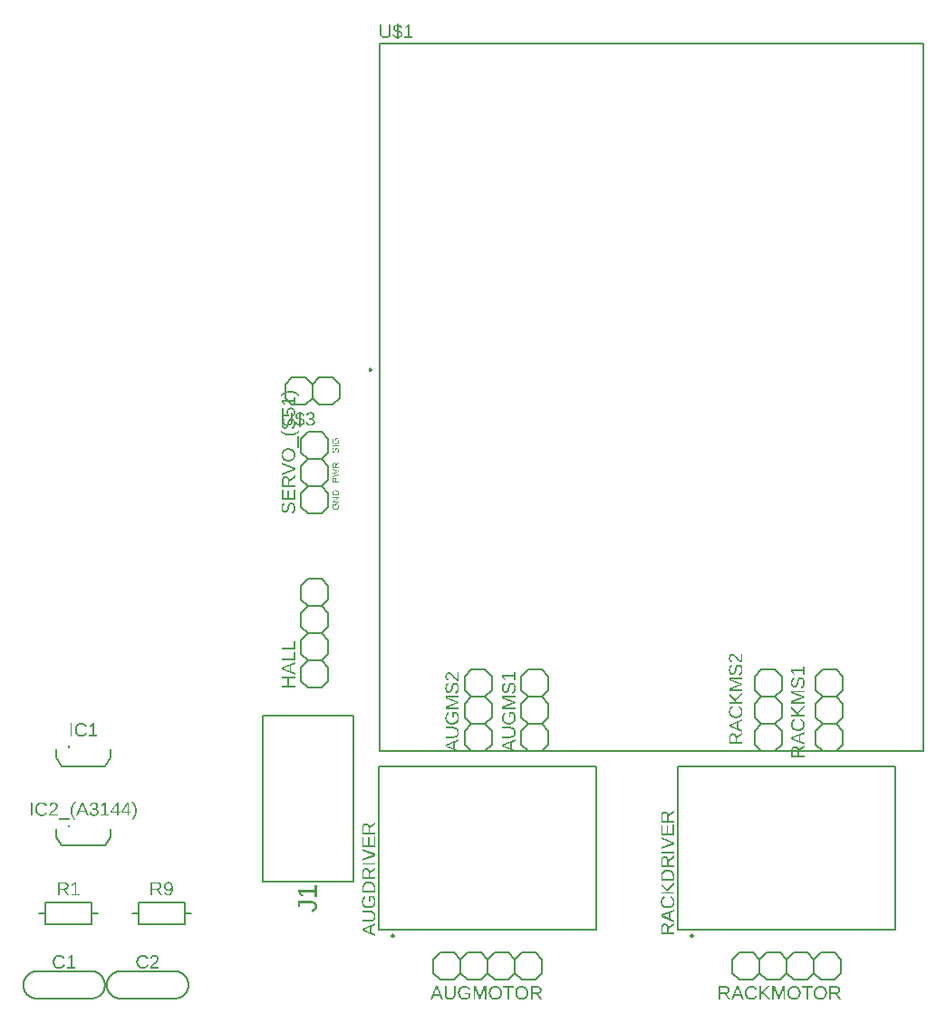
<source format=gbr>
G04 EAGLE Gerber RS-274X export*
G75*
%MOMM*%
%FSLAX34Y34*%
%LPD*%
%INSilkscreen Top*%
%IPPOS*%
%AMOC8*
5,1,8,0,0,1.08239X$1,22.5*%
G01*
G04 Define Apertures*
%ADD10C,0.127000*%
%ADD11C,0.200000*%
%ADD12C,0.152400*%
%ADD13C,0.100000*%
G36*
X124800Y117846D02*
X112459Y117846D01*
X112459Y121928D01*
X112465Y122314D01*
X112484Y122689D01*
X112515Y123053D01*
X112558Y123406D01*
X112613Y123748D01*
X112680Y124078D01*
X112760Y124397D01*
X112852Y124705D01*
X112957Y125002D01*
X113073Y125288D01*
X113202Y125562D01*
X113344Y125826D01*
X113497Y126078D01*
X113663Y126319D01*
X113841Y126548D01*
X114031Y126767D01*
X114233Y126973D01*
X114445Y127166D01*
X114668Y127346D01*
X114900Y127512D01*
X115144Y127665D01*
X115397Y127805D01*
X115661Y127932D01*
X115935Y128045D01*
X116220Y128144D01*
X116515Y128231D01*
X116820Y128304D01*
X117136Y128364D01*
X117462Y128411D01*
X117799Y128444D01*
X118145Y128464D01*
X118503Y128471D01*
X118973Y128459D01*
X119427Y128424D01*
X119868Y128366D01*
X120293Y128284D01*
X120703Y128180D01*
X121098Y128052D01*
X121479Y127901D01*
X121844Y127726D01*
X122192Y127530D01*
X122518Y127315D01*
X122824Y127080D01*
X123109Y126826D01*
X123372Y126553D01*
X123615Y126260D01*
X123837Y125947D01*
X124038Y125615D01*
X124217Y125267D01*
X124371Y124906D01*
X124502Y124531D01*
X124610Y124144D01*
X124693Y123743D01*
X124752Y123329D01*
X124788Y122902D01*
X124800Y122462D01*
X124800Y117846D01*
G37*
%LPC*%
G36*
X123460Y119519D02*
X123460Y122270D01*
X123451Y122604D01*
X123423Y122928D01*
X123376Y123241D01*
X123311Y123545D01*
X123227Y123838D01*
X123125Y124121D01*
X123004Y124394D01*
X122864Y124656D01*
X122707Y124906D01*
X122534Y125141D01*
X122344Y125361D01*
X122137Y125566D01*
X121915Y125756D01*
X121675Y125931D01*
X121420Y126092D01*
X121148Y126237D01*
X120861Y126366D01*
X120562Y126479D01*
X120250Y126573D01*
X119926Y126651D01*
X119589Y126711D01*
X119239Y126754D01*
X118877Y126780D01*
X118503Y126789D01*
X117946Y126769D01*
X117423Y126710D01*
X116935Y126612D01*
X116481Y126475D01*
X116060Y126298D01*
X115674Y126082D01*
X115322Y125827D01*
X115004Y125532D01*
X114721Y125200D01*
X114477Y124833D01*
X114270Y124431D01*
X114100Y123994D01*
X113969Y123521D01*
X113875Y123014D01*
X113818Y122471D01*
X113799Y121893D01*
X113799Y119519D01*
X123460Y119519D01*
G37*
%LPD*%
G36*
X124800Y130815D02*
X112459Y130815D01*
X112459Y136622D01*
X112474Y137128D01*
X112518Y137605D01*
X112590Y138052D01*
X112692Y138469D01*
X112824Y138857D01*
X112984Y139214D01*
X113173Y139542D01*
X113392Y139841D01*
X113637Y140107D01*
X113904Y140337D01*
X114194Y140532D01*
X114508Y140692D01*
X114844Y140816D01*
X115203Y140904D01*
X115584Y140957D01*
X115989Y140975D01*
X116326Y140963D01*
X116649Y140925D01*
X116959Y140862D01*
X117255Y140775D01*
X117537Y140662D01*
X117805Y140524D01*
X118060Y140362D01*
X118301Y140174D01*
X118525Y139964D01*
X118727Y139735D01*
X118907Y139487D01*
X118973Y139376D01*
X119065Y139220D01*
X119202Y138934D01*
X119318Y138629D01*
X119411Y138305D01*
X119484Y137962D01*
X121747Y139454D01*
X124800Y141466D01*
X124800Y139539D01*
X119676Y136333D01*
X119676Y132488D01*
X124800Y132488D01*
X124800Y130815D01*
G37*
%LPC*%
G36*
X118354Y132488D02*
X118354Y136526D01*
X118344Y136847D01*
X118315Y137150D01*
X118267Y137433D01*
X118199Y137698D01*
X118113Y137945D01*
X118006Y138172D01*
X117881Y138381D01*
X117736Y138571D01*
X117574Y138740D01*
X117397Y138887D01*
X117204Y139011D01*
X116995Y139113D01*
X116771Y139192D01*
X116532Y139248D01*
X116277Y139282D01*
X116006Y139293D01*
X115745Y139282D01*
X115500Y139248D01*
X115271Y139191D01*
X115057Y139111D01*
X114860Y139008D01*
X114679Y138882D01*
X114513Y138734D01*
X114364Y138562D01*
X114232Y138369D01*
X114117Y138156D01*
X114020Y137923D01*
X113941Y137670D01*
X113879Y137396D01*
X113835Y137103D01*
X113808Y136789D01*
X113799Y136456D01*
X113799Y132488D01*
X118354Y132488D01*
G37*
%LPD*%
G36*
X124800Y172690D02*
X112459Y172690D01*
X112459Y178497D01*
X112474Y179003D01*
X112518Y179480D01*
X112590Y179927D01*
X112692Y180344D01*
X112824Y180732D01*
X112984Y181089D01*
X113173Y181417D01*
X113392Y181716D01*
X113637Y181982D01*
X113904Y182212D01*
X114194Y182407D01*
X114508Y182567D01*
X114844Y182691D01*
X115203Y182779D01*
X115584Y182832D01*
X115989Y182850D01*
X116326Y182838D01*
X116649Y182800D01*
X116959Y182737D01*
X117255Y182650D01*
X117537Y182537D01*
X117805Y182399D01*
X118060Y182237D01*
X118301Y182049D01*
X118525Y181839D01*
X118727Y181610D01*
X118907Y181362D01*
X118973Y181251D01*
X119065Y181095D01*
X119202Y180809D01*
X119318Y180504D01*
X119411Y180180D01*
X119484Y179837D01*
X121747Y181329D01*
X124800Y183341D01*
X124800Y181414D01*
X119676Y178208D01*
X119676Y174363D01*
X124800Y174363D01*
X124800Y172690D01*
G37*
%LPC*%
G36*
X118354Y174363D02*
X118354Y178401D01*
X118344Y178722D01*
X118315Y179025D01*
X118267Y179308D01*
X118199Y179573D01*
X118113Y179820D01*
X118006Y180047D01*
X117881Y180256D01*
X117736Y180446D01*
X117574Y180615D01*
X117397Y180762D01*
X117204Y180886D01*
X116995Y180988D01*
X116771Y181067D01*
X116532Y181123D01*
X116277Y181157D01*
X116006Y181168D01*
X115745Y181157D01*
X115500Y181123D01*
X115271Y181066D01*
X115057Y180986D01*
X114860Y180883D01*
X114679Y180757D01*
X114513Y180609D01*
X114364Y180437D01*
X114232Y180244D01*
X114117Y180031D01*
X114020Y179798D01*
X113941Y179545D01*
X113879Y179271D01*
X113835Y178978D01*
X113808Y178664D01*
X113799Y178331D01*
X113799Y174363D01*
X118354Y174363D01*
G37*
%LPD*%
G36*
X124800Y77535D02*
X112459Y82571D01*
X112459Y84472D01*
X124800Y89429D01*
X124800Y87721D01*
X121192Y86311D01*
X121192Y80688D01*
X124800Y79269D01*
X124800Y77535D01*
G37*
%LPC*%
G36*
X119886Y81196D02*
X119886Y85812D01*
X115814Y84227D01*
X115170Y83981D01*
X114447Y83736D01*
X113720Y83500D01*
X113966Y83421D01*
X114796Y83149D01*
X115831Y82773D01*
X119886Y81196D01*
G37*
%LPD*%
G36*
X118573Y103340D02*
X118202Y103346D01*
X117843Y103365D01*
X117494Y103396D01*
X117155Y103440D01*
X116828Y103497D01*
X116510Y103566D01*
X116204Y103648D01*
X115908Y103743D01*
X115623Y103850D01*
X115348Y103969D01*
X115084Y104101D01*
X114830Y104246D01*
X114587Y104404D01*
X114355Y104573D01*
X113922Y104951D01*
X113536Y105374D01*
X113362Y105601D01*
X113202Y105839D01*
X113054Y106086D01*
X112919Y106343D01*
X112796Y106611D01*
X112687Y106889D01*
X112590Y107177D01*
X112507Y107475D01*
X112436Y107784D01*
X112378Y108103D01*
X112333Y108432D01*
X112301Y108771D01*
X112282Y109120D01*
X112275Y109479D01*
X112286Y109980D01*
X112319Y110456D01*
X112373Y110908D01*
X112448Y111336D01*
X112546Y111740D01*
X112665Y112120D01*
X112805Y112476D01*
X112967Y112808D01*
X113153Y113118D01*
X113365Y113410D01*
X113603Y113684D01*
X113867Y113940D01*
X114157Y114177D01*
X114473Y114396D01*
X114815Y114596D01*
X115183Y114778D01*
X115656Y113184D01*
X115402Y113047D01*
X115166Y112897D01*
X114948Y112734D01*
X114747Y112559D01*
X114565Y112372D01*
X114400Y112172D01*
X114253Y111959D01*
X114123Y111735D01*
X114010Y111497D01*
X113913Y111244D01*
X113830Y110978D01*
X113762Y110698D01*
X113709Y110403D01*
X113672Y110095D01*
X113649Y109772D01*
X113642Y109436D01*
X113662Y108917D01*
X113722Y108430D01*
X113823Y107974D01*
X113965Y107550D01*
X114146Y107158D01*
X114368Y106797D01*
X114631Y106467D01*
X114934Y106169D01*
X115273Y105904D01*
X115645Y105674D01*
X116051Y105480D01*
X116489Y105321D01*
X116961Y105198D01*
X117465Y105109D01*
X118002Y105056D01*
X118573Y105039D01*
X119142Y105058D01*
X119680Y105114D01*
X120188Y105208D01*
X120665Y105339D01*
X121111Y105508D01*
X121526Y105714D01*
X121911Y105957D01*
X122264Y106239D01*
X122582Y106553D01*
X122856Y106896D01*
X123089Y107268D01*
X123279Y107669D01*
X123427Y108098D01*
X123533Y108556D01*
X123596Y109043D01*
X123618Y109558D01*
X123595Y110152D01*
X123526Y110726D01*
X123411Y111280D01*
X123250Y111814D01*
X123049Y112312D01*
X122816Y112761D01*
X122550Y113159D01*
X122251Y113508D01*
X120027Y113508D01*
X120027Y109821D01*
X118625Y109821D01*
X118625Y115050D01*
X122882Y115050D01*
X123124Y114798D01*
X123353Y114532D01*
X123567Y114252D01*
X123768Y113958D01*
X123954Y113651D01*
X124126Y113330D01*
X124284Y112994D01*
X124428Y112646D01*
X124556Y112286D01*
X124667Y111919D01*
X124761Y111544D01*
X124838Y111162D01*
X124898Y110772D01*
X124941Y110375D01*
X124967Y109970D01*
X124975Y109558D01*
X124963Y109083D01*
X124927Y108624D01*
X124867Y108182D01*
X124783Y107756D01*
X124674Y107347D01*
X124542Y106955D01*
X124385Y106580D01*
X124204Y106221D01*
X124001Y105881D01*
X123777Y105562D01*
X123531Y105263D01*
X123264Y104985D01*
X122976Y104728D01*
X122667Y104491D01*
X122336Y104275D01*
X121984Y104080D01*
X121614Y103906D01*
X121227Y103756D01*
X120825Y103629D01*
X120407Y103525D01*
X119972Y103444D01*
X119522Y103386D01*
X119055Y103351D01*
X118573Y103340D01*
G37*
G36*
X124800Y160721D02*
X112459Y160721D01*
X112459Y170084D01*
X113826Y170084D01*
X113826Y162394D01*
X117784Y162394D01*
X117784Y169559D01*
X119133Y169559D01*
X119133Y162394D01*
X123434Y162394D01*
X123434Y170443D01*
X124800Y170443D01*
X124800Y160721D01*
G37*
G36*
X120316Y90853D02*
X112459Y90853D01*
X112459Y92525D01*
X120176Y92525D01*
X120585Y92539D01*
X120970Y92579D01*
X121329Y92646D01*
X121662Y92740D01*
X121970Y92861D01*
X122253Y93008D01*
X122510Y93183D01*
X122742Y93384D01*
X122947Y93610D01*
X123125Y93861D01*
X123275Y94135D01*
X123399Y94433D01*
X123494Y94754D01*
X123563Y95100D01*
X123604Y95469D01*
X123618Y95862D01*
X123603Y96267D01*
X123561Y96648D01*
X123490Y97007D01*
X123391Y97342D01*
X123264Y97654D01*
X123108Y97942D01*
X122924Y98208D01*
X122711Y98451D01*
X122471Y98667D01*
X122206Y98855D01*
X121914Y99014D01*
X121595Y99144D01*
X121251Y99245D01*
X120881Y99317D01*
X120484Y99360D01*
X120062Y99375D01*
X112459Y99375D01*
X112459Y101039D01*
X120158Y101039D01*
X120526Y101029D01*
X120881Y100999D01*
X121223Y100949D01*
X121553Y100880D01*
X121869Y100791D01*
X122173Y100682D01*
X122464Y100553D01*
X122742Y100404D01*
X123005Y100237D01*
X123253Y100053D01*
X123484Y99854D01*
X123700Y99637D01*
X123899Y99405D01*
X124083Y99156D01*
X124250Y98890D01*
X124402Y98608D01*
X124536Y98312D01*
X124653Y98002D01*
X124751Y97679D01*
X124832Y97344D01*
X124894Y96995D01*
X124939Y96634D01*
X124966Y96259D01*
X124975Y95871D01*
X124967Y95498D01*
X124941Y95138D01*
X124898Y94789D01*
X124837Y94452D01*
X124760Y94128D01*
X124665Y93815D01*
X124553Y93515D01*
X124423Y93226D01*
X124278Y92952D01*
X124116Y92693D01*
X123939Y92450D01*
X123747Y92223D01*
X123539Y92012D01*
X123315Y91817D01*
X123076Y91638D01*
X122821Y91474D01*
X122552Y91329D01*
X122270Y91202D01*
X121976Y91096D01*
X121669Y91008D01*
X121349Y90940D01*
X121017Y90891D01*
X120673Y90862D01*
X120316Y90853D01*
G37*
G36*
X112459Y147360D02*
X112459Y149121D01*
X121148Y152536D01*
X123329Y153272D01*
X121148Y154008D01*
X112459Y157406D01*
X112459Y159167D01*
X124800Y154130D01*
X124800Y152396D01*
X112459Y147360D01*
G37*
G36*
X124800Y143968D02*
X112459Y143968D01*
X112459Y145641D01*
X124800Y145641D01*
X124800Y143968D01*
G37*
G36*
X236928Y18155D02*
X236461Y18167D01*
X236011Y18203D01*
X235576Y18263D01*
X235158Y18348D01*
X234756Y18456D01*
X234371Y18588D01*
X234001Y18745D01*
X233648Y18926D01*
X233314Y19129D01*
X232999Y19354D01*
X232705Y19600D01*
X232432Y19868D01*
X232179Y20158D01*
X231946Y20468D01*
X231734Y20801D01*
X231542Y21155D01*
X231371Y21527D01*
X231224Y21914D01*
X231099Y22317D01*
X230997Y22734D01*
X230917Y23167D01*
X230860Y23616D01*
X230826Y24079D01*
X230815Y24557D01*
X230821Y24922D01*
X230840Y25277D01*
X230872Y25622D01*
X230916Y25957D01*
X230973Y26281D01*
X231043Y26596D01*
X231125Y26900D01*
X231220Y27195D01*
X231328Y27479D01*
X231448Y27753D01*
X231581Y28017D01*
X231726Y28271D01*
X232055Y28749D01*
X232435Y29186D01*
X232860Y29577D01*
X233087Y29753D01*
X233325Y29916D01*
X233572Y30066D01*
X233829Y30203D01*
X234096Y30327D01*
X234373Y30438D01*
X234660Y30535D01*
X234957Y30620D01*
X235263Y30692D01*
X235580Y30750D01*
X235907Y30796D01*
X236243Y30829D01*
X236590Y30848D01*
X236946Y30855D01*
X237409Y30843D01*
X237856Y30808D01*
X238288Y30749D01*
X238704Y30668D01*
X239105Y30562D01*
X239490Y30434D01*
X239859Y30281D01*
X240213Y30106D01*
X240549Y29908D01*
X240864Y29689D01*
X241159Y29449D01*
X241434Y29187D01*
X241688Y28905D01*
X241922Y28601D01*
X242135Y28276D01*
X242328Y27929D01*
X242499Y27564D01*
X242648Y27183D01*
X242774Y26786D01*
X242877Y26373D01*
X242956Y25943D01*
X243014Y25497D01*
X243048Y25035D01*
X243059Y24557D01*
X243048Y24081D01*
X243013Y23620D01*
X242955Y23173D01*
X242874Y22742D01*
X242770Y22326D01*
X242643Y21925D01*
X242493Y21539D01*
X242319Y21168D01*
X242124Y20815D01*
X241909Y20483D01*
X241674Y20172D01*
X241418Y19882D01*
X241143Y19614D01*
X240847Y19366D01*
X240531Y19140D01*
X240195Y18934D01*
X239842Y18752D01*
X239472Y18593D01*
X239087Y18459D01*
X238687Y18350D01*
X238270Y18265D01*
X237839Y18204D01*
X237391Y18167D01*
X236928Y18155D01*
G37*
%LPC*%
G36*
X236928Y19512D02*
X237447Y19533D01*
X237935Y19595D01*
X238391Y19698D01*
X238817Y19842D01*
X239211Y20027D01*
X239575Y20254D01*
X239907Y20522D01*
X240208Y20831D01*
X240476Y21177D01*
X240708Y21558D01*
X240905Y21973D01*
X241066Y22421D01*
X241191Y22904D01*
X241280Y23421D01*
X241334Y23972D01*
X241351Y24557D01*
X241333Y25118D01*
X241279Y25647D01*
X241189Y26146D01*
X241063Y26613D01*
X240902Y27050D01*
X240704Y27456D01*
X240470Y27831D01*
X240200Y28175D01*
X239897Y28483D01*
X239564Y28749D01*
X239202Y28975D01*
X238810Y29160D01*
X238389Y29304D01*
X237938Y29406D01*
X237457Y29468D01*
X236946Y29488D01*
X236431Y29468D01*
X235946Y29407D01*
X235492Y29306D01*
X235067Y29164D01*
X234673Y28982D01*
X234308Y28759D01*
X233974Y28496D01*
X233670Y28192D01*
X233399Y27852D01*
X233164Y27479D01*
X232966Y27073D01*
X232803Y26635D01*
X232677Y26165D01*
X232586Y25661D01*
X232532Y25126D01*
X232514Y24557D01*
X232532Y23992D01*
X232587Y23457D01*
X232678Y22951D01*
X232806Y22476D01*
X232971Y22031D01*
X233172Y21615D01*
X233409Y21230D01*
X233683Y20874D01*
X233990Y20555D01*
X234325Y20279D01*
X234688Y20044D01*
X235079Y19853D01*
X235499Y19704D01*
X235947Y19598D01*
X236424Y19534D01*
X236928Y19512D01*
G37*
%LPD*%
G36*
X261522Y18155D02*
X261055Y18167D01*
X260604Y18203D01*
X260170Y18263D01*
X259752Y18348D01*
X259350Y18456D01*
X258964Y18588D01*
X258595Y18745D01*
X258242Y18926D01*
X257907Y19129D01*
X257593Y19354D01*
X257299Y19600D01*
X257026Y19868D01*
X256773Y20158D01*
X256540Y20468D01*
X256328Y20801D01*
X256136Y21155D01*
X255965Y21527D01*
X255818Y21914D01*
X255693Y22317D01*
X255590Y22734D01*
X255511Y23167D01*
X255454Y23616D01*
X255420Y24079D01*
X255409Y24557D01*
X255415Y24922D01*
X255434Y25277D01*
X255466Y25622D01*
X255510Y25957D01*
X255567Y26281D01*
X255637Y26596D01*
X255719Y26900D01*
X255814Y27195D01*
X255921Y27479D01*
X256042Y27753D01*
X256175Y28017D01*
X256320Y28271D01*
X256649Y28749D01*
X257029Y29186D01*
X257454Y29577D01*
X257681Y29753D01*
X257919Y29916D01*
X258166Y30066D01*
X258423Y30203D01*
X258690Y30327D01*
X258967Y30438D01*
X259254Y30535D01*
X259550Y30620D01*
X259857Y30692D01*
X260174Y30750D01*
X260500Y30796D01*
X260837Y30829D01*
X261183Y30848D01*
X261540Y30855D01*
X262003Y30843D01*
X262450Y30808D01*
X262882Y30749D01*
X263298Y30668D01*
X263698Y30562D01*
X264083Y30434D01*
X264453Y30281D01*
X264807Y30106D01*
X265142Y29908D01*
X265458Y29689D01*
X265753Y29449D01*
X266027Y29187D01*
X266281Y28905D01*
X266515Y28601D01*
X266729Y28276D01*
X266922Y27929D01*
X267093Y27564D01*
X267242Y27183D01*
X267367Y26786D01*
X267470Y26373D01*
X267550Y25943D01*
X267607Y25497D01*
X267642Y25035D01*
X267653Y24557D01*
X267642Y24081D01*
X267607Y23620D01*
X267549Y23173D01*
X267468Y22742D01*
X267364Y22326D01*
X267237Y21925D01*
X267086Y21539D01*
X266913Y21168D01*
X266718Y20815D01*
X266503Y20483D01*
X266267Y20172D01*
X266012Y19882D01*
X265736Y19614D01*
X265441Y19366D01*
X265125Y19140D01*
X264789Y18934D01*
X264435Y18752D01*
X264066Y18593D01*
X263681Y18459D01*
X263280Y18350D01*
X262864Y18265D01*
X262432Y18204D01*
X261985Y18167D01*
X261522Y18155D01*
G37*
%LPC*%
G36*
X261522Y19512D02*
X262041Y19533D01*
X262529Y19595D01*
X262985Y19698D01*
X263411Y19842D01*
X263805Y20027D01*
X264169Y20254D01*
X264501Y20522D01*
X264802Y20831D01*
X265070Y21177D01*
X265302Y21558D01*
X265499Y21973D01*
X265659Y22421D01*
X265784Y22904D01*
X265874Y23421D01*
X265927Y23972D01*
X265945Y24557D01*
X265927Y25118D01*
X265873Y25647D01*
X265783Y26146D01*
X265657Y26613D01*
X265495Y27050D01*
X265297Y27456D01*
X265063Y27831D01*
X264793Y28175D01*
X264491Y28483D01*
X264158Y28749D01*
X263796Y28975D01*
X263404Y29160D01*
X262983Y29304D01*
X262531Y29406D01*
X262050Y29468D01*
X261540Y29488D01*
X261025Y29468D01*
X260540Y29407D01*
X260085Y29306D01*
X259661Y29164D01*
X259267Y28982D01*
X258902Y28759D01*
X258568Y28496D01*
X258264Y28192D01*
X257993Y27852D01*
X257758Y27479D01*
X257559Y27073D01*
X257397Y26635D01*
X257270Y26165D01*
X257180Y25661D01*
X257126Y25126D01*
X257108Y24557D01*
X257126Y23992D01*
X257181Y23457D01*
X257272Y22951D01*
X257400Y22476D01*
X257565Y22031D01*
X257766Y21615D01*
X258003Y21230D01*
X258277Y20874D01*
X258584Y20555D01*
X258918Y20279D01*
X259281Y20044D01*
X259673Y19853D01*
X260093Y19704D01*
X260541Y19598D01*
X261017Y19534D01*
X261522Y19512D01*
G37*
%LPD*%
G36*
X271641Y18330D02*
X269968Y18330D01*
X269968Y30671D01*
X275775Y30671D01*
X276281Y30656D01*
X276758Y30613D01*
X277205Y30540D01*
X277622Y30438D01*
X278009Y30306D01*
X278367Y30146D01*
X278695Y29957D01*
X278994Y29738D01*
X279260Y29493D01*
X279490Y29226D01*
X279685Y28936D01*
X279844Y28622D01*
X279968Y28286D01*
X280057Y27927D01*
X280110Y27546D01*
X280128Y27141D01*
X280115Y26804D01*
X280078Y26481D01*
X280015Y26171D01*
X279928Y25876D01*
X279815Y25593D01*
X279677Y25325D01*
X279514Y25070D01*
X279327Y24829D01*
X279117Y24605D01*
X278888Y24404D01*
X278640Y24223D01*
X278529Y24157D01*
X278373Y24065D01*
X278087Y23928D01*
X277782Y23812D01*
X277458Y23719D01*
X277115Y23646D01*
X278606Y21383D01*
X280618Y18330D01*
X278692Y18330D01*
X275486Y23454D01*
X271641Y23454D01*
X271641Y18330D01*
G37*
%LPC*%
G36*
X275679Y24776D02*
X276000Y24786D01*
X276302Y24815D01*
X276586Y24863D01*
X276851Y24931D01*
X277097Y25018D01*
X277325Y25124D01*
X277534Y25249D01*
X277724Y25394D01*
X277893Y25556D01*
X278040Y25733D01*
X278164Y25926D01*
X278266Y26135D01*
X278345Y26359D01*
X278401Y26598D01*
X278435Y26853D01*
X278446Y27124D01*
X278435Y27385D01*
X278401Y27630D01*
X278343Y27860D01*
X278263Y28073D01*
X278161Y28270D01*
X278035Y28451D01*
X277886Y28617D01*
X277715Y28766D01*
X277522Y28898D01*
X277309Y29013D01*
X277076Y29110D01*
X276823Y29190D01*
X276549Y29251D01*
X276256Y29295D01*
X275942Y29322D01*
X275609Y29331D01*
X271641Y29331D01*
X271641Y24776D01*
X275679Y24776D01*
G37*
%LPD*%
G36*
X217988Y18330D02*
X216499Y18330D01*
X216499Y30671D01*
X218698Y30671D01*
X221982Y22114D01*
X222154Y21578D01*
X222319Y21006D01*
X222534Y20152D01*
X222642Y20593D01*
X222827Y21216D01*
X223015Y21797D01*
X223129Y22114D01*
X226353Y30671D01*
X228498Y30671D01*
X228498Y18330D01*
X226992Y18330D01*
X226992Y26563D01*
X227012Y27903D01*
X227071Y29191D01*
X226664Y27794D01*
X226476Y27223D01*
X226300Y26738D01*
X223112Y18330D01*
X221938Y18330D01*
X218706Y26738D01*
X218216Y28227D01*
X217927Y29191D01*
X217953Y28218D01*
X217988Y26563D01*
X217988Y18330D01*
G37*
G36*
X177922Y18330D02*
X176188Y18330D01*
X181224Y30671D01*
X183125Y30671D01*
X188082Y18330D01*
X186374Y18330D01*
X184964Y21939D01*
X179341Y21939D01*
X177922Y18330D01*
G37*
%LPC*%
G36*
X184465Y23244D02*
X182879Y27316D01*
X182634Y27960D01*
X182389Y28683D01*
X182152Y29410D01*
X182074Y29164D01*
X181802Y28334D01*
X181425Y27299D01*
X179849Y23244D01*
X184465Y23244D01*
G37*
%LPD*%
G36*
X208211Y18155D02*
X207735Y18167D01*
X207277Y18203D01*
X206834Y18263D01*
X206409Y18348D01*
X206000Y18456D01*
X205608Y18588D01*
X205233Y18745D01*
X204874Y18926D01*
X204534Y19129D01*
X204215Y19353D01*
X203916Y19599D01*
X203638Y19866D01*
X203381Y20154D01*
X203144Y20464D01*
X202928Y20794D01*
X202733Y21146D01*
X202559Y21516D01*
X202409Y21903D01*
X202282Y22305D01*
X202177Y22724D01*
X202097Y23158D01*
X202039Y23608D01*
X202004Y24075D01*
X201992Y24557D01*
X201999Y24928D01*
X202018Y25287D01*
X202049Y25636D01*
X202093Y25975D01*
X202150Y26302D01*
X202219Y26620D01*
X202301Y26926D01*
X202395Y27222D01*
X202502Y27508D01*
X202622Y27782D01*
X202754Y28046D01*
X202899Y28300D01*
X203056Y28543D01*
X203226Y28775D01*
X203604Y29208D01*
X204027Y29594D01*
X204254Y29768D01*
X204491Y29929D01*
X204739Y30076D01*
X204996Y30212D01*
X205264Y30334D01*
X205542Y30443D01*
X205830Y30540D01*
X206128Y30623D01*
X206437Y30694D01*
X206755Y30752D01*
X207084Y30797D01*
X207423Y30829D01*
X207773Y30848D01*
X208132Y30855D01*
X208633Y30844D01*
X209109Y30812D01*
X209561Y30757D01*
X209989Y30682D01*
X210393Y30584D01*
X210773Y30466D01*
X211129Y30325D01*
X211460Y30163D01*
X211771Y29977D01*
X212063Y29765D01*
X212337Y29527D01*
X212592Y29263D01*
X212830Y28973D01*
X213048Y28657D01*
X213249Y28315D01*
X213431Y27947D01*
X211837Y27474D01*
X211699Y27728D01*
X211549Y27964D01*
X211387Y28182D01*
X211212Y28383D01*
X211024Y28565D01*
X210825Y28730D01*
X210612Y28877D01*
X210388Y29007D01*
X210149Y29120D01*
X209897Y29217D01*
X209631Y29300D01*
X209351Y29368D01*
X209056Y29421D01*
X208748Y29458D01*
X208425Y29481D01*
X208088Y29488D01*
X207570Y29468D01*
X207083Y29408D01*
X206627Y29307D01*
X206203Y29165D01*
X205810Y28984D01*
X205449Y28762D01*
X205120Y28499D01*
X204821Y28197D01*
X204557Y27857D01*
X204327Y27485D01*
X204133Y27079D01*
X203974Y26641D01*
X203850Y26169D01*
X203762Y25665D01*
X203709Y25128D01*
X203692Y24557D01*
X203710Y23988D01*
X203767Y23450D01*
X203860Y22942D01*
X203992Y22465D01*
X204160Y22019D01*
X204367Y21604D01*
X204610Y21219D01*
X204892Y20866D01*
X205206Y20548D01*
X205549Y20274D01*
X205921Y20041D01*
X206321Y19851D01*
X206751Y19703D01*
X207209Y19597D01*
X207695Y19534D01*
X208211Y19512D01*
X208805Y19535D01*
X209379Y19604D01*
X209933Y19719D01*
X210466Y19880D01*
X210965Y20081D01*
X211413Y20314D01*
X211812Y20580D01*
X212161Y20879D01*
X212161Y23103D01*
X208474Y23103D01*
X208474Y24505D01*
X213703Y24505D01*
X213703Y20248D01*
X213450Y20006D01*
X213184Y19777D01*
X212905Y19563D01*
X212611Y19362D01*
X212304Y19176D01*
X211982Y19004D01*
X211647Y18846D01*
X211298Y18702D01*
X210939Y18574D01*
X210572Y18463D01*
X210197Y18369D01*
X209815Y18292D01*
X209425Y18232D01*
X209028Y18189D01*
X208623Y18163D01*
X208211Y18155D01*
G37*
G36*
X194524Y18155D02*
X194151Y18164D01*
X193791Y18189D01*
X193442Y18232D01*
X193105Y18293D01*
X192781Y18370D01*
X192468Y18465D01*
X192167Y18577D01*
X191879Y18707D01*
X191604Y18852D01*
X191346Y19014D01*
X191103Y19191D01*
X190876Y19383D01*
X190665Y19591D01*
X190470Y19815D01*
X190291Y20055D01*
X190127Y20309D01*
X189982Y20579D01*
X189855Y20860D01*
X189748Y21154D01*
X189661Y21461D01*
X189593Y21781D01*
X189544Y22113D01*
X189515Y22457D01*
X189505Y22814D01*
X189505Y30671D01*
X191178Y30671D01*
X191178Y22955D01*
X191192Y22545D01*
X191232Y22160D01*
X191299Y21801D01*
X191393Y21468D01*
X191514Y21160D01*
X191661Y20877D01*
X191835Y20620D01*
X192037Y20388D01*
X192263Y20183D01*
X192513Y20005D01*
X192788Y19855D01*
X193085Y19731D01*
X193407Y19636D01*
X193753Y19567D01*
X194122Y19526D01*
X194515Y19512D01*
X194920Y19527D01*
X195301Y19569D01*
X195659Y19640D01*
X195994Y19739D01*
X196306Y19867D01*
X196595Y20022D01*
X196861Y20206D01*
X197103Y20419D01*
X197320Y20659D01*
X197508Y20924D01*
X197667Y21216D01*
X197796Y21535D01*
X197898Y21879D01*
X197970Y22249D01*
X198013Y22646D01*
X198027Y23068D01*
X198027Y30671D01*
X199692Y30671D01*
X199692Y22972D01*
X199682Y22604D01*
X199652Y22249D01*
X199602Y21907D01*
X199533Y21577D01*
X199444Y21261D01*
X199334Y20957D01*
X199205Y20666D01*
X199057Y20388D01*
X198890Y20125D01*
X198706Y19877D01*
X198506Y19646D01*
X198290Y19430D01*
X198058Y19231D01*
X197809Y19047D01*
X197543Y18880D01*
X197261Y18729D01*
X196964Y18594D01*
X196655Y18478D01*
X196332Y18379D01*
X195997Y18298D01*
X195648Y18236D01*
X195286Y18191D01*
X194912Y18164D01*
X194524Y18155D01*
G37*
G36*
X250209Y18330D02*
X248545Y18330D01*
X248545Y29304D01*
X244306Y29304D01*
X244306Y30671D01*
X254448Y30671D01*
X254448Y29304D01*
X250209Y29304D01*
X250209Y18330D01*
G37*
G36*
X255712Y289484D02*
X243371Y289484D01*
X243371Y291683D01*
X251928Y294967D01*
X252464Y295139D01*
X253036Y295304D01*
X253890Y295519D01*
X253449Y295627D01*
X252826Y295812D01*
X252245Y296000D01*
X251928Y296115D01*
X243371Y299338D01*
X243371Y301484D01*
X255712Y301484D01*
X255712Y299977D01*
X247479Y299977D01*
X246139Y299997D01*
X244851Y300056D01*
X246248Y299649D01*
X246819Y299462D01*
X247304Y299285D01*
X255712Y296097D01*
X255712Y294923D01*
X247304Y291692D01*
X245815Y291201D01*
X244851Y290912D01*
X245824Y290938D01*
X247479Y290973D01*
X255712Y290973D01*
X255712Y289484D01*
G37*
G36*
X255712Y249173D02*
X243371Y254209D01*
X243371Y256110D01*
X255712Y261067D01*
X255712Y259359D01*
X252104Y257949D01*
X252104Y252326D01*
X255712Y250907D01*
X255712Y249173D01*
G37*
%LPC*%
G36*
X250798Y252834D02*
X250798Y257450D01*
X246726Y255865D01*
X246082Y255619D01*
X245359Y255374D01*
X244632Y255138D01*
X244878Y255059D01*
X245708Y254787D01*
X246743Y254411D01*
X250798Y252834D01*
G37*
%LPD*%
G36*
X249485Y274978D02*
X249114Y274984D01*
X248755Y275003D01*
X248406Y275034D01*
X248067Y275078D01*
X247740Y275135D01*
X247422Y275204D01*
X247116Y275286D01*
X246820Y275381D01*
X246535Y275488D01*
X246260Y275607D01*
X245996Y275739D01*
X245742Y275884D01*
X245499Y276042D01*
X245267Y276211D01*
X244834Y276589D01*
X244448Y277012D01*
X244274Y277239D01*
X244114Y277477D01*
X243966Y277724D01*
X243831Y277981D01*
X243708Y278249D01*
X243599Y278527D01*
X243502Y278815D01*
X243419Y279113D01*
X243348Y279422D01*
X243290Y279741D01*
X243245Y280070D01*
X243213Y280409D01*
X243194Y280758D01*
X243187Y281117D01*
X243198Y281618D01*
X243231Y282094D01*
X243285Y282546D01*
X243360Y282974D01*
X243458Y283378D01*
X243577Y283758D01*
X243717Y284114D01*
X243879Y284446D01*
X244065Y284756D01*
X244277Y285048D01*
X244515Y285322D01*
X244779Y285578D01*
X245069Y285815D01*
X245385Y286034D01*
X245727Y286234D01*
X246095Y286416D01*
X246568Y284822D01*
X246314Y284685D01*
X246078Y284535D01*
X245860Y284372D01*
X245659Y284197D01*
X245477Y284010D01*
X245312Y283810D01*
X245165Y283597D01*
X245035Y283373D01*
X244922Y283135D01*
X244825Y282882D01*
X244742Y282616D01*
X244674Y282336D01*
X244621Y282041D01*
X244584Y281733D01*
X244561Y281410D01*
X244554Y281074D01*
X244574Y280555D01*
X244634Y280068D01*
X244735Y279612D01*
X244877Y279188D01*
X245058Y278796D01*
X245280Y278435D01*
X245543Y278105D01*
X245846Y277807D01*
X246185Y277542D01*
X246557Y277312D01*
X246963Y277118D01*
X247401Y276959D01*
X247873Y276836D01*
X248377Y276747D01*
X248914Y276694D01*
X249485Y276677D01*
X250054Y276696D01*
X250592Y276752D01*
X251100Y276846D01*
X251577Y276977D01*
X252023Y277146D01*
X252438Y277352D01*
X252823Y277595D01*
X253176Y277877D01*
X253494Y278191D01*
X253768Y278534D01*
X254001Y278906D01*
X254191Y279307D01*
X254339Y279736D01*
X254445Y280194D01*
X254508Y280681D01*
X254530Y281196D01*
X254507Y281790D01*
X254438Y282364D01*
X254323Y282918D01*
X254162Y283452D01*
X253961Y283950D01*
X253728Y284399D01*
X253462Y284797D01*
X253163Y285146D01*
X250939Y285146D01*
X250939Y281459D01*
X249537Y281459D01*
X249537Y286688D01*
X253794Y286688D01*
X254036Y286436D01*
X254265Y286170D01*
X254479Y285890D01*
X254680Y285596D01*
X254866Y285289D01*
X255038Y284968D01*
X255196Y284632D01*
X255340Y284284D01*
X255468Y283924D01*
X255579Y283557D01*
X255673Y283182D01*
X255750Y282800D01*
X255810Y282410D01*
X255853Y282013D01*
X255879Y281608D01*
X255887Y281196D01*
X255875Y280721D01*
X255839Y280262D01*
X255779Y279820D01*
X255695Y279394D01*
X255586Y278985D01*
X255454Y278593D01*
X255297Y278218D01*
X255116Y277859D01*
X254913Y277519D01*
X254689Y277200D01*
X254443Y276901D01*
X254176Y276623D01*
X253888Y276366D01*
X253579Y276129D01*
X253248Y275913D01*
X252896Y275718D01*
X252526Y275544D01*
X252139Y275394D01*
X251737Y275267D01*
X251319Y275163D01*
X250884Y275082D01*
X250434Y275024D01*
X249967Y274989D01*
X249485Y274978D01*
G37*
G36*
X252752Y303765D02*
X252428Y305385D01*
X252696Y305465D01*
X252947Y305565D01*
X253179Y305684D01*
X253392Y305823D01*
X253587Y305982D01*
X253764Y306161D01*
X253922Y306359D01*
X254061Y306577D01*
X254183Y306815D01*
X254289Y307073D01*
X254379Y307352D01*
X254452Y307652D01*
X254509Y307972D01*
X254550Y308312D01*
X254574Y308674D01*
X254582Y309055D01*
X254573Y309449D01*
X254547Y309819D01*
X254504Y310166D01*
X254443Y310491D01*
X254365Y310792D01*
X254269Y311069D01*
X254156Y311324D01*
X254026Y311556D01*
X253879Y311762D01*
X253715Y311941D01*
X253536Y312092D01*
X253340Y312216D01*
X253127Y312312D01*
X252899Y312381D01*
X252654Y312422D01*
X252393Y312436D01*
X252105Y312419D01*
X251845Y312367D01*
X251614Y312281D01*
X251412Y312160D01*
X251231Y312008D01*
X251068Y311828D01*
X250921Y311621D01*
X250790Y311385D01*
X250672Y311123D01*
X250564Y310838D01*
X250466Y310528D01*
X250378Y310194D01*
X250019Y308661D01*
X249857Y307974D01*
X249695Y307375D01*
X249533Y306864D01*
X249371Y306441D01*
X249204Y306082D01*
X249028Y305763D01*
X248843Y305484D01*
X248648Y305245D01*
X248441Y305039D01*
X248216Y304859D01*
X247974Y304704D01*
X247715Y304575D01*
X247438Y304474D01*
X247142Y304401D01*
X246825Y304358D01*
X246489Y304343D01*
X246104Y304362D01*
X245742Y304419D01*
X245403Y304514D01*
X245086Y304646D01*
X244792Y304817D01*
X244520Y305025D01*
X244272Y305272D01*
X244046Y305556D01*
X243844Y305876D01*
X243670Y306228D01*
X243523Y306613D01*
X243402Y307031D01*
X243308Y307481D01*
X243241Y307964D01*
X243201Y308480D01*
X243187Y309029D01*
X243197Y309539D01*
X243228Y310018D01*
X243278Y310466D01*
X243348Y310884D01*
X243439Y311270D01*
X243549Y311625D01*
X243680Y311950D01*
X243831Y312243D01*
X244006Y312511D01*
X244210Y312758D01*
X244441Y312984D01*
X244701Y313189D01*
X244990Y313374D01*
X245307Y313537D01*
X245652Y313680D01*
X246025Y313802D01*
X246314Y312156D01*
X246077Y312080D01*
X245857Y311989D01*
X245654Y311883D01*
X245468Y311762D01*
X245298Y311625D01*
X245146Y311473D01*
X245010Y311305D01*
X244891Y311122D01*
X244787Y310923D01*
X244697Y310705D01*
X244621Y310468D01*
X244559Y310214D01*
X244511Y309941D01*
X244476Y309649D01*
X244455Y309339D01*
X244449Y309011D01*
X244456Y308652D01*
X244479Y308315D01*
X244518Y308000D01*
X244571Y307706D01*
X244640Y307435D01*
X244724Y307185D01*
X244824Y306958D01*
X244939Y306752D01*
X245069Y306569D01*
X245214Y306411D01*
X245375Y306277D01*
X245550Y306167D01*
X245740Y306082D01*
X245946Y306021D01*
X246166Y305984D01*
X246402Y305972D01*
X246674Y305991D01*
X246922Y306048D01*
X247145Y306142D01*
X247343Y306274D01*
X247522Y306442D01*
X247687Y306643D01*
X247838Y306878D01*
X247974Y307146D01*
X248110Y307501D01*
X248262Y307998D01*
X248428Y308635D01*
X248609Y309414D01*
X248876Y310549D01*
X249025Y311101D01*
X249200Y311630D01*
X249405Y312131D01*
X249642Y312598D01*
X249776Y312816D01*
X249925Y313020D01*
X250087Y313208D01*
X250264Y313382D01*
X250456Y313539D01*
X250665Y313679D01*
X250890Y313800D01*
X251131Y313903D01*
X251392Y313985D01*
X251674Y314044D01*
X251979Y314080D01*
X252305Y314091D01*
X252720Y314070D01*
X253111Y314008D01*
X253478Y313904D01*
X253820Y313757D01*
X254139Y313570D01*
X254433Y313340D01*
X254704Y313069D01*
X254950Y312756D01*
X255170Y312405D01*
X255360Y312020D01*
X255521Y311601D01*
X255653Y311147D01*
X255755Y310660D01*
X255829Y310139D01*
X255873Y309583D01*
X255887Y308994D01*
X255875Y308445D01*
X255838Y307925D01*
X255777Y307436D01*
X255691Y306976D01*
X255581Y306545D01*
X255446Y306144D01*
X255287Y305773D01*
X255103Y305431D01*
X254895Y305119D01*
X254662Y304837D01*
X254405Y304584D01*
X254123Y304361D01*
X253817Y304168D01*
X253487Y304004D01*
X253131Y303870D01*
X252752Y303765D01*
G37*
G36*
X251228Y262491D02*
X243371Y262491D01*
X243371Y264163D01*
X251088Y264163D01*
X251497Y264177D01*
X251882Y264217D01*
X252241Y264284D01*
X252574Y264378D01*
X252882Y264499D01*
X253165Y264646D01*
X253422Y264821D01*
X253654Y265022D01*
X253859Y265248D01*
X254037Y265499D01*
X254187Y265773D01*
X254311Y266071D01*
X254406Y266392D01*
X254475Y266738D01*
X254516Y267107D01*
X254530Y267500D01*
X254515Y267905D01*
X254473Y268286D01*
X254402Y268645D01*
X254303Y268980D01*
X254176Y269292D01*
X254020Y269580D01*
X253836Y269846D01*
X253623Y270089D01*
X253383Y270305D01*
X253118Y270493D01*
X252826Y270652D01*
X252507Y270782D01*
X252163Y270883D01*
X251793Y270955D01*
X251396Y270998D01*
X250974Y271013D01*
X243371Y271013D01*
X243371Y272677D01*
X251070Y272677D01*
X251438Y272667D01*
X251793Y272637D01*
X252135Y272587D01*
X252465Y272518D01*
X252781Y272429D01*
X253085Y272320D01*
X253376Y272191D01*
X253654Y272042D01*
X253917Y271875D01*
X254165Y271691D01*
X254396Y271492D01*
X254612Y271275D01*
X254811Y271043D01*
X254995Y270794D01*
X255162Y270528D01*
X255314Y270246D01*
X255448Y269950D01*
X255565Y269640D01*
X255663Y269317D01*
X255744Y268982D01*
X255806Y268633D01*
X255851Y268272D01*
X255878Y267897D01*
X255887Y267509D01*
X255879Y267136D01*
X255853Y266776D01*
X255810Y266427D01*
X255749Y266090D01*
X255672Y265766D01*
X255577Y265453D01*
X255465Y265153D01*
X255335Y264864D01*
X255190Y264590D01*
X255028Y264331D01*
X254851Y264088D01*
X254659Y263861D01*
X254451Y263650D01*
X254227Y263455D01*
X253988Y263276D01*
X253733Y263112D01*
X253464Y262967D01*
X253182Y262840D01*
X252888Y262734D01*
X252581Y262646D01*
X252261Y262578D01*
X251929Y262529D01*
X251585Y262500D01*
X251228Y262491D01*
G37*
G36*
X255712Y316286D02*
X254372Y316286D01*
X254372Y319430D01*
X244878Y319430D01*
X246866Y316645D01*
X245377Y316645D01*
X243371Y319561D01*
X243371Y321015D01*
X254372Y321015D01*
X254372Y324019D01*
X255712Y324019D01*
X255712Y316286D01*
G37*
G36*
X202712Y289484D02*
X190371Y289484D01*
X190371Y291683D01*
X198928Y294967D01*
X199464Y295139D01*
X200036Y295304D01*
X200890Y295519D01*
X200449Y295627D01*
X199826Y295812D01*
X199245Y296000D01*
X198928Y296115D01*
X190371Y299338D01*
X190371Y301484D01*
X202712Y301484D01*
X202712Y299977D01*
X194479Y299977D01*
X193139Y299997D01*
X191851Y300056D01*
X193248Y299649D01*
X193819Y299462D01*
X194304Y299285D01*
X202712Y296097D01*
X202712Y294923D01*
X194304Y291692D01*
X192815Y291201D01*
X191851Y290912D01*
X192824Y290938D01*
X194479Y290973D01*
X202712Y290973D01*
X202712Y289484D01*
G37*
G36*
X202712Y249173D02*
X190371Y254209D01*
X190371Y256110D01*
X202712Y261067D01*
X202712Y259359D01*
X199104Y257949D01*
X199104Y252326D01*
X202712Y250907D01*
X202712Y249173D01*
G37*
%LPC*%
G36*
X197798Y252834D02*
X197798Y257450D01*
X193726Y255865D01*
X193082Y255619D01*
X192359Y255374D01*
X191632Y255138D01*
X191878Y255059D01*
X192708Y254787D01*
X193743Y254411D01*
X197798Y252834D01*
G37*
%LPD*%
G36*
X196485Y274978D02*
X196114Y274984D01*
X195755Y275003D01*
X195406Y275034D01*
X195067Y275078D01*
X194740Y275135D01*
X194422Y275204D01*
X194116Y275286D01*
X193820Y275381D01*
X193535Y275488D01*
X193260Y275607D01*
X192996Y275739D01*
X192742Y275884D01*
X192499Y276042D01*
X192267Y276211D01*
X191834Y276589D01*
X191448Y277012D01*
X191274Y277239D01*
X191114Y277477D01*
X190966Y277724D01*
X190831Y277981D01*
X190708Y278249D01*
X190599Y278527D01*
X190502Y278815D01*
X190419Y279113D01*
X190348Y279422D01*
X190290Y279741D01*
X190245Y280070D01*
X190213Y280409D01*
X190194Y280758D01*
X190187Y281117D01*
X190198Y281618D01*
X190231Y282094D01*
X190285Y282546D01*
X190360Y282974D01*
X190458Y283378D01*
X190577Y283758D01*
X190717Y284114D01*
X190879Y284446D01*
X191065Y284756D01*
X191277Y285048D01*
X191515Y285322D01*
X191779Y285578D01*
X192069Y285815D01*
X192385Y286034D01*
X192727Y286234D01*
X193095Y286416D01*
X193568Y284822D01*
X193314Y284685D01*
X193078Y284535D01*
X192860Y284372D01*
X192659Y284197D01*
X192477Y284010D01*
X192312Y283810D01*
X192165Y283597D01*
X192035Y283373D01*
X191922Y283135D01*
X191825Y282882D01*
X191742Y282616D01*
X191674Y282336D01*
X191621Y282041D01*
X191584Y281733D01*
X191561Y281410D01*
X191554Y281074D01*
X191574Y280555D01*
X191634Y280068D01*
X191735Y279612D01*
X191877Y279188D01*
X192058Y278796D01*
X192280Y278435D01*
X192543Y278105D01*
X192846Y277807D01*
X193185Y277542D01*
X193557Y277312D01*
X193963Y277118D01*
X194401Y276959D01*
X194873Y276836D01*
X195377Y276747D01*
X195914Y276694D01*
X196485Y276677D01*
X197054Y276696D01*
X197592Y276752D01*
X198100Y276846D01*
X198577Y276977D01*
X199023Y277146D01*
X199438Y277352D01*
X199823Y277595D01*
X200176Y277877D01*
X200494Y278191D01*
X200768Y278534D01*
X201001Y278906D01*
X201191Y279307D01*
X201339Y279736D01*
X201445Y280194D01*
X201508Y280681D01*
X201530Y281196D01*
X201507Y281790D01*
X201438Y282364D01*
X201323Y282918D01*
X201162Y283452D01*
X200961Y283950D01*
X200728Y284399D01*
X200462Y284797D01*
X200163Y285146D01*
X197939Y285146D01*
X197939Y281459D01*
X196537Y281459D01*
X196537Y286688D01*
X200794Y286688D01*
X201036Y286436D01*
X201265Y286170D01*
X201479Y285890D01*
X201680Y285596D01*
X201866Y285289D01*
X202038Y284968D01*
X202196Y284632D01*
X202340Y284284D01*
X202468Y283924D01*
X202579Y283557D01*
X202673Y283182D01*
X202750Y282800D01*
X202810Y282410D01*
X202853Y282013D01*
X202879Y281608D01*
X202887Y281196D01*
X202875Y280721D01*
X202839Y280262D01*
X202779Y279820D01*
X202695Y279394D01*
X202586Y278985D01*
X202454Y278593D01*
X202297Y278218D01*
X202116Y277859D01*
X201913Y277519D01*
X201689Y277200D01*
X201443Y276901D01*
X201176Y276623D01*
X200888Y276366D01*
X200579Y276129D01*
X200248Y275913D01*
X199896Y275718D01*
X199526Y275544D01*
X199139Y275394D01*
X198737Y275267D01*
X198319Y275163D01*
X197884Y275082D01*
X197434Y275024D01*
X196967Y274989D01*
X196485Y274978D01*
G37*
G36*
X199752Y303765D02*
X199428Y305385D01*
X199696Y305465D01*
X199947Y305565D01*
X200179Y305684D01*
X200392Y305823D01*
X200587Y305982D01*
X200764Y306161D01*
X200922Y306359D01*
X201061Y306577D01*
X201183Y306815D01*
X201289Y307073D01*
X201379Y307352D01*
X201452Y307652D01*
X201509Y307972D01*
X201550Y308312D01*
X201574Y308674D01*
X201582Y309055D01*
X201573Y309449D01*
X201547Y309819D01*
X201504Y310166D01*
X201443Y310491D01*
X201365Y310792D01*
X201269Y311069D01*
X201156Y311324D01*
X201026Y311556D01*
X200879Y311762D01*
X200715Y311941D01*
X200536Y312092D01*
X200340Y312216D01*
X200127Y312312D01*
X199899Y312381D01*
X199654Y312422D01*
X199393Y312436D01*
X199105Y312419D01*
X198845Y312367D01*
X198614Y312281D01*
X198412Y312160D01*
X198231Y312008D01*
X198068Y311828D01*
X197921Y311621D01*
X197790Y311385D01*
X197672Y311123D01*
X197564Y310838D01*
X197466Y310528D01*
X197378Y310194D01*
X197019Y308661D01*
X196857Y307974D01*
X196695Y307375D01*
X196533Y306864D01*
X196371Y306441D01*
X196204Y306082D01*
X196028Y305763D01*
X195843Y305484D01*
X195648Y305245D01*
X195441Y305039D01*
X195216Y304859D01*
X194974Y304704D01*
X194715Y304575D01*
X194438Y304474D01*
X194142Y304401D01*
X193825Y304358D01*
X193489Y304343D01*
X193104Y304362D01*
X192742Y304419D01*
X192403Y304514D01*
X192086Y304646D01*
X191792Y304817D01*
X191520Y305025D01*
X191272Y305272D01*
X191046Y305556D01*
X190844Y305876D01*
X190670Y306228D01*
X190523Y306613D01*
X190402Y307031D01*
X190308Y307481D01*
X190241Y307964D01*
X190201Y308480D01*
X190187Y309029D01*
X190197Y309539D01*
X190228Y310018D01*
X190278Y310466D01*
X190348Y310884D01*
X190439Y311270D01*
X190549Y311625D01*
X190680Y311950D01*
X190831Y312243D01*
X191006Y312511D01*
X191210Y312758D01*
X191441Y312984D01*
X191701Y313189D01*
X191990Y313374D01*
X192307Y313537D01*
X192652Y313680D01*
X193025Y313802D01*
X193314Y312156D01*
X193077Y312080D01*
X192857Y311989D01*
X192654Y311883D01*
X192468Y311762D01*
X192298Y311625D01*
X192146Y311473D01*
X192010Y311305D01*
X191891Y311122D01*
X191787Y310923D01*
X191697Y310705D01*
X191621Y310468D01*
X191559Y310214D01*
X191511Y309941D01*
X191476Y309649D01*
X191455Y309339D01*
X191449Y309011D01*
X191456Y308652D01*
X191479Y308315D01*
X191518Y308000D01*
X191571Y307706D01*
X191640Y307435D01*
X191724Y307185D01*
X191824Y306958D01*
X191939Y306752D01*
X192069Y306569D01*
X192214Y306411D01*
X192375Y306277D01*
X192550Y306167D01*
X192740Y306082D01*
X192946Y306021D01*
X193166Y305984D01*
X193402Y305972D01*
X193674Y305991D01*
X193922Y306048D01*
X194145Y306142D01*
X194343Y306274D01*
X194522Y306442D01*
X194687Y306643D01*
X194838Y306878D01*
X194974Y307146D01*
X195110Y307501D01*
X195262Y307998D01*
X195428Y308635D01*
X195609Y309414D01*
X195876Y310549D01*
X196025Y311101D01*
X196200Y311630D01*
X196405Y312131D01*
X196642Y312598D01*
X196776Y312816D01*
X196925Y313020D01*
X197087Y313208D01*
X197264Y313382D01*
X197456Y313539D01*
X197665Y313679D01*
X197890Y313800D01*
X198131Y313903D01*
X198392Y313985D01*
X198674Y314044D01*
X198979Y314080D01*
X199305Y314091D01*
X199720Y314070D01*
X200111Y314008D01*
X200478Y313904D01*
X200820Y313757D01*
X201139Y313570D01*
X201433Y313340D01*
X201704Y313069D01*
X201950Y312756D01*
X202170Y312405D01*
X202360Y312020D01*
X202521Y311601D01*
X202653Y311147D01*
X202755Y310660D01*
X202829Y310139D01*
X202873Y309583D01*
X202887Y308994D01*
X202875Y308445D01*
X202838Y307925D01*
X202777Y307436D01*
X202691Y306976D01*
X202581Y306545D01*
X202446Y306144D01*
X202287Y305773D01*
X202103Y305431D01*
X201895Y305119D01*
X201662Y304837D01*
X201405Y304584D01*
X201123Y304361D01*
X200817Y304168D01*
X200487Y304004D01*
X200131Y303870D01*
X199752Y303765D01*
G37*
G36*
X198228Y262491D02*
X190371Y262491D01*
X190371Y264163D01*
X198088Y264163D01*
X198497Y264177D01*
X198882Y264217D01*
X199241Y264284D01*
X199574Y264378D01*
X199882Y264499D01*
X200165Y264646D01*
X200422Y264821D01*
X200654Y265022D01*
X200859Y265248D01*
X201037Y265499D01*
X201187Y265773D01*
X201311Y266071D01*
X201406Y266392D01*
X201475Y266738D01*
X201516Y267107D01*
X201530Y267500D01*
X201515Y267905D01*
X201473Y268286D01*
X201402Y268645D01*
X201303Y268980D01*
X201176Y269292D01*
X201020Y269580D01*
X200836Y269846D01*
X200623Y270089D01*
X200383Y270305D01*
X200118Y270493D01*
X199826Y270652D01*
X199507Y270782D01*
X199163Y270883D01*
X198793Y270955D01*
X198396Y270998D01*
X197974Y271013D01*
X190371Y271013D01*
X190371Y272677D01*
X198070Y272677D01*
X198438Y272667D01*
X198793Y272637D01*
X199135Y272587D01*
X199465Y272518D01*
X199781Y272429D01*
X200085Y272320D01*
X200376Y272191D01*
X200654Y272042D01*
X200917Y271875D01*
X201165Y271691D01*
X201396Y271492D01*
X201612Y271275D01*
X201811Y271043D01*
X201995Y270794D01*
X202162Y270528D01*
X202314Y270246D01*
X202448Y269950D01*
X202565Y269640D01*
X202663Y269317D01*
X202744Y268982D01*
X202806Y268633D01*
X202851Y268272D01*
X202878Y267897D01*
X202887Y267509D01*
X202879Y267136D01*
X202853Y266776D01*
X202810Y266427D01*
X202749Y266090D01*
X202672Y265766D01*
X202577Y265453D01*
X202465Y265153D01*
X202335Y264864D01*
X202190Y264590D01*
X202028Y264331D01*
X201851Y264088D01*
X201659Y263861D01*
X201451Y263650D01*
X201227Y263455D01*
X200988Y263276D01*
X200733Y263112D01*
X200464Y262967D01*
X200182Y262840D01*
X199888Y262734D01*
X199581Y262646D01*
X199261Y262578D01*
X198929Y262529D01*
X198585Y262500D01*
X198228Y262491D01*
G37*
G36*
X202712Y315821D02*
X201600Y315821D01*
X201102Y316057D01*
X200635Y316317D01*
X200198Y316602D01*
X199791Y316912D01*
X199408Y317238D01*
X199044Y317572D01*
X198699Y317914D01*
X198372Y318265D01*
X197760Y318971D01*
X197194Y319671D01*
X196651Y320333D01*
X196108Y320928D01*
X195833Y321194D01*
X195552Y321435D01*
X195264Y321648D01*
X194969Y321834D01*
X194662Y321985D01*
X194334Y322094D01*
X193987Y322158D01*
X193621Y322180D01*
X193374Y322171D01*
X193141Y322143D01*
X192923Y322096D01*
X192719Y322031D01*
X192529Y321947D01*
X192353Y321845D01*
X192191Y321724D01*
X192044Y321585D01*
X191913Y321428D01*
X191799Y321258D01*
X191703Y321073D01*
X191624Y320873D01*
X191562Y320659D01*
X191519Y320430D01*
X191492Y320187D01*
X191484Y319929D01*
X191492Y319683D01*
X191518Y319448D01*
X191561Y319224D01*
X191620Y319011D01*
X191697Y318809D01*
X191791Y318618D01*
X191903Y318438D01*
X192031Y318269D01*
X192175Y318115D01*
X192332Y317977D01*
X192504Y317856D01*
X192689Y317752D01*
X192888Y317664D01*
X193101Y317594D01*
X193328Y317540D01*
X193568Y317503D01*
X193419Y315891D01*
X193059Y315949D01*
X192717Y316036D01*
X192394Y316150D01*
X192090Y316293D01*
X191805Y316465D01*
X191539Y316664D01*
X191292Y316892D01*
X191063Y317148D01*
X190858Y317428D01*
X190680Y317728D01*
X190529Y318046D01*
X190406Y318384D01*
X190310Y318742D01*
X190242Y319118D01*
X190201Y319514D01*
X190187Y319929D01*
X190201Y320382D01*
X190242Y320808D01*
X190311Y321207D01*
X190407Y321579D01*
X190531Y321924D01*
X190682Y322242D01*
X190861Y322533D01*
X191068Y322798D01*
X191299Y323033D01*
X191554Y323236D01*
X191832Y323409D01*
X192133Y323550D01*
X192457Y323659D01*
X192804Y323738D01*
X193175Y323785D01*
X193568Y323800D01*
X193927Y323780D01*
X194284Y323718D01*
X194640Y323616D01*
X194996Y323472D01*
X195350Y323288D01*
X195705Y323064D01*
X196060Y322799D01*
X196415Y322495D01*
X196818Y322097D01*
X197319Y321552D01*
X197917Y320858D01*
X198613Y320017D01*
X199015Y319539D01*
X199396Y319112D01*
X199757Y318737D01*
X200098Y318414D01*
X200425Y318137D01*
X200747Y317902D01*
X201062Y317708D01*
X201372Y317556D01*
X201372Y323993D01*
X202712Y323993D01*
X202712Y315821D01*
G37*
G36*
X404086Y128846D02*
X391745Y128846D01*
X391745Y132928D01*
X391752Y133314D01*
X391770Y133689D01*
X391801Y134053D01*
X391844Y134406D01*
X391899Y134748D01*
X391967Y135078D01*
X392046Y135397D01*
X392138Y135705D01*
X392243Y136002D01*
X392360Y136288D01*
X392489Y136562D01*
X392630Y136826D01*
X392783Y137078D01*
X392949Y137319D01*
X393127Y137548D01*
X393318Y137767D01*
X393519Y137973D01*
X393731Y138166D01*
X393954Y138346D01*
X394187Y138512D01*
X394430Y138665D01*
X394683Y138805D01*
X394947Y138932D01*
X395222Y139045D01*
X395506Y139144D01*
X395801Y139231D01*
X396107Y139304D01*
X396422Y139364D01*
X396748Y139411D01*
X397085Y139444D01*
X397432Y139464D01*
X397789Y139471D01*
X398259Y139459D01*
X398714Y139424D01*
X399154Y139366D01*
X399579Y139284D01*
X399989Y139180D01*
X400384Y139052D01*
X400765Y138901D01*
X401130Y138726D01*
X401478Y138530D01*
X401804Y138315D01*
X402110Y138080D01*
X402395Y137826D01*
X402659Y137553D01*
X402901Y137260D01*
X403123Y136947D01*
X403324Y136615D01*
X403503Y136267D01*
X403658Y135906D01*
X403789Y135531D01*
X403896Y135144D01*
X403979Y134743D01*
X404039Y134329D01*
X404074Y133902D01*
X404086Y133462D01*
X404086Y128846D01*
G37*
%LPC*%
G36*
X402746Y130519D02*
X402746Y133270D01*
X402737Y133604D01*
X402709Y133928D01*
X402662Y134241D01*
X402597Y134545D01*
X402514Y134838D01*
X402411Y135121D01*
X402290Y135394D01*
X402151Y135656D01*
X401994Y135906D01*
X401820Y136141D01*
X401630Y136361D01*
X401424Y136566D01*
X401201Y136756D01*
X400962Y136931D01*
X400706Y137092D01*
X400434Y137237D01*
X400147Y137366D01*
X399848Y137479D01*
X399536Y137573D01*
X399212Y137651D01*
X398875Y137711D01*
X398526Y137754D01*
X398164Y137780D01*
X397789Y137789D01*
X397232Y137769D01*
X396710Y137710D01*
X396221Y137612D01*
X395767Y137475D01*
X395346Y137298D01*
X394960Y137082D01*
X394608Y136827D01*
X394290Y136532D01*
X394008Y136200D01*
X393763Y135833D01*
X393556Y135431D01*
X393387Y134994D01*
X393255Y134521D01*
X393161Y134014D01*
X393104Y133471D01*
X393086Y132893D01*
X393086Y130519D01*
X402746Y130519D01*
G37*
%LPD*%
G36*
X404086Y78971D02*
X391745Y78971D01*
X391745Y84778D01*
X391760Y85285D01*
X391804Y85761D01*
X391877Y86208D01*
X391979Y86625D01*
X392110Y87013D01*
X392270Y87371D01*
X392460Y87699D01*
X392678Y87997D01*
X392923Y88263D01*
X393190Y88493D01*
X393481Y88688D01*
X393794Y88848D01*
X394130Y88972D01*
X394489Y89060D01*
X394871Y89114D01*
X395275Y89131D01*
X395612Y89119D01*
X395935Y89081D01*
X396245Y89019D01*
X396541Y88931D01*
X396823Y88818D01*
X397091Y88681D01*
X397346Y88518D01*
X397587Y88330D01*
X397811Y88120D01*
X398013Y87891D01*
X398193Y87643D01*
X398259Y87532D01*
X398352Y87376D01*
X398489Y87090D01*
X398604Y86785D01*
X398698Y86461D01*
X398770Y86118D01*
X401033Y87610D01*
X404086Y89622D01*
X404086Y87695D01*
X398963Y84489D01*
X398963Y80644D01*
X404086Y80644D01*
X404086Y78971D01*
G37*
%LPC*%
G36*
X397640Y80644D02*
X397640Y84682D01*
X397630Y85003D01*
X397601Y85306D01*
X397553Y85590D01*
X397486Y85855D01*
X397399Y86101D01*
X397293Y86328D01*
X397167Y86537D01*
X397022Y86727D01*
X396860Y86896D01*
X396683Y87043D01*
X396490Y87167D01*
X396281Y87269D01*
X396057Y87348D01*
X395818Y87405D01*
X395563Y87438D01*
X395293Y87450D01*
X395031Y87438D01*
X394786Y87404D01*
X394557Y87347D01*
X394343Y87267D01*
X394146Y87164D01*
X393965Y87038D01*
X393800Y86890D01*
X393650Y86718D01*
X393518Y86525D01*
X393403Y86312D01*
X393306Y86079D01*
X393227Y85826D01*
X393165Y85553D01*
X393121Y85259D01*
X393094Y84946D01*
X393086Y84612D01*
X393086Y80644D01*
X397640Y80644D01*
G37*
%LPD*%
G36*
X404086Y141815D02*
X391745Y141815D01*
X391745Y147622D01*
X391760Y148128D01*
X391804Y148605D01*
X391877Y149052D01*
X391979Y149469D01*
X392110Y149857D01*
X392270Y150214D01*
X392460Y150542D01*
X392678Y150841D01*
X392923Y151107D01*
X393190Y151337D01*
X393481Y151532D01*
X393794Y151692D01*
X394130Y151816D01*
X394489Y151904D01*
X394871Y151957D01*
X395275Y151975D01*
X395612Y151963D01*
X395935Y151925D01*
X396245Y151862D01*
X396541Y151775D01*
X396823Y151662D01*
X397091Y151524D01*
X397346Y151362D01*
X397587Y151174D01*
X397811Y150964D01*
X398013Y150735D01*
X398193Y150487D01*
X398259Y150376D01*
X398352Y150220D01*
X398489Y149934D01*
X398604Y149629D01*
X398698Y149305D01*
X398770Y148962D01*
X401033Y150454D01*
X404086Y152466D01*
X404086Y150539D01*
X398963Y147333D01*
X398963Y143488D01*
X404086Y143488D01*
X404086Y141815D01*
G37*
%LPC*%
G36*
X397640Y143488D02*
X397640Y147526D01*
X397630Y147847D01*
X397601Y148150D01*
X397553Y148433D01*
X397486Y148698D01*
X397399Y148945D01*
X397293Y149172D01*
X397167Y149381D01*
X397022Y149571D01*
X396860Y149740D01*
X396683Y149887D01*
X396490Y150011D01*
X396281Y150113D01*
X396057Y150192D01*
X395818Y150248D01*
X395563Y150282D01*
X395293Y150293D01*
X395031Y150282D01*
X394786Y150248D01*
X394557Y150191D01*
X394343Y150111D01*
X394146Y150008D01*
X393965Y149882D01*
X393800Y149734D01*
X393650Y149562D01*
X393518Y149369D01*
X393403Y149156D01*
X393306Y148923D01*
X393227Y148670D01*
X393165Y148396D01*
X393121Y148103D01*
X393094Y147789D01*
X393086Y147456D01*
X393086Y143488D01*
X397640Y143488D01*
G37*
%LPD*%
G36*
X404086Y183690D02*
X391745Y183690D01*
X391745Y189497D01*
X391760Y190003D01*
X391804Y190480D01*
X391877Y190927D01*
X391979Y191344D01*
X392110Y191732D01*
X392270Y192089D01*
X392460Y192417D01*
X392678Y192716D01*
X392923Y192982D01*
X393190Y193212D01*
X393481Y193407D01*
X393794Y193567D01*
X394130Y193691D01*
X394489Y193779D01*
X394871Y193832D01*
X395275Y193850D01*
X395612Y193838D01*
X395935Y193800D01*
X396245Y193737D01*
X396541Y193650D01*
X396823Y193537D01*
X397091Y193399D01*
X397346Y193237D01*
X397587Y193049D01*
X397811Y192839D01*
X398013Y192610D01*
X398193Y192362D01*
X398259Y192251D01*
X398352Y192095D01*
X398489Y191809D01*
X398604Y191504D01*
X398698Y191180D01*
X398770Y190837D01*
X401033Y192329D01*
X404086Y194341D01*
X404086Y192414D01*
X398963Y189208D01*
X398963Y185363D01*
X404086Y185363D01*
X404086Y183690D01*
G37*
%LPC*%
G36*
X397640Y185363D02*
X397640Y189401D01*
X397630Y189722D01*
X397601Y190025D01*
X397553Y190308D01*
X397486Y190573D01*
X397399Y190820D01*
X397293Y191047D01*
X397167Y191256D01*
X397022Y191446D01*
X396860Y191615D01*
X396683Y191762D01*
X396490Y191886D01*
X396281Y191988D01*
X396057Y192067D01*
X395818Y192123D01*
X395563Y192157D01*
X395293Y192168D01*
X395031Y192157D01*
X394786Y192123D01*
X394557Y192066D01*
X394343Y191986D01*
X394146Y191883D01*
X393965Y191757D01*
X393800Y191609D01*
X393650Y191437D01*
X393518Y191244D01*
X393403Y191031D01*
X393306Y190798D01*
X393227Y190545D01*
X393165Y190271D01*
X393121Y189978D01*
X393094Y189664D01*
X393086Y189331D01*
X393086Y185363D01*
X397640Y185363D01*
G37*
%LPD*%
G36*
X404086Y90504D02*
X391745Y95540D01*
X391745Y97441D01*
X404086Y102398D01*
X404086Y100690D01*
X400478Y99280D01*
X400478Y93657D01*
X404086Y92238D01*
X404086Y90504D01*
G37*
%LPC*%
G36*
X399173Y94165D02*
X399173Y98781D01*
X395100Y97195D01*
X394456Y96950D01*
X393734Y96705D01*
X393007Y96468D01*
X393252Y96390D01*
X394082Y96118D01*
X395117Y95741D01*
X399173Y94165D01*
G37*
%LPD*%
G36*
X404086Y171721D02*
X391745Y171721D01*
X391745Y181084D01*
X393112Y181084D01*
X393112Y173394D01*
X397071Y173394D01*
X397071Y180559D01*
X398419Y180559D01*
X398419Y173394D01*
X402720Y173394D01*
X402720Y181443D01*
X404086Y181443D01*
X404086Y171721D01*
G37*
G36*
X404086Y116878D02*
X391745Y116878D01*
X391745Y118551D01*
X397929Y118551D01*
X391745Y124498D01*
X391745Y126468D01*
X397106Y121213D01*
X404086Y127169D01*
X404086Y125093D01*
X398130Y120162D01*
X399357Y118551D01*
X404086Y118551D01*
X404086Y116878D01*
G37*
G36*
X397859Y103348D02*
X397495Y103355D01*
X397141Y103373D01*
X396797Y103404D01*
X396463Y103448D01*
X396139Y103504D01*
X395825Y103573D01*
X395521Y103654D01*
X395227Y103747D01*
X394943Y103853D01*
X394669Y103971D01*
X394151Y104245D01*
X393673Y104569D01*
X393234Y104942D01*
X392842Y105360D01*
X392503Y105816D01*
X392352Y106058D01*
X392215Y106310D01*
X392091Y106572D01*
X391980Y106843D01*
X391882Y107124D01*
X391797Y107414D01*
X391725Y107714D01*
X391666Y108023D01*
X391620Y108342D01*
X391588Y108671D01*
X391568Y109009D01*
X391562Y109357D01*
X391574Y109839D01*
X391610Y110302D01*
X391670Y110744D01*
X391754Y111165D01*
X391863Y111567D01*
X391995Y111948D01*
X392152Y112309D01*
X392332Y112650D01*
X392537Y112970D01*
X392764Y113267D01*
X393015Y113543D01*
X393289Y113797D01*
X393587Y114029D01*
X393907Y114240D01*
X394251Y114428D01*
X394618Y114594D01*
X395144Y113009D01*
X394882Y112894D01*
X394637Y112762D01*
X394407Y112614D01*
X394193Y112450D01*
X393996Y112269D01*
X393814Y112072D01*
X393647Y111859D01*
X393497Y111630D01*
X393364Y111386D01*
X393248Y111132D01*
X393150Y110867D01*
X393070Y110591D01*
X393008Y110303D01*
X392963Y110005D01*
X392937Y109695D01*
X392928Y109374D01*
X392948Y108876D01*
X393010Y108406D01*
X393113Y107965D01*
X393257Y107552D01*
X393443Y107168D01*
X393669Y106812D01*
X393937Y106485D01*
X394246Y106186D01*
X394591Y105919D01*
X394966Y105688D01*
X395372Y105492D01*
X395808Y105332D01*
X396275Y105208D01*
X396773Y105119D01*
X397300Y105065D01*
X397859Y105048D01*
X398412Y105066D01*
X398938Y105122D01*
X399435Y105214D01*
X399905Y105344D01*
X400347Y105511D01*
X400762Y105715D01*
X401148Y105956D01*
X401507Y106234D01*
X401830Y106544D01*
X402110Y106880D01*
X402347Y107242D01*
X402541Y107630D01*
X402692Y108045D01*
X402800Y108485D01*
X402865Y108952D01*
X402886Y109444D01*
X402876Y109763D01*
X402846Y110072D01*
X402796Y110371D01*
X402726Y110660D01*
X402636Y110939D01*
X402525Y111208D01*
X402395Y111466D01*
X402245Y111715D01*
X402074Y111954D01*
X401884Y112182D01*
X401673Y112401D01*
X401443Y112609D01*
X401192Y112807D01*
X400922Y112996D01*
X400631Y113174D01*
X400320Y113342D01*
X401003Y114708D01*
X401390Y114508D01*
X401753Y114289D01*
X402092Y114050D01*
X402407Y113792D01*
X402698Y113515D01*
X402966Y113218D01*
X403209Y112902D01*
X403429Y112567D01*
X403624Y112215D01*
X403793Y111849D01*
X403936Y111470D01*
X404053Y111077D01*
X404144Y110670D01*
X404209Y110249D01*
X404248Y109814D01*
X404261Y109366D01*
X404249Y108907D01*
X404213Y108464D01*
X404152Y108037D01*
X404068Y107626D01*
X403959Y107230D01*
X403825Y106850D01*
X403668Y106486D01*
X403486Y106138D01*
X403282Y105808D01*
X403057Y105498D01*
X402811Y105208D01*
X402545Y104938D01*
X402257Y104689D01*
X401949Y104460D01*
X401620Y104251D01*
X401270Y104062D01*
X400902Y103895D01*
X400517Y103750D01*
X400115Y103627D01*
X399697Y103527D01*
X399262Y103449D01*
X398811Y103393D01*
X398343Y103360D01*
X397859Y103348D01*
G37*
G36*
X391745Y158360D02*
X391745Y160121D01*
X400434Y163536D01*
X402615Y164272D01*
X400434Y165008D01*
X391745Y168406D01*
X391745Y170167D01*
X404086Y165130D01*
X404086Y163396D01*
X391745Y158360D01*
G37*
G36*
X404086Y154968D02*
X391745Y154968D01*
X391745Y156641D01*
X404086Y156641D01*
X404086Y154968D01*
G37*
G36*
X516025Y18155D02*
X515558Y18167D01*
X515107Y18203D01*
X514673Y18263D01*
X514255Y18348D01*
X513853Y18456D01*
X513467Y18588D01*
X513098Y18745D01*
X512745Y18926D01*
X512410Y19129D01*
X512096Y19354D01*
X511802Y19600D01*
X511529Y19868D01*
X511276Y20158D01*
X511043Y20468D01*
X510830Y20801D01*
X510639Y21155D01*
X510468Y21527D01*
X510320Y21914D01*
X510196Y22317D01*
X510093Y22734D01*
X510014Y23167D01*
X509957Y23616D01*
X509923Y24079D01*
X509912Y24557D01*
X509918Y24922D01*
X509937Y25277D01*
X509969Y25622D01*
X510013Y25957D01*
X510070Y26281D01*
X510139Y26596D01*
X510222Y26900D01*
X510317Y27195D01*
X510424Y27479D01*
X510545Y27753D01*
X510677Y28017D01*
X510823Y28271D01*
X511152Y28749D01*
X511532Y29186D01*
X511957Y29577D01*
X512184Y29753D01*
X512421Y29916D01*
X512669Y30066D01*
X512926Y30203D01*
X513193Y30327D01*
X513470Y30438D01*
X513757Y30535D01*
X514053Y30620D01*
X514360Y30692D01*
X514677Y30750D01*
X515003Y30796D01*
X515340Y30829D01*
X515686Y30848D01*
X516043Y30855D01*
X516506Y30843D01*
X516953Y30808D01*
X517385Y30749D01*
X517801Y30668D01*
X518201Y30562D01*
X518586Y30434D01*
X518956Y30281D01*
X519309Y30106D01*
X519645Y29908D01*
X519961Y29689D01*
X520256Y29449D01*
X520530Y29187D01*
X520784Y28905D01*
X521018Y28601D01*
X521232Y28276D01*
X521425Y27929D01*
X521596Y27564D01*
X521745Y27183D01*
X521870Y26786D01*
X521973Y26373D01*
X522053Y25943D01*
X522110Y25497D01*
X522145Y25035D01*
X522156Y24557D01*
X522144Y24081D01*
X522110Y23620D01*
X522052Y23173D01*
X521971Y22742D01*
X521867Y22326D01*
X521740Y21925D01*
X521589Y21539D01*
X521416Y21168D01*
X521221Y20815D01*
X521006Y20483D01*
X520770Y20172D01*
X520515Y19882D01*
X520239Y19614D01*
X519944Y19366D01*
X519628Y19140D01*
X519292Y18934D01*
X518938Y18752D01*
X518569Y18593D01*
X518184Y18459D01*
X517783Y18350D01*
X517367Y18265D01*
X516935Y18204D01*
X516488Y18167D01*
X516025Y18155D01*
G37*
%LPC*%
G36*
X516025Y19512D02*
X516544Y19533D01*
X517031Y19595D01*
X517488Y19698D01*
X517914Y19842D01*
X518308Y20027D01*
X518671Y20254D01*
X519004Y20522D01*
X519305Y20831D01*
X519573Y21177D01*
X519805Y21558D01*
X520002Y21973D01*
X520162Y22421D01*
X520287Y22904D01*
X520377Y23421D01*
X520430Y23972D01*
X520448Y24557D01*
X520430Y25118D01*
X520376Y25647D01*
X520286Y26146D01*
X520160Y26613D01*
X519998Y27050D01*
X519800Y27456D01*
X519566Y27831D01*
X519296Y28175D01*
X518994Y28483D01*
X518661Y28749D01*
X518299Y28975D01*
X517907Y29160D01*
X517485Y29304D01*
X517034Y29406D01*
X516553Y29468D01*
X516043Y29488D01*
X515528Y29468D01*
X515043Y29407D01*
X514588Y29306D01*
X514164Y29164D01*
X513769Y28982D01*
X513405Y28759D01*
X513071Y28496D01*
X512767Y28192D01*
X512496Y27852D01*
X512261Y27479D01*
X512062Y27073D01*
X511900Y26635D01*
X511773Y26165D01*
X511683Y25661D01*
X511629Y25126D01*
X511611Y24557D01*
X511629Y23992D01*
X511684Y23457D01*
X511775Y22951D01*
X511903Y22476D01*
X512067Y22031D01*
X512268Y21615D01*
X512506Y21230D01*
X512780Y20874D01*
X513086Y20555D01*
X513421Y20279D01*
X513784Y20044D01*
X514176Y19853D01*
X514596Y19704D01*
X515044Y19598D01*
X515520Y19534D01*
X516025Y19512D01*
G37*
%LPD*%
G36*
X540619Y18155D02*
X540152Y18167D01*
X539701Y18203D01*
X539267Y18263D01*
X538848Y18348D01*
X538447Y18456D01*
X538061Y18588D01*
X537692Y18745D01*
X537339Y18926D01*
X537004Y19129D01*
X536690Y19354D01*
X536396Y19600D01*
X536122Y19868D01*
X535869Y20158D01*
X535637Y20468D01*
X535424Y20801D01*
X535232Y21155D01*
X535062Y21527D01*
X534914Y21914D01*
X534789Y22317D01*
X534687Y22734D01*
X534608Y23167D01*
X534551Y23616D01*
X534517Y24079D01*
X534505Y24557D01*
X534512Y24922D01*
X534531Y25277D01*
X534562Y25622D01*
X534607Y25957D01*
X534664Y26281D01*
X534733Y26596D01*
X534815Y26900D01*
X534910Y27195D01*
X535018Y27479D01*
X535138Y27753D01*
X535271Y28017D01*
X535417Y28271D01*
X535746Y28749D01*
X536126Y29186D01*
X536551Y29577D01*
X536778Y29753D01*
X537015Y29916D01*
X537262Y30066D01*
X537519Y30203D01*
X537787Y30327D01*
X538063Y30438D01*
X538350Y30535D01*
X538647Y30620D01*
X538954Y30692D01*
X539271Y30750D01*
X539597Y30796D01*
X539934Y30829D01*
X540280Y30848D01*
X540636Y30855D01*
X541099Y30843D01*
X541547Y30808D01*
X541978Y30749D01*
X542395Y30668D01*
X542795Y30562D01*
X543180Y30434D01*
X543549Y30281D01*
X543903Y30106D01*
X544239Y29908D01*
X544554Y29689D01*
X544849Y29449D01*
X545124Y29187D01*
X545378Y28905D01*
X545612Y28601D01*
X545825Y28276D01*
X546018Y27929D01*
X546190Y27564D01*
X546338Y27183D01*
X546464Y26786D01*
X546567Y26373D01*
X546647Y25943D01*
X546704Y25497D01*
X546738Y25035D01*
X546750Y24557D01*
X546738Y24081D01*
X546704Y23620D01*
X546646Y23173D01*
X546565Y22742D01*
X546461Y22326D01*
X546333Y21925D01*
X546183Y21539D01*
X546010Y21168D01*
X545815Y20815D01*
X545599Y20483D01*
X545364Y20172D01*
X545109Y19882D01*
X544833Y19614D01*
X544537Y19366D01*
X544222Y19140D01*
X543886Y18934D01*
X543532Y18752D01*
X543163Y18593D01*
X542778Y18459D01*
X542377Y18350D01*
X541961Y18265D01*
X541529Y18204D01*
X541082Y18167D01*
X540619Y18155D01*
G37*
%LPC*%
G36*
X540619Y19512D02*
X541138Y19533D01*
X541625Y19595D01*
X542082Y19698D01*
X542507Y19842D01*
X542902Y20027D01*
X543265Y20254D01*
X543598Y20522D01*
X543899Y20831D01*
X544167Y21177D01*
X544399Y21558D01*
X544595Y21973D01*
X544756Y22421D01*
X544881Y22904D01*
X544970Y23421D01*
X545024Y23972D01*
X545042Y24557D01*
X545024Y25118D01*
X544970Y25647D01*
X544880Y26146D01*
X544754Y26613D01*
X544592Y27050D01*
X544394Y27456D01*
X544160Y27831D01*
X543890Y28175D01*
X543587Y28483D01*
X543255Y28749D01*
X542893Y28975D01*
X542501Y29160D01*
X542079Y29304D01*
X541628Y29406D01*
X541147Y29468D01*
X540636Y29488D01*
X540121Y29468D01*
X539637Y29407D01*
X539182Y29306D01*
X538758Y29164D01*
X538363Y28982D01*
X537999Y28759D01*
X537665Y28496D01*
X537361Y28192D01*
X537090Y27852D01*
X536855Y27479D01*
X536656Y27073D01*
X536494Y26635D01*
X536367Y26165D01*
X536277Y25661D01*
X536223Y25126D01*
X536204Y24557D01*
X536223Y23992D01*
X536278Y23457D01*
X536369Y22951D01*
X536497Y22476D01*
X536661Y22031D01*
X536862Y21615D01*
X537100Y21230D01*
X537374Y20874D01*
X537680Y20555D01*
X538015Y20279D01*
X538378Y20044D01*
X538770Y19853D01*
X539189Y19704D01*
X539638Y19598D01*
X540114Y19534D01*
X540619Y19512D01*
G37*
%LPD*%
G36*
X447394Y18330D02*
X445721Y18330D01*
X445721Y30671D01*
X451528Y30671D01*
X452034Y30656D01*
X452511Y30613D01*
X452958Y30540D01*
X453375Y30438D01*
X453762Y30306D01*
X454120Y30146D01*
X454448Y29957D01*
X454747Y29738D01*
X455012Y29493D01*
X455243Y29226D01*
X455438Y28936D01*
X455597Y28622D01*
X455721Y28286D01*
X455810Y27927D01*
X455863Y27546D01*
X455881Y27141D01*
X455868Y26804D01*
X455831Y26481D01*
X455768Y26171D01*
X455680Y25876D01*
X455568Y25593D01*
X455430Y25325D01*
X455267Y25070D01*
X455079Y24829D01*
X454870Y24605D01*
X454641Y24404D01*
X454393Y24223D01*
X454282Y24157D01*
X454126Y24065D01*
X453840Y23928D01*
X453535Y23812D01*
X453211Y23719D01*
X452868Y23646D01*
X454359Y21383D01*
X456371Y18330D01*
X454444Y18330D01*
X451239Y23454D01*
X447394Y23454D01*
X447394Y18330D01*
G37*
%LPC*%
G36*
X451432Y24776D02*
X451753Y24786D01*
X452055Y24815D01*
X452339Y24863D01*
X452604Y24931D01*
X452850Y25018D01*
X453078Y25124D01*
X453287Y25249D01*
X453477Y25394D01*
X453646Y25556D01*
X453793Y25733D01*
X453917Y25926D01*
X454019Y26135D01*
X454098Y26359D01*
X454154Y26598D01*
X454188Y26853D01*
X454199Y27124D01*
X454188Y27385D01*
X454153Y27630D01*
X454096Y27860D01*
X454016Y28073D01*
X453914Y28270D01*
X453788Y28451D01*
X453639Y28617D01*
X453468Y28766D01*
X453275Y28898D01*
X453062Y29013D01*
X452829Y29110D01*
X452576Y29190D01*
X452302Y29251D01*
X452009Y29295D01*
X451695Y29322D01*
X451361Y29331D01*
X447394Y29331D01*
X447394Y24776D01*
X451432Y24776D01*
G37*
%LPD*%
G36*
X550738Y18330D02*
X549065Y18330D01*
X549065Y30671D01*
X554872Y30671D01*
X555378Y30656D01*
X555854Y30613D01*
X556301Y30540D01*
X556719Y30438D01*
X557106Y30306D01*
X557464Y30146D01*
X557792Y29957D01*
X558090Y29738D01*
X558356Y29493D01*
X558587Y29226D01*
X558782Y28936D01*
X558941Y28622D01*
X559065Y28286D01*
X559154Y27927D01*
X559207Y27546D01*
X559225Y27141D01*
X559212Y26804D01*
X559175Y26481D01*
X559112Y26171D01*
X559024Y25876D01*
X558912Y25593D01*
X558774Y25325D01*
X558611Y25070D01*
X558423Y24829D01*
X558213Y24605D01*
X557984Y24404D01*
X557737Y24223D01*
X557626Y24157D01*
X557470Y24065D01*
X557184Y23928D01*
X556879Y23812D01*
X556555Y23719D01*
X556212Y23646D01*
X557703Y21383D01*
X559715Y18330D01*
X557788Y18330D01*
X554583Y23454D01*
X550738Y23454D01*
X550738Y18330D01*
G37*
%LPC*%
G36*
X554775Y24776D02*
X555097Y24786D01*
X555399Y24815D01*
X555683Y24863D01*
X555948Y24931D01*
X556194Y25018D01*
X556422Y25124D01*
X556630Y25249D01*
X556820Y25394D01*
X556990Y25556D01*
X557137Y25733D01*
X557261Y25926D01*
X557362Y26135D01*
X557441Y26359D01*
X557498Y26598D01*
X557532Y26853D01*
X557543Y27124D01*
X557532Y27385D01*
X557497Y27630D01*
X557440Y27860D01*
X557360Y28073D01*
X557257Y28270D01*
X557132Y28451D01*
X556983Y28617D01*
X556812Y28766D01*
X556619Y28898D01*
X556406Y29013D01*
X556173Y29110D01*
X555919Y29190D01*
X555646Y29251D01*
X555352Y29295D01*
X555039Y29322D01*
X554705Y29331D01*
X550738Y29331D01*
X550738Y24776D01*
X554775Y24776D01*
G37*
%LPD*%
G36*
X497085Y18330D02*
X495596Y18330D01*
X495596Y30671D01*
X497794Y30671D01*
X501079Y22114D01*
X501251Y21578D01*
X501416Y21006D01*
X501631Y20152D01*
X501739Y20593D01*
X501924Y21216D01*
X502111Y21797D01*
X502226Y22114D01*
X505449Y30671D01*
X507595Y30671D01*
X507595Y18330D01*
X506089Y18330D01*
X506089Y26563D01*
X506108Y27903D01*
X506167Y29191D01*
X505760Y27794D01*
X505573Y27223D01*
X505397Y26738D01*
X502209Y18330D01*
X501035Y18330D01*
X497803Y26738D01*
X497313Y28227D01*
X497024Y29191D01*
X497050Y28218D01*
X497085Y26563D01*
X497085Y18330D01*
G37*
G36*
X458987Y18330D02*
X457253Y18330D01*
X462289Y30671D01*
X464190Y30671D01*
X469147Y18330D01*
X467439Y18330D01*
X466029Y21939D01*
X460406Y21939D01*
X458987Y18330D01*
G37*
%LPC*%
G36*
X465530Y23244D02*
X463945Y27316D01*
X463700Y27960D01*
X463454Y28683D01*
X463218Y29410D01*
X463139Y29164D01*
X462868Y28334D01*
X462491Y27299D01*
X460914Y23244D01*
X465530Y23244D01*
G37*
%LPD*%
G36*
X485300Y18330D02*
X483627Y18330D01*
X483627Y30671D01*
X485300Y30671D01*
X485300Y24487D01*
X491247Y30671D01*
X493218Y30671D01*
X487963Y25311D01*
X493918Y18330D01*
X491843Y18330D01*
X486912Y24286D01*
X485300Y23060D01*
X485300Y18330D01*
G37*
G36*
X476115Y18155D02*
X475656Y18167D01*
X475214Y18203D01*
X474787Y18264D01*
X474375Y18349D01*
X473980Y18458D01*
X473600Y18591D01*
X473236Y18748D01*
X472887Y18930D01*
X472557Y19134D01*
X472247Y19359D01*
X471957Y19605D01*
X471688Y19872D01*
X471438Y20159D01*
X471209Y20467D01*
X471000Y20796D01*
X470812Y21146D01*
X470644Y21514D01*
X470499Y21899D01*
X470377Y22301D01*
X470276Y22719D01*
X470198Y23154D01*
X470143Y23605D01*
X470109Y24073D01*
X470098Y24557D01*
X470104Y24921D01*
X470123Y25275D01*
X470154Y25619D01*
X470198Y25953D01*
X470254Y26277D01*
X470322Y26591D01*
X470403Y26895D01*
X470496Y27189D01*
X470602Y27473D01*
X470721Y27747D01*
X470995Y28266D01*
X471318Y28744D01*
X471692Y29182D01*
X472110Y29574D01*
X472566Y29914D01*
X472808Y30064D01*
X473060Y30201D01*
X473321Y30325D01*
X473593Y30437D01*
X473873Y30535D01*
X474163Y30620D01*
X474463Y30691D01*
X474773Y30750D01*
X475092Y30796D01*
X475420Y30829D01*
X475759Y30848D01*
X476106Y30855D01*
X476589Y30843D01*
X477051Y30807D01*
X477493Y30746D01*
X477915Y30662D01*
X478316Y30554D01*
X478698Y30421D01*
X479059Y30265D01*
X479399Y30084D01*
X479719Y29880D01*
X480017Y29652D01*
X480293Y29401D01*
X480547Y29127D01*
X480779Y28830D01*
X480989Y28509D01*
X481177Y28165D01*
X481344Y27798D01*
X479759Y27273D01*
X479643Y27534D01*
X479511Y27779D01*
X479363Y28009D01*
X479199Y28223D01*
X479019Y28421D01*
X478822Y28603D01*
X478609Y28769D01*
X478379Y28919D01*
X478136Y29053D01*
X477882Y29168D01*
X477616Y29266D01*
X477340Y29346D01*
X477053Y29408D01*
X476754Y29453D01*
X476444Y29480D01*
X476124Y29488D01*
X475626Y29468D01*
X475156Y29406D01*
X474715Y29303D01*
X474302Y29159D01*
X473918Y28974D01*
X473562Y28747D01*
X473235Y28479D01*
X472936Y28170D01*
X472669Y27825D01*
X472438Y27450D01*
X472242Y27044D01*
X472082Y26608D01*
X471957Y26141D01*
X471868Y25644D01*
X471815Y25116D01*
X471797Y24557D01*
X471816Y24004D01*
X471871Y23479D01*
X471964Y22981D01*
X472094Y22511D01*
X472261Y22069D01*
X472465Y21655D01*
X472706Y21268D01*
X472984Y20909D01*
X473294Y20586D01*
X473629Y20306D01*
X473992Y20069D01*
X474380Y19875D01*
X474794Y19724D01*
X475235Y19616D01*
X475701Y19552D01*
X476194Y19530D01*
X476513Y19540D01*
X476822Y19570D01*
X477121Y19620D01*
X477410Y19690D01*
X477688Y19781D01*
X477957Y19891D01*
X478216Y20021D01*
X478464Y20172D01*
X478703Y20342D01*
X478932Y20532D01*
X479150Y20743D01*
X479358Y20973D01*
X479557Y21224D01*
X479745Y21495D01*
X479923Y21785D01*
X480091Y22096D01*
X481458Y21413D01*
X481258Y21026D01*
X481038Y20664D01*
X480799Y20325D01*
X480541Y20009D01*
X480264Y19718D01*
X479967Y19451D01*
X479651Y19207D01*
X479316Y18987D01*
X478964Y18792D01*
X478599Y18623D01*
X478219Y18480D01*
X477826Y18363D01*
X477419Y18272D01*
X476998Y18207D01*
X476564Y18168D01*
X476115Y18155D01*
G37*
G36*
X529306Y18330D02*
X527642Y18330D01*
X527642Y29304D01*
X523402Y29304D01*
X523402Y30671D01*
X533545Y30671D01*
X533545Y29304D01*
X529306Y29304D01*
X529306Y18330D01*
G37*
G36*
X525712Y244609D02*
X513371Y244609D01*
X513371Y250416D01*
X513386Y250923D01*
X513430Y251399D01*
X513502Y251846D01*
X513604Y252263D01*
X513736Y252651D01*
X513896Y253009D01*
X514085Y253337D01*
X514304Y253635D01*
X514549Y253901D01*
X514816Y254131D01*
X515106Y254326D01*
X515420Y254486D01*
X515756Y254610D01*
X516115Y254698D01*
X516496Y254752D01*
X516901Y254769D01*
X517238Y254757D01*
X517561Y254719D01*
X517871Y254657D01*
X518167Y254569D01*
X518449Y254456D01*
X518717Y254319D01*
X518972Y254156D01*
X519213Y253968D01*
X519437Y253758D01*
X519639Y253529D01*
X519819Y253281D01*
X519885Y253170D01*
X519977Y253014D01*
X520114Y252728D01*
X520230Y252423D01*
X520323Y252099D01*
X520396Y251756D01*
X522659Y253248D01*
X525712Y255260D01*
X525712Y253333D01*
X520588Y250127D01*
X520588Y246282D01*
X525712Y246282D01*
X525712Y244609D01*
G37*
%LPC*%
G36*
X519266Y246282D02*
X519266Y250320D01*
X519256Y250641D01*
X519227Y250944D01*
X519179Y251228D01*
X519111Y251493D01*
X519025Y251739D01*
X518918Y251966D01*
X518793Y252175D01*
X518648Y252365D01*
X518486Y252534D01*
X518309Y252681D01*
X518116Y252805D01*
X517907Y252907D01*
X517683Y252986D01*
X517444Y253043D01*
X517189Y253076D01*
X516918Y253088D01*
X516657Y253076D01*
X516412Y253042D01*
X516183Y252985D01*
X515969Y252905D01*
X515772Y252802D01*
X515591Y252676D01*
X515425Y252528D01*
X515276Y252356D01*
X515144Y252163D01*
X515029Y251950D01*
X514932Y251717D01*
X514853Y251464D01*
X514791Y251191D01*
X514747Y250897D01*
X514720Y250584D01*
X514711Y250250D01*
X514711Y246282D01*
X519266Y246282D01*
G37*
%LPD*%
G36*
X525712Y294484D02*
X513371Y294484D01*
X513371Y296683D01*
X521928Y299967D01*
X522464Y300139D01*
X523036Y300304D01*
X523890Y300519D01*
X523449Y300627D01*
X522826Y300812D01*
X522245Y301000D01*
X521928Y301115D01*
X513371Y304338D01*
X513371Y306484D01*
X525712Y306484D01*
X525712Y304977D01*
X517479Y304977D01*
X516139Y304997D01*
X514851Y305056D01*
X516248Y304649D01*
X516819Y304462D01*
X517304Y304285D01*
X525712Y301097D01*
X525712Y299923D01*
X517304Y296692D01*
X515815Y296201D01*
X514851Y295912D01*
X515824Y295938D01*
X517479Y295973D01*
X525712Y295973D01*
X525712Y294484D01*
G37*
G36*
X525712Y256142D02*
X513371Y261178D01*
X513371Y263079D01*
X525712Y268036D01*
X525712Y266328D01*
X522104Y264918D01*
X522104Y259295D01*
X525712Y257876D01*
X525712Y256142D01*
G37*
%LPC*%
G36*
X520798Y259803D02*
X520798Y264419D01*
X516726Y262833D01*
X516082Y262588D01*
X515359Y262343D01*
X514632Y262106D01*
X514878Y262028D01*
X515708Y261756D01*
X516743Y261379D01*
X520798Y259803D01*
G37*
%LPD*%
G36*
X522752Y308765D02*
X522428Y310385D01*
X522696Y310465D01*
X522947Y310565D01*
X523179Y310684D01*
X523392Y310823D01*
X523587Y310982D01*
X523764Y311161D01*
X523922Y311359D01*
X524061Y311577D01*
X524183Y311815D01*
X524289Y312073D01*
X524379Y312352D01*
X524452Y312652D01*
X524509Y312972D01*
X524550Y313312D01*
X524574Y313674D01*
X524582Y314055D01*
X524573Y314449D01*
X524547Y314819D01*
X524504Y315166D01*
X524443Y315491D01*
X524365Y315792D01*
X524269Y316069D01*
X524156Y316324D01*
X524026Y316556D01*
X523879Y316762D01*
X523715Y316941D01*
X523536Y317092D01*
X523340Y317216D01*
X523127Y317312D01*
X522899Y317381D01*
X522654Y317422D01*
X522393Y317436D01*
X522105Y317419D01*
X521845Y317367D01*
X521614Y317281D01*
X521412Y317160D01*
X521231Y317008D01*
X521068Y316828D01*
X520921Y316621D01*
X520790Y316385D01*
X520672Y316123D01*
X520564Y315838D01*
X520466Y315528D01*
X520378Y315194D01*
X520019Y313661D01*
X519857Y312974D01*
X519695Y312375D01*
X519533Y311864D01*
X519371Y311441D01*
X519204Y311082D01*
X519028Y310763D01*
X518843Y310484D01*
X518648Y310245D01*
X518441Y310039D01*
X518216Y309859D01*
X517974Y309704D01*
X517715Y309575D01*
X517438Y309474D01*
X517142Y309401D01*
X516825Y309358D01*
X516489Y309343D01*
X516104Y309362D01*
X515742Y309419D01*
X515403Y309514D01*
X515086Y309646D01*
X514792Y309817D01*
X514520Y310025D01*
X514272Y310272D01*
X514046Y310556D01*
X513844Y310876D01*
X513670Y311228D01*
X513523Y311613D01*
X513402Y312031D01*
X513308Y312481D01*
X513241Y312964D01*
X513201Y313480D01*
X513187Y314029D01*
X513197Y314539D01*
X513228Y315018D01*
X513278Y315466D01*
X513348Y315884D01*
X513439Y316270D01*
X513549Y316625D01*
X513680Y316950D01*
X513831Y317243D01*
X514006Y317511D01*
X514210Y317758D01*
X514441Y317984D01*
X514701Y318189D01*
X514990Y318374D01*
X515307Y318537D01*
X515652Y318680D01*
X516025Y318802D01*
X516314Y317156D01*
X516077Y317080D01*
X515857Y316989D01*
X515654Y316883D01*
X515468Y316762D01*
X515298Y316625D01*
X515146Y316473D01*
X515010Y316305D01*
X514891Y316122D01*
X514787Y315923D01*
X514697Y315705D01*
X514621Y315468D01*
X514559Y315214D01*
X514511Y314941D01*
X514476Y314649D01*
X514455Y314339D01*
X514449Y314011D01*
X514456Y313652D01*
X514479Y313315D01*
X514518Y313000D01*
X514571Y312706D01*
X514640Y312435D01*
X514724Y312185D01*
X514824Y311958D01*
X514939Y311752D01*
X515069Y311569D01*
X515214Y311411D01*
X515375Y311277D01*
X515550Y311167D01*
X515740Y311082D01*
X515946Y311021D01*
X516166Y310984D01*
X516402Y310972D01*
X516674Y310991D01*
X516922Y311048D01*
X517145Y311142D01*
X517343Y311274D01*
X517522Y311442D01*
X517687Y311643D01*
X517838Y311878D01*
X517974Y312146D01*
X518110Y312501D01*
X518262Y312998D01*
X518428Y313635D01*
X518609Y314414D01*
X518876Y315549D01*
X519025Y316101D01*
X519200Y316630D01*
X519405Y317131D01*
X519642Y317598D01*
X519776Y317816D01*
X519925Y318020D01*
X520087Y318208D01*
X520264Y318382D01*
X520456Y318539D01*
X520665Y318679D01*
X520890Y318800D01*
X521131Y318903D01*
X521392Y318985D01*
X521674Y319044D01*
X521979Y319080D01*
X522305Y319091D01*
X522720Y319070D01*
X523111Y319008D01*
X523478Y318904D01*
X523820Y318757D01*
X524139Y318570D01*
X524433Y318340D01*
X524704Y318069D01*
X524950Y317756D01*
X525170Y317405D01*
X525360Y317020D01*
X525521Y316601D01*
X525653Y316147D01*
X525755Y315660D01*
X525829Y315139D01*
X525873Y314583D01*
X525887Y313994D01*
X525875Y313445D01*
X525838Y312925D01*
X525777Y312436D01*
X525691Y311976D01*
X525581Y311545D01*
X525446Y311144D01*
X525287Y310773D01*
X525103Y310431D01*
X524895Y310119D01*
X524662Y309837D01*
X524405Y309584D01*
X524123Y309361D01*
X523817Y309168D01*
X523487Y309004D01*
X523131Y308870D01*
X522752Y308765D01*
G37*
G36*
X525712Y282516D02*
X513371Y282516D01*
X513371Y284189D01*
X519555Y284189D01*
X513371Y290136D01*
X513371Y292106D01*
X518731Y286851D01*
X525712Y292807D01*
X525712Y290731D01*
X519756Y285800D01*
X520982Y284189D01*
X525712Y284189D01*
X525712Y282516D01*
G37*
G36*
X519485Y268986D02*
X519121Y268993D01*
X518767Y269011D01*
X518423Y269042D01*
X518089Y269086D01*
X517765Y269142D01*
X517451Y269211D01*
X517147Y269292D01*
X516853Y269385D01*
X516569Y269491D01*
X516295Y269609D01*
X515777Y269883D01*
X515298Y270207D01*
X514860Y270580D01*
X514468Y270998D01*
X514128Y271454D01*
X513978Y271696D01*
X513841Y271948D01*
X513717Y272210D01*
X513606Y272481D01*
X513508Y272762D01*
X513423Y273052D01*
X513351Y273352D01*
X513292Y273661D01*
X513246Y273980D01*
X513213Y274309D01*
X513194Y274647D01*
X513187Y274995D01*
X513199Y275477D01*
X513235Y275940D01*
X513296Y276382D01*
X513380Y276803D01*
X513488Y277205D01*
X513621Y277586D01*
X513777Y277947D01*
X513958Y278288D01*
X514162Y278608D01*
X514390Y278905D01*
X514641Y279181D01*
X514915Y279435D01*
X515212Y279667D01*
X515533Y279878D01*
X515877Y280066D01*
X516244Y280232D01*
X516770Y278647D01*
X516508Y278532D01*
X516263Y278400D01*
X516033Y278252D01*
X515819Y278088D01*
X515621Y277907D01*
X515439Y277710D01*
X515273Y277497D01*
X515123Y277268D01*
X514990Y277024D01*
X514874Y276770D01*
X514776Y276505D01*
X514696Y276229D01*
X514634Y275941D01*
X514589Y275643D01*
X514563Y275333D01*
X514554Y275012D01*
X514574Y274514D01*
X514636Y274044D01*
X514739Y273603D01*
X514883Y273190D01*
X515069Y272806D01*
X515295Y272450D01*
X515563Y272123D01*
X515872Y271824D01*
X516217Y271557D01*
X516592Y271326D01*
X516998Y271130D01*
X517434Y270970D01*
X517901Y270846D01*
X518398Y270757D01*
X518926Y270703D01*
X519485Y270686D01*
X520038Y270704D01*
X520563Y270760D01*
X521061Y270852D01*
X521531Y270982D01*
X521973Y271149D01*
X522387Y271353D01*
X522774Y271594D01*
X523133Y271872D01*
X523456Y272182D01*
X523736Y272518D01*
X523973Y272880D01*
X524167Y273268D01*
X524318Y273683D01*
X524426Y274123D01*
X524491Y274590D01*
X524512Y275082D01*
X524502Y275401D01*
X524472Y275710D01*
X524422Y276009D01*
X524352Y276298D01*
X524261Y276577D01*
X524151Y276846D01*
X524021Y277104D01*
X523871Y277353D01*
X523700Y277592D01*
X523510Y277820D01*
X523299Y278039D01*
X523069Y278247D01*
X522818Y278445D01*
X522547Y278634D01*
X522257Y278812D01*
X521946Y278980D01*
X522629Y280346D01*
X523016Y280146D01*
X523378Y279927D01*
X523717Y279688D01*
X524033Y279430D01*
X524324Y279153D01*
X524591Y278856D01*
X524835Y278540D01*
X525055Y278205D01*
X525250Y277853D01*
X525419Y277487D01*
X525562Y277108D01*
X525679Y276715D01*
X525770Y276308D01*
X525835Y275887D01*
X525874Y275452D01*
X525887Y275004D01*
X525875Y274545D01*
X525839Y274102D01*
X525778Y273675D01*
X525693Y273264D01*
X525584Y272868D01*
X525451Y272488D01*
X525294Y272124D01*
X525112Y271776D01*
X524908Y271446D01*
X524683Y271136D01*
X524437Y270846D01*
X524171Y270576D01*
X523883Y270327D01*
X523575Y270098D01*
X523246Y269889D01*
X522896Y269700D01*
X522528Y269533D01*
X522143Y269388D01*
X521741Y269265D01*
X521323Y269165D01*
X520888Y269087D01*
X520437Y269031D01*
X519969Y268998D01*
X519485Y268986D01*
G37*
G36*
X525712Y321286D02*
X524372Y321286D01*
X524372Y324430D01*
X514878Y324430D01*
X516866Y321645D01*
X515377Y321645D01*
X513371Y324561D01*
X513371Y326015D01*
X524372Y326015D01*
X524372Y329019D01*
X525712Y329019D01*
X525712Y321286D01*
G37*
G36*
X467712Y256609D02*
X455371Y256609D01*
X455371Y262416D01*
X455386Y262923D01*
X455430Y263399D01*
X455502Y263846D01*
X455604Y264263D01*
X455736Y264651D01*
X455896Y265009D01*
X456085Y265337D01*
X456304Y265635D01*
X456549Y265901D01*
X456816Y266131D01*
X457106Y266326D01*
X457420Y266486D01*
X457756Y266610D01*
X458115Y266698D01*
X458496Y266752D01*
X458901Y266769D01*
X459238Y266757D01*
X459561Y266719D01*
X459871Y266657D01*
X460167Y266569D01*
X460449Y266456D01*
X460717Y266319D01*
X460972Y266156D01*
X461213Y265968D01*
X461437Y265758D01*
X461639Y265529D01*
X461819Y265281D01*
X461885Y265170D01*
X461977Y265014D01*
X462114Y264728D01*
X462230Y264423D01*
X462323Y264099D01*
X462396Y263756D01*
X464659Y265248D01*
X467712Y267260D01*
X467712Y265333D01*
X462588Y262127D01*
X462588Y258282D01*
X467712Y258282D01*
X467712Y256609D01*
G37*
%LPC*%
G36*
X461266Y258282D02*
X461266Y262320D01*
X461256Y262641D01*
X461227Y262944D01*
X461179Y263228D01*
X461111Y263493D01*
X461025Y263739D01*
X460918Y263966D01*
X460793Y264175D01*
X460648Y264365D01*
X460486Y264534D01*
X460309Y264681D01*
X460116Y264805D01*
X459907Y264907D01*
X459683Y264986D01*
X459444Y265043D01*
X459189Y265076D01*
X458918Y265088D01*
X458657Y265076D01*
X458412Y265042D01*
X458183Y264985D01*
X457969Y264905D01*
X457772Y264802D01*
X457591Y264676D01*
X457425Y264528D01*
X457276Y264356D01*
X457144Y264163D01*
X457029Y263950D01*
X456932Y263717D01*
X456853Y263464D01*
X456791Y263191D01*
X456747Y262897D01*
X456720Y262584D01*
X456711Y262250D01*
X456711Y258282D01*
X461266Y258282D01*
G37*
%LPD*%
G36*
X467712Y306484D02*
X455371Y306484D01*
X455371Y308683D01*
X463928Y311967D01*
X464464Y312139D01*
X465036Y312304D01*
X465890Y312519D01*
X465449Y312627D01*
X464826Y312812D01*
X464245Y313000D01*
X463928Y313115D01*
X455371Y316338D01*
X455371Y318484D01*
X467712Y318484D01*
X467712Y316977D01*
X459479Y316977D01*
X458139Y316997D01*
X456851Y317056D01*
X458248Y316649D01*
X458819Y316462D01*
X459304Y316285D01*
X467712Y313097D01*
X467712Y311923D01*
X459304Y308692D01*
X457815Y308201D01*
X456851Y307912D01*
X457824Y307938D01*
X459479Y307973D01*
X467712Y307973D01*
X467712Y306484D01*
G37*
G36*
X467712Y268142D02*
X455371Y273178D01*
X455371Y275079D01*
X467712Y280036D01*
X467712Y278328D01*
X464104Y276918D01*
X464104Y271295D01*
X467712Y269876D01*
X467712Y268142D01*
G37*
%LPC*%
G36*
X462798Y271803D02*
X462798Y276419D01*
X458726Y274833D01*
X458082Y274588D01*
X457359Y274343D01*
X456632Y274106D01*
X456878Y274028D01*
X457708Y273756D01*
X458743Y273379D01*
X462798Y271803D01*
G37*
%LPD*%
G36*
X464752Y320765D02*
X464428Y322385D01*
X464696Y322465D01*
X464947Y322565D01*
X465179Y322684D01*
X465392Y322823D01*
X465587Y322982D01*
X465764Y323161D01*
X465922Y323359D01*
X466061Y323577D01*
X466183Y323815D01*
X466289Y324073D01*
X466379Y324352D01*
X466452Y324652D01*
X466509Y324972D01*
X466550Y325312D01*
X466574Y325674D01*
X466582Y326055D01*
X466573Y326449D01*
X466547Y326819D01*
X466504Y327166D01*
X466443Y327491D01*
X466365Y327792D01*
X466269Y328069D01*
X466156Y328324D01*
X466026Y328556D01*
X465879Y328762D01*
X465715Y328941D01*
X465536Y329092D01*
X465340Y329216D01*
X465127Y329312D01*
X464899Y329381D01*
X464654Y329422D01*
X464393Y329436D01*
X464105Y329419D01*
X463845Y329367D01*
X463614Y329281D01*
X463412Y329160D01*
X463231Y329008D01*
X463068Y328828D01*
X462921Y328621D01*
X462790Y328385D01*
X462672Y328123D01*
X462564Y327838D01*
X462466Y327528D01*
X462378Y327194D01*
X462019Y325661D01*
X461857Y324974D01*
X461695Y324375D01*
X461533Y323864D01*
X461371Y323441D01*
X461204Y323082D01*
X461028Y322763D01*
X460843Y322484D01*
X460648Y322245D01*
X460441Y322039D01*
X460216Y321859D01*
X459974Y321704D01*
X459715Y321575D01*
X459438Y321474D01*
X459142Y321401D01*
X458825Y321358D01*
X458489Y321343D01*
X458104Y321362D01*
X457742Y321419D01*
X457403Y321514D01*
X457086Y321646D01*
X456792Y321817D01*
X456520Y322025D01*
X456272Y322272D01*
X456046Y322556D01*
X455844Y322876D01*
X455670Y323228D01*
X455523Y323613D01*
X455402Y324031D01*
X455308Y324481D01*
X455241Y324964D01*
X455201Y325480D01*
X455187Y326029D01*
X455197Y326539D01*
X455228Y327018D01*
X455278Y327466D01*
X455348Y327884D01*
X455439Y328270D01*
X455549Y328625D01*
X455680Y328950D01*
X455831Y329243D01*
X456006Y329511D01*
X456210Y329758D01*
X456441Y329984D01*
X456701Y330189D01*
X456990Y330374D01*
X457307Y330537D01*
X457652Y330680D01*
X458025Y330802D01*
X458314Y329156D01*
X458077Y329080D01*
X457857Y328989D01*
X457654Y328883D01*
X457468Y328762D01*
X457298Y328625D01*
X457146Y328473D01*
X457010Y328305D01*
X456891Y328122D01*
X456787Y327923D01*
X456697Y327705D01*
X456621Y327468D01*
X456559Y327214D01*
X456511Y326941D01*
X456476Y326649D01*
X456455Y326339D01*
X456449Y326011D01*
X456456Y325652D01*
X456479Y325315D01*
X456518Y325000D01*
X456571Y324706D01*
X456640Y324435D01*
X456724Y324185D01*
X456824Y323958D01*
X456939Y323752D01*
X457069Y323569D01*
X457214Y323411D01*
X457375Y323277D01*
X457550Y323167D01*
X457740Y323082D01*
X457946Y323021D01*
X458166Y322984D01*
X458402Y322972D01*
X458674Y322991D01*
X458922Y323048D01*
X459145Y323142D01*
X459343Y323274D01*
X459522Y323442D01*
X459687Y323643D01*
X459838Y323878D01*
X459974Y324146D01*
X460110Y324501D01*
X460262Y324998D01*
X460428Y325635D01*
X460609Y326414D01*
X460876Y327549D01*
X461025Y328101D01*
X461200Y328630D01*
X461405Y329131D01*
X461642Y329598D01*
X461776Y329816D01*
X461925Y330020D01*
X462087Y330208D01*
X462264Y330382D01*
X462456Y330539D01*
X462665Y330679D01*
X462890Y330800D01*
X463131Y330903D01*
X463392Y330985D01*
X463674Y331044D01*
X463979Y331080D01*
X464305Y331091D01*
X464720Y331070D01*
X465111Y331008D01*
X465478Y330904D01*
X465820Y330757D01*
X466139Y330570D01*
X466433Y330340D01*
X466704Y330069D01*
X466950Y329756D01*
X467170Y329405D01*
X467360Y329020D01*
X467521Y328601D01*
X467653Y328147D01*
X467755Y327660D01*
X467829Y327139D01*
X467873Y326583D01*
X467887Y325994D01*
X467875Y325445D01*
X467838Y324925D01*
X467777Y324436D01*
X467691Y323976D01*
X467581Y323545D01*
X467446Y323144D01*
X467287Y322773D01*
X467103Y322431D01*
X466895Y322119D01*
X466662Y321837D01*
X466405Y321584D01*
X466123Y321361D01*
X465817Y321168D01*
X465487Y321004D01*
X465131Y320870D01*
X464752Y320765D01*
G37*
G36*
X467712Y294516D02*
X455371Y294516D01*
X455371Y296189D01*
X461555Y296189D01*
X455371Y302136D01*
X455371Y304106D01*
X460731Y298851D01*
X467712Y304807D01*
X467712Y302731D01*
X461756Y297800D01*
X462982Y296189D01*
X467712Y296189D01*
X467712Y294516D01*
G37*
G36*
X461485Y280986D02*
X461121Y280993D01*
X460767Y281011D01*
X460423Y281042D01*
X460089Y281086D01*
X459765Y281142D01*
X459451Y281211D01*
X459147Y281292D01*
X458853Y281385D01*
X458569Y281491D01*
X458295Y281609D01*
X457777Y281883D01*
X457298Y282207D01*
X456860Y282580D01*
X456468Y282998D01*
X456128Y283454D01*
X455978Y283696D01*
X455841Y283948D01*
X455717Y284210D01*
X455606Y284481D01*
X455508Y284762D01*
X455423Y285052D01*
X455351Y285352D01*
X455292Y285661D01*
X455246Y285980D01*
X455213Y286309D01*
X455194Y286647D01*
X455187Y286995D01*
X455199Y287477D01*
X455235Y287940D01*
X455296Y288382D01*
X455380Y288803D01*
X455488Y289205D01*
X455621Y289586D01*
X455777Y289947D01*
X455958Y290288D01*
X456162Y290608D01*
X456390Y290905D01*
X456641Y291181D01*
X456915Y291435D01*
X457212Y291667D01*
X457533Y291878D01*
X457877Y292066D01*
X458244Y292232D01*
X458770Y290647D01*
X458508Y290532D01*
X458263Y290400D01*
X458033Y290252D01*
X457819Y290088D01*
X457621Y289907D01*
X457439Y289710D01*
X457273Y289497D01*
X457123Y289268D01*
X456990Y289024D01*
X456874Y288770D01*
X456776Y288505D01*
X456696Y288229D01*
X456634Y287941D01*
X456589Y287643D01*
X456563Y287333D01*
X456554Y287012D01*
X456574Y286514D01*
X456636Y286044D01*
X456739Y285603D01*
X456883Y285190D01*
X457069Y284806D01*
X457295Y284450D01*
X457563Y284123D01*
X457872Y283824D01*
X458217Y283557D01*
X458592Y283326D01*
X458998Y283130D01*
X459434Y282970D01*
X459901Y282846D01*
X460398Y282757D01*
X460926Y282703D01*
X461485Y282686D01*
X462038Y282704D01*
X462563Y282760D01*
X463061Y282852D01*
X463531Y282982D01*
X463973Y283149D01*
X464387Y283353D01*
X464774Y283594D01*
X465133Y283872D01*
X465456Y284182D01*
X465736Y284518D01*
X465973Y284880D01*
X466167Y285268D01*
X466318Y285683D01*
X466426Y286123D01*
X466491Y286590D01*
X466512Y287082D01*
X466502Y287401D01*
X466472Y287710D01*
X466422Y288009D01*
X466352Y288298D01*
X466261Y288577D01*
X466151Y288846D01*
X466021Y289104D01*
X465871Y289353D01*
X465700Y289592D01*
X465510Y289820D01*
X465299Y290039D01*
X465069Y290247D01*
X464818Y290445D01*
X464547Y290634D01*
X464257Y290812D01*
X463946Y290980D01*
X464629Y292346D01*
X465016Y292146D01*
X465378Y291927D01*
X465717Y291688D01*
X466033Y291430D01*
X466324Y291153D01*
X466591Y290856D01*
X466835Y290540D01*
X467055Y290205D01*
X467250Y289853D01*
X467419Y289487D01*
X467562Y289108D01*
X467679Y288715D01*
X467770Y288308D01*
X467835Y287887D01*
X467874Y287452D01*
X467887Y287004D01*
X467875Y286545D01*
X467839Y286102D01*
X467778Y285675D01*
X467693Y285264D01*
X467584Y284868D01*
X467451Y284488D01*
X467294Y284124D01*
X467112Y283776D01*
X466908Y283446D01*
X466683Y283136D01*
X466437Y282846D01*
X466171Y282576D01*
X465883Y282327D01*
X465575Y282098D01*
X465246Y281889D01*
X464896Y281700D01*
X464528Y281533D01*
X464143Y281388D01*
X463741Y281265D01*
X463323Y281165D01*
X462888Y281087D01*
X462437Y281031D01*
X461969Y280998D01*
X461485Y280986D01*
G37*
G36*
X467712Y332821D02*
X466600Y332821D01*
X466102Y333057D01*
X465635Y333317D01*
X465198Y333602D01*
X464791Y333912D01*
X464408Y334238D01*
X464044Y334572D01*
X463699Y334914D01*
X463372Y335265D01*
X462760Y335971D01*
X462194Y336671D01*
X461651Y337333D01*
X461108Y337928D01*
X460833Y338194D01*
X460552Y338435D01*
X460264Y338648D01*
X459969Y338834D01*
X459662Y338985D01*
X459334Y339094D01*
X458987Y339158D01*
X458621Y339180D01*
X458374Y339171D01*
X458141Y339143D01*
X457923Y339096D01*
X457719Y339031D01*
X457529Y338947D01*
X457353Y338845D01*
X457191Y338724D01*
X457044Y338585D01*
X456913Y338428D01*
X456799Y338258D01*
X456703Y338073D01*
X456624Y337873D01*
X456562Y337659D01*
X456519Y337430D01*
X456492Y337187D01*
X456484Y336929D01*
X456492Y336683D01*
X456518Y336448D01*
X456561Y336224D01*
X456620Y336011D01*
X456697Y335809D01*
X456791Y335618D01*
X456903Y335438D01*
X457031Y335269D01*
X457175Y335115D01*
X457332Y334977D01*
X457504Y334856D01*
X457689Y334752D01*
X457888Y334664D01*
X458101Y334594D01*
X458328Y334540D01*
X458568Y334503D01*
X458419Y332891D01*
X458059Y332949D01*
X457717Y333036D01*
X457394Y333150D01*
X457090Y333293D01*
X456805Y333465D01*
X456539Y333664D01*
X456292Y333892D01*
X456063Y334148D01*
X455858Y334428D01*
X455680Y334728D01*
X455529Y335046D01*
X455406Y335384D01*
X455310Y335742D01*
X455242Y336118D01*
X455201Y336514D01*
X455187Y336929D01*
X455201Y337382D01*
X455242Y337808D01*
X455311Y338207D01*
X455407Y338579D01*
X455531Y338924D01*
X455682Y339242D01*
X455861Y339533D01*
X456068Y339798D01*
X456299Y340033D01*
X456554Y340236D01*
X456832Y340409D01*
X457133Y340550D01*
X457457Y340659D01*
X457804Y340738D01*
X458175Y340785D01*
X458568Y340800D01*
X458927Y340780D01*
X459284Y340718D01*
X459640Y340616D01*
X459996Y340472D01*
X460350Y340288D01*
X460705Y340064D01*
X461060Y339799D01*
X461415Y339495D01*
X461818Y339097D01*
X462319Y338552D01*
X462917Y337858D01*
X463613Y337017D01*
X464015Y336539D01*
X464396Y336112D01*
X464757Y335737D01*
X465098Y335414D01*
X465425Y335137D01*
X465747Y334902D01*
X466062Y334708D01*
X466372Y334556D01*
X466372Y340993D01*
X467712Y340993D01*
X467712Y332821D01*
G37*
G36*
X146266Y914546D02*
X145180Y914546D01*
X145180Y915965D01*
X144726Y915996D01*
X144296Y916049D01*
X143890Y916124D01*
X143509Y916221D01*
X143152Y916340D01*
X142820Y916481D01*
X142512Y916645D01*
X142228Y916830D01*
X141969Y917038D01*
X141734Y917267D01*
X141523Y917519D01*
X141337Y917793D01*
X141175Y918089D01*
X141037Y918407D01*
X140924Y918747D01*
X140836Y919109D01*
X142324Y919434D01*
X142387Y919181D01*
X142464Y918945D01*
X142556Y918725D01*
X142663Y918520D01*
X142785Y918333D01*
X142921Y918161D01*
X143073Y918005D01*
X143240Y917866D01*
X143422Y917741D01*
X143622Y917631D01*
X143839Y917534D01*
X144073Y917452D01*
X144324Y917383D01*
X144592Y917329D01*
X144844Y917293D01*
X144877Y917288D01*
X145180Y917261D01*
X145180Y921606D01*
X144465Y921793D01*
X143869Y921971D01*
X143640Y922052D01*
X143394Y922139D01*
X143038Y922298D01*
X142757Y922457D01*
X142504Y922627D01*
X142280Y922809D01*
X142084Y923003D01*
X141914Y923205D01*
X141770Y923415D01*
X141652Y923632D01*
X141558Y923857D01*
X141487Y924096D01*
X141437Y924358D01*
X141406Y924643D01*
X141396Y924951D01*
X141411Y925282D01*
X141458Y925593D01*
X141535Y925886D01*
X141642Y926161D01*
X141781Y926417D01*
X141950Y926655D01*
X142150Y926875D01*
X142381Y927075D01*
X142641Y927256D01*
X142926Y927416D01*
X143237Y927553D01*
X143574Y927670D01*
X143936Y927765D01*
X144325Y927838D01*
X144739Y927890D01*
X145180Y927921D01*
X145180Y929068D01*
X146266Y929068D01*
X146266Y927921D01*
X146664Y927892D01*
X147038Y927845D01*
X147389Y927780D01*
X147718Y927696D01*
X148022Y927595D01*
X148304Y927475D01*
X148562Y927337D01*
X148797Y927180D01*
X149012Y927004D01*
X149211Y926804D01*
X149393Y926580D01*
X149559Y926334D01*
X149708Y926065D01*
X149841Y925772D01*
X149958Y925457D01*
X150058Y925118D01*
X148534Y924829D01*
X148424Y925218D01*
X148269Y925561D01*
X148070Y925859D01*
X147825Y926112D01*
X147684Y926221D01*
X147527Y926319D01*
X147355Y926406D01*
X147168Y926481D01*
X146965Y926545D01*
X146748Y926597D01*
X146514Y926638D01*
X146266Y926668D01*
X146266Y922771D01*
X146993Y922590D01*
X147607Y922418D01*
X148108Y922253D01*
X148495Y922096D01*
X148808Y921938D01*
X149087Y921770D01*
X149332Y921592D01*
X149541Y921404D01*
X149723Y921203D01*
X149881Y920984D01*
X150016Y920747D01*
X150128Y920493D01*
X150216Y920219D01*
X150279Y919922D01*
X150317Y919602D01*
X150330Y919258D01*
X150313Y918906D01*
X150264Y918571D01*
X150181Y918255D01*
X150065Y917956D01*
X149916Y917674D01*
X149734Y917411D01*
X149518Y917165D01*
X149270Y916937D01*
X148991Y916731D01*
X148685Y916548D01*
X148351Y916390D01*
X147989Y916256D01*
X147600Y916147D01*
X147183Y916062D01*
X146738Y916001D01*
X146266Y915965D01*
X146266Y914546D01*
G37*
%LPC*%
G36*
X146266Y917253D02*
X146566Y917279D01*
X146655Y917292D01*
X146847Y917319D01*
X147111Y917372D01*
X147357Y917439D01*
X147585Y917519D01*
X147796Y917612D01*
X147988Y917719D01*
X148162Y917839D01*
X148317Y917973D01*
X148451Y918118D01*
X148565Y918275D01*
X148658Y918444D01*
X148730Y918625D01*
X148782Y918818D01*
X148813Y919024D01*
X148823Y919241D01*
X148809Y919513D01*
X148766Y919760D01*
X148695Y919982D01*
X148596Y920178D01*
X148469Y920354D01*
X148317Y920514D01*
X148141Y920658D01*
X147939Y920787D01*
X147673Y920912D01*
X147306Y921048D01*
X146837Y921195D01*
X146266Y921352D01*
X146266Y917253D01*
G37*
G36*
X145180Y922998D02*
X145180Y926686D01*
X144904Y926665D01*
X144646Y926632D01*
X144406Y926588D01*
X144183Y926532D01*
X143979Y926465D01*
X143792Y926387D01*
X143623Y926297D01*
X143472Y926195D01*
X143338Y926082D01*
X143223Y925958D01*
X143125Y925822D01*
X143045Y925674D01*
X142983Y925515D01*
X142938Y925344D01*
X142911Y925162D01*
X142903Y924969D01*
X142916Y924720D01*
X142957Y924492D01*
X143026Y924283D01*
X143121Y924093D01*
X143125Y924088D01*
X143244Y923921D01*
X143394Y923762D01*
X143571Y923618D01*
X143774Y923489D01*
X144024Y923366D01*
X144342Y923244D01*
X144727Y923121D01*
X145180Y922998D01*
G37*
%LPD*%
G36*
X134077Y915615D02*
X133704Y915623D01*
X133343Y915649D01*
X132994Y915692D01*
X132658Y915753D01*
X132333Y915830D01*
X132020Y915925D01*
X131720Y916037D01*
X131431Y916167D01*
X131157Y916312D01*
X130898Y916474D01*
X130656Y916651D01*
X130429Y916843D01*
X130218Y917051D01*
X130022Y917275D01*
X129843Y917514D01*
X129680Y917769D01*
X129534Y918038D01*
X129408Y918320D01*
X129301Y918614D01*
X129213Y918921D01*
X129145Y919241D01*
X129097Y919573D01*
X129068Y919917D01*
X129058Y920274D01*
X129058Y928131D01*
X130731Y928131D01*
X130731Y920415D01*
X130744Y920005D01*
X130784Y919620D01*
X130851Y919261D01*
X130945Y918928D01*
X131066Y918620D01*
X131214Y918337D01*
X131388Y918080D01*
X131589Y917848D01*
X131816Y917643D01*
X132066Y917465D01*
X132340Y917315D01*
X132638Y917191D01*
X132960Y917096D01*
X133305Y917027D01*
X133675Y916986D01*
X134068Y916972D01*
X134472Y916987D01*
X134854Y917029D01*
X135212Y917100D01*
X135547Y917199D01*
X135859Y917327D01*
X136148Y917482D01*
X136413Y917666D01*
X136656Y917879D01*
X136873Y918119D01*
X137060Y918384D01*
X137219Y918676D01*
X137349Y918995D01*
X137450Y919339D01*
X137522Y919709D01*
X137566Y920106D01*
X137580Y920528D01*
X137580Y928131D01*
X139244Y928131D01*
X139244Y920432D01*
X139234Y920064D01*
X139204Y919709D01*
X139155Y919367D01*
X139085Y919037D01*
X138996Y918721D01*
X138887Y918417D01*
X138758Y918126D01*
X138609Y917848D01*
X138442Y917585D01*
X138259Y917337D01*
X138059Y917106D01*
X137843Y916890D01*
X137610Y916691D01*
X137361Y916507D01*
X137096Y916340D01*
X136814Y916189D01*
X136517Y916054D01*
X136207Y915938D01*
X135885Y915839D01*
X135549Y915758D01*
X135200Y915696D01*
X134839Y915651D01*
X134464Y915624D01*
X134077Y915615D01*
G37*
G36*
X159712Y915790D02*
X151978Y915790D01*
X151978Y917130D01*
X155122Y917130D01*
X155122Y926624D01*
X152337Y924636D01*
X152337Y926125D01*
X155254Y928131D01*
X156708Y928131D01*
X156708Y917130D01*
X159712Y917130D01*
X159712Y915790D01*
G37*
G36*
X70000Y114011D02*
X68123Y114011D01*
X68123Y118415D01*
X54824Y118415D01*
X57609Y114514D01*
X55524Y114514D01*
X52714Y118599D01*
X52714Y120635D01*
X68123Y120635D01*
X68123Y124843D01*
X70000Y124843D01*
X70000Y114011D01*
G37*
G36*
X65706Y99927D02*
X65326Y102221D01*
X65672Y102285D01*
X65998Y102366D01*
X66305Y102464D01*
X66593Y102580D01*
X66860Y102713D01*
X67109Y102863D01*
X67337Y103030D01*
X67546Y103215D01*
X67733Y103414D01*
X67895Y103626D01*
X68032Y103850D01*
X68144Y104086D01*
X68232Y104334D01*
X68294Y104595D01*
X68331Y104868D01*
X68344Y105153D01*
X68330Y105464D01*
X68289Y105757D01*
X68220Y106034D01*
X68125Y106294D01*
X68001Y106537D01*
X67850Y106763D01*
X67672Y106973D01*
X67467Y107165D01*
X67235Y107338D01*
X66977Y107487D01*
X66694Y107614D01*
X66386Y107717D01*
X66052Y107798D01*
X65692Y107855D01*
X65307Y107890D01*
X64897Y107901D01*
X54628Y107901D01*
X54628Y104577D01*
X52714Y104577D01*
X52714Y110232D01*
X64847Y110232D01*
X65459Y110211D01*
X66038Y110147D01*
X66583Y110041D01*
X67094Y109892D01*
X67572Y109700D01*
X68016Y109466D01*
X68427Y109190D01*
X68804Y108870D01*
X69142Y108514D01*
X69435Y108127D01*
X69682Y107708D01*
X69885Y107257D01*
X70043Y106775D01*
X70155Y106262D01*
X70223Y105717D01*
X70245Y105141D01*
X70228Y104606D01*
X70174Y104099D01*
X70086Y103619D01*
X69962Y103168D01*
X69802Y102745D01*
X69607Y102349D01*
X69377Y101981D01*
X69111Y101641D01*
X68809Y101329D01*
X68472Y101045D01*
X68100Y100789D01*
X67692Y100561D01*
X67249Y100361D01*
X66770Y100188D01*
X66256Y100044D01*
X65706Y99927D01*
G37*
G36*
X54847Y552768D02*
X53761Y552768D01*
X53761Y554187D01*
X53307Y554218D01*
X52877Y554271D01*
X52472Y554346D01*
X52091Y554443D01*
X51734Y554562D01*
X51402Y554703D01*
X51093Y554867D01*
X50810Y555052D01*
X50550Y555260D01*
X50315Y555489D01*
X50105Y555741D01*
X49919Y556015D01*
X49757Y556311D01*
X49619Y556629D01*
X49506Y556969D01*
X49417Y557331D01*
X50906Y557656D01*
X50968Y557403D01*
X51045Y557167D01*
X51137Y556947D01*
X51244Y556742D01*
X51366Y556555D01*
X51503Y556383D01*
X51655Y556227D01*
X51821Y556088D01*
X52004Y555963D01*
X52204Y555853D01*
X52421Y555756D01*
X52655Y555674D01*
X52906Y555605D01*
X53174Y555551D01*
X53426Y555515D01*
X53459Y555510D01*
X53761Y555483D01*
X53761Y559828D01*
X53046Y560015D01*
X52451Y560193D01*
X52222Y560274D01*
X51976Y560361D01*
X51620Y560520D01*
X51339Y560679D01*
X51086Y560849D01*
X50861Y561031D01*
X50665Y561225D01*
X50496Y561427D01*
X50352Y561637D01*
X50233Y561854D01*
X50140Y562079D01*
X50069Y562318D01*
X50018Y562580D01*
X49988Y562865D01*
X49978Y563173D01*
X49993Y563504D01*
X50039Y563815D01*
X50116Y564108D01*
X50224Y564383D01*
X50363Y564639D01*
X50532Y564877D01*
X50732Y565097D01*
X50963Y565297D01*
X51222Y565478D01*
X51507Y565638D01*
X51818Y565775D01*
X52155Y565892D01*
X52518Y565987D01*
X52907Y566060D01*
X53321Y566112D01*
X53761Y566143D01*
X53761Y567290D01*
X54847Y567290D01*
X54847Y566143D01*
X55245Y566114D01*
X55620Y566067D01*
X55971Y566002D01*
X56299Y565918D01*
X56604Y565817D01*
X56885Y565697D01*
X57144Y565559D01*
X57379Y565402D01*
X57594Y565226D01*
X57793Y565026D01*
X57975Y564802D01*
X58141Y564556D01*
X58290Y564287D01*
X58423Y563994D01*
X58540Y563679D01*
X58640Y563340D01*
X57116Y563051D01*
X57006Y563440D01*
X56851Y563783D01*
X56651Y564081D01*
X56407Y564334D01*
X56265Y564443D01*
X56109Y564541D01*
X55937Y564628D01*
X55750Y564703D01*
X55547Y564767D01*
X55329Y564819D01*
X55096Y564860D01*
X54847Y564890D01*
X54847Y560993D01*
X55575Y560812D01*
X56189Y560640D01*
X56689Y560475D01*
X57077Y560318D01*
X57390Y560160D01*
X57669Y559992D01*
X57913Y559814D01*
X58123Y559626D01*
X58304Y559425D01*
X58463Y559206D01*
X58598Y558969D01*
X58710Y558715D01*
X58798Y558441D01*
X58861Y558144D01*
X58899Y557824D01*
X58911Y557480D01*
X58895Y557128D01*
X58845Y556793D01*
X58762Y556477D01*
X58647Y556178D01*
X58497Y555896D01*
X58315Y555633D01*
X58100Y555387D01*
X57852Y555159D01*
X57573Y554953D01*
X57266Y554770D01*
X56932Y554612D01*
X56571Y554478D01*
X56181Y554369D01*
X55764Y554284D01*
X55320Y554223D01*
X54847Y554187D01*
X54847Y552768D01*
G37*
%LPC*%
G36*
X54847Y555475D02*
X55147Y555501D01*
X55237Y555514D01*
X55429Y555541D01*
X55693Y555594D01*
X55939Y555661D01*
X56167Y555741D01*
X56377Y555834D01*
X56569Y555941D01*
X56744Y556061D01*
X56899Y556195D01*
X57033Y556340D01*
X57147Y556497D01*
X57240Y556666D01*
X57312Y556847D01*
X57364Y557040D01*
X57395Y557246D01*
X57405Y557463D01*
X57391Y557735D01*
X57348Y557982D01*
X57277Y558204D01*
X57177Y558400D01*
X57051Y558576D01*
X56899Y558736D01*
X56722Y558880D01*
X56520Y559009D01*
X56255Y559134D01*
X55888Y559270D01*
X55418Y559417D01*
X54847Y559574D01*
X54847Y555475D01*
G37*
G36*
X53761Y561220D02*
X53761Y564908D01*
X53486Y564887D01*
X53228Y564854D01*
X52988Y564810D01*
X52765Y564754D01*
X52561Y564687D01*
X52374Y564609D01*
X52205Y564519D01*
X52054Y564417D01*
X51920Y564304D01*
X51804Y564180D01*
X51707Y564044D01*
X51627Y563896D01*
X51564Y563737D01*
X51520Y563566D01*
X51493Y563384D01*
X51484Y563191D01*
X51498Y562942D01*
X51539Y562714D01*
X51607Y562505D01*
X51703Y562315D01*
X51707Y562310D01*
X51826Y562143D01*
X51976Y561984D01*
X52152Y561840D01*
X52356Y561711D01*
X52606Y561588D01*
X52924Y561466D01*
X53309Y561343D01*
X53761Y561220D01*
G37*
%LPD*%
G36*
X42658Y553837D02*
X42285Y553845D01*
X41925Y553871D01*
X41576Y553914D01*
X41239Y553975D01*
X40915Y554052D01*
X40602Y554147D01*
X40302Y554259D01*
X40013Y554389D01*
X39739Y554534D01*
X39480Y554696D01*
X39237Y554873D01*
X39010Y555065D01*
X38799Y555273D01*
X38604Y555497D01*
X38425Y555736D01*
X38261Y555991D01*
X38116Y556260D01*
X37989Y556542D01*
X37883Y556836D01*
X37795Y557143D01*
X37727Y557463D01*
X37678Y557795D01*
X37649Y558139D01*
X37640Y558496D01*
X37640Y566353D01*
X39312Y566353D01*
X39312Y558637D01*
X39326Y558227D01*
X39366Y557842D01*
X39433Y557483D01*
X39527Y557150D01*
X39648Y556842D01*
X39795Y556559D01*
X39970Y556302D01*
X40171Y556070D01*
X40397Y555865D01*
X40648Y555687D01*
X40922Y555537D01*
X41220Y555413D01*
X41541Y555318D01*
X41887Y555249D01*
X42256Y555208D01*
X42649Y555194D01*
X43054Y555209D01*
X43435Y555251D01*
X43794Y555322D01*
X44129Y555421D01*
X44441Y555549D01*
X44729Y555704D01*
X44995Y555888D01*
X45238Y556101D01*
X45454Y556341D01*
X45642Y556606D01*
X45801Y556898D01*
X45931Y557217D01*
X46032Y557561D01*
X46104Y557931D01*
X46147Y558328D01*
X46162Y558750D01*
X46162Y566353D01*
X47826Y566353D01*
X47826Y558654D01*
X47816Y558286D01*
X47786Y557931D01*
X47736Y557589D01*
X47667Y557259D01*
X47578Y556943D01*
X47469Y556639D01*
X47340Y556348D01*
X47191Y556070D01*
X47024Y555807D01*
X46840Y555559D01*
X46641Y555328D01*
X46424Y555112D01*
X46192Y554913D01*
X45943Y554729D01*
X45677Y554562D01*
X45395Y554411D01*
X45099Y554276D01*
X44789Y554160D01*
X44466Y554061D01*
X44131Y553980D01*
X43782Y553918D01*
X43421Y553873D01*
X43046Y553846D01*
X42658Y553837D01*
G37*
G36*
X64194Y553837D02*
X63738Y553850D01*
X63305Y553890D01*
X62895Y553956D01*
X62509Y554048D01*
X62147Y554167D01*
X61809Y554312D01*
X61494Y554484D01*
X61203Y554682D01*
X60938Y554906D01*
X60702Y555155D01*
X60493Y555430D01*
X60313Y555730D01*
X60162Y556055D01*
X60038Y556406D01*
X59943Y556781D01*
X59876Y557183D01*
X61506Y557331D01*
X61553Y557066D01*
X61616Y556818D01*
X61696Y556587D01*
X61792Y556374D01*
X61904Y556177D01*
X62031Y555997D01*
X62175Y555835D01*
X62335Y555689D01*
X62511Y555561D01*
X62704Y555450D01*
X62912Y555356D01*
X63136Y555279D01*
X63377Y555219D01*
X63633Y555176D01*
X63906Y555150D01*
X64194Y555142D01*
X64484Y555151D01*
X64758Y555179D01*
X65016Y555224D01*
X65257Y555289D01*
X65483Y555371D01*
X65693Y555472D01*
X65887Y555591D01*
X66064Y555729D01*
X66223Y555884D01*
X66361Y556058D01*
X66478Y556249D01*
X66573Y556458D01*
X66648Y556685D01*
X66701Y556929D01*
X66733Y557191D01*
X66743Y557472D01*
X66731Y557717D01*
X66695Y557948D01*
X66634Y558165D01*
X66549Y558368D01*
X66440Y558558D01*
X66307Y558734D01*
X66150Y558896D01*
X65968Y559044D01*
X65763Y559176D01*
X65537Y559291D01*
X65290Y559388D01*
X65021Y559467D01*
X64730Y559529D01*
X64419Y559573D01*
X64085Y559600D01*
X63730Y559609D01*
X62837Y559609D01*
X62837Y560975D01*
X63695Y560975D01*
X64010Y560984D01*
X64307Y561010D01*
X64585Y561054D01*
X64846Y561116D01*
X65088Y561196D01*
X65312Y561293D01*
X65518Y561408D01*
X65705Y561540D01*
X65873Y561688D01*
X66018Y561850D01*
X66140Y562025D01*
X66241Y562213D01*
X66319Y562415D01*
X66374Y562631D01*
X66408Y562861D01*
X66419Y563103D01*
X66410Y563344D01*
X66383Y563572D01*
X66337Y563787D01*
X66273Y563989D01*
X66192Y564178D01*
X66091Y564354D01*
X65973Y564517D01*
X65837Y564667D01*
X65682Y564801D01*
X65510Y564918D01*
X65320Y565016D01*
X65113Y565097D01*
X64888Y565160D01*
X64645Y565205D01*
X64385Y565231D01*
X64107Y565240D01*
X63852Y565232D01*
X63611Y565207D01*
X63381Y565165D01*
X63164Y565107D01*
X62960Y565032D01*
X62768Y564940D01*
X62588Y564831D01*
X62421Y564706D01*
X62268Y564566D01*
X62133Y564412D01*
X62014Y564244D01*
X61912Y564062D01*
X61826Y563867D01*
X61758Y563658D01*
X61707Y563436D01*
X61672Y563200D01*
X60087Y563322D01*
X60145Y563691D01*
X60231Y564038D01*
X60345Y564365D01*
X60488Y564671D01*
X60660Y564956D01*
X60859Y565221D01*
X61087Y565464D01*
X61343Y565687D01*
X61624Y565886D01*
X61923Y566059D01*
X62242Y566205D01*
X62580Y566324D01*
X62937Y566417D01*
X63313Y566484D01*
X63709Y566523D01*
X64124Y566537D01*
X64576Y566523D01*
X65001Y566483D01*
X65401Y566415D01*
X65774Y566321D01*
X66122Y566200D01*
X66444Y566051D01*
X66740Y565876D01*
X67010Y565674D01*
X67251Y565448D01*
X67460Y565200D01*
X67637Y564932D01*
X67782Y564642D01*
X67895Y564330D01*
X67975Y563998D01*
X68023Y563645D01*
X68039Y563270D01*
X68029Y562981D01*
X67998Y562706D01*
X67946Y562445D01*
X67874Y562198D01*
X67781Y561965D01*
X67667Y561745D01*
X67533Y561539D01*
X67378Y561347D01*
X67203Y561170D01*
X67010Y561007D01*
X66798Y560859D01*
X66567Y560727D01*
X66317Y560609D01*
X66049Y560506D01*
X65762Y560418D01*
X65456Y560344D01*
X65456Y560309D01*
X65792Y560262D01*
X66109Y560196D01*
X66407Y560109D01*
X66686Y560003D01*
X66946Y559877D01*
X67187Y559731D01*
X67408Y559566D01*
X67610Y559381D01*
X67791Y559180D01*
X67947Y558966D01*
X68080Y558740D01*
X68188Y558501D01*
X68273Y558249D01*
X68333Y557985D01*
X68369Y557708D01*
X68381Y557419D01*
X68364Y557004D01*
X68313Y556613D01*
X68228Y556247D01*
X68109Y555904D01*
X67957Y555585D01*
X67770Y555291D01*
X67549Y555020D01*
X67295Y554774D01*
X67009Y554554D01*
X66694Y554364D01*
X66350Y554203D01*
X65977Y554071D01*
X65575Y553969D01*
X65144Y553895D01*
X64683Y553852D01*
X64194Y553837D01*
G37*
G36*
X90606Y488649D02*
X84694Y488649D01*
X84694Y490604D01*
X84705Y490969D01*
X84741Y491312D01*
X84800Y491634D01*
X84882Y491935D01*
X84988Y492214D01*
X85117Y492472D01*
X85270Y492708D01*
X85447Y492923D01*
X85645Y493114D01*
X85863Y493280D01*
X86101Y493420D01*
X86359Y493535D01*
X86637Y493624D01*
X86934Y493688D01*
X87252Y493726D01*
X87589Y493739D01*
X88032Y493716D01*
X88447Y493649D01*
X88832Y493538D01*
X89190Y493382D01*
X89513Y493185D01*
X89796Y492951D01*
X90038Y492679D01*
X90241Y492371D01*
X90401Y492031D01*
X90515Y491666D01*
X90583Y491276D01*
X90606Y490860D01*
X90606Y488649D01*
G37*
%LPC*%
G36*
X89964Y489450D02*
X89964Y490768D01*
X89946Y491083D01*
X89893Y491379D01*
X89804Y491655D01*
X89679Y491911D01*
X89520Y492143D01*
X89330Y492347D01*
X89109Y492522D01*
X88856Y492669D01*
X88576Y492784D01*
X88271Y492867D01*
X87942Y492916D01*
X87589Y492933D01*
X87322Y492924D01*
X87072Y492895D01*
X86838Y492848D01*
X86620Y492782D01*
X86419Y492698D01*
X86234Y492594D01*
X86065Y492472D01*
X85913Y492331D01*
X85777Y492172D01*
X85660Y491996D01*
X85561Y491803D01*
X85480Y491594D01*
X85417Y491368D01*
X85372Y491124D01*
X85345Y490864D01*
X85336Y490587D01*
X85336Y489450D01*
X89964Y489450D01*
G37*
%LPD*%
G36*
X90606Y482430D02*
X84694Y482430D01*
X84694Y483362D01*
X89763Y486559D01*
X89053Y486521D01*
X88571Y486509D01*
X84694Y486509D01*
X84694Y487230D01*
X90606Y487230D01*
X90606Y486265D01*
X85571Y483101D01*
X85978Y483122D01*
X86678Y483143D01*
X90606Y483143D01*
X90606Y482430D01*
G37*
G36*
X87623Y475470D02*
X87273Y475482D01*
X86944Y475518D01*
X86635Y475578D01*
X86346Y475663D01*
X86078Y475771D01*
X85829Y475904D01*
X85602Y476061D01*
X85394Y476242D01*
X85209Y476445D01*
X85049Y476667D01*
X84914Y476909D01*
X84803Y477170D01*
X84716Y477451D01*
X84655Y477752D01*
X84618Y478072D01*
X84606Y478411D01*
X84626Y478879D01*
X84688Y479301D01*
X84792Y479676D01*
X84937Y480006D01*
X85128Y480295D01*
X85368Y480548D01*
X85658Y480767D01*
X85999Y480950D01*
X86225Y480186D01*
X85991Y480048D01*
X85790Y479887D01*
X85623Y479701D01*
X85491Y479492D01*
X85390Y479257D01*
X85318Y478995D01*
X85275Y478706D01*
X85260Y478390D01*
X85270Y478142D01*
X85299Y477908D01*
X85347Y477690D01*
X85415Y477487D01*
X85502Y477299D01*
X85608Y477126D01*
X85734Y476968D01*
X85879Y476825D01*
X86042Y476698D01*
X86220Y476588D01*
X86414Y476495D01*
X86624Y476419D01*
X86850Y476360D01*
X87092Y476318D01*
X87349Y476292D01*
X87623Y476284D01*
X87895Y476293D01*
X88153Y476320D01*
X88396Y476365D01*
X88625Y476427D01*
X88839Y476508D01*
X89038Y476607D01*
X89222Y476724D01*
X89391Y476859D01*
X89543Y477009D01*
X89675Y477174D01*
X89786Y477352D01*
X89877Y477544D01*
X89948Y477749D01*
X89999Y477969D01*
X90029Y478202D01*
X90040Y478449D01*
X90029Y478734D01*
X89995Y479009D01*
X89940Y479274D01*
X89863Y479529D01*
X89767Y479768D01*
X89656Y479983D01*
X89528Y480174D01*
X89385Y480341D01*
X88319Y480341D01*
X88319Y478575D01*
X87648Y478575D01*
X87648Y481080D01*
X89687Y481080D01*
X89913Y480832D01*
X90111Y480557D01*
X90283Y480256D01*
X90428Y479928D01*
X90542Y479580D01*
X90624Y479217D01*
X90674Y478840D01*
X90690Y478449D01*
X90667Y478001D01*
X90598Y477586D01*
X90482Y477202D01*
X90321Y476850D01*
X90116Y476534D01*
X89870Y476258D01*
X89584Y476021D01*
X89257Y475824D01*
X88894Y475669D01*
X88501Y475558D01*
X88077Y475492D01*
X87623Y475470D01*
G37*
G36*
X90606Y514517D02*
X84694Y514517D01*
X84694Y517300D01*
X84701Y517542D01*
X84722Y517770D01*
X84756Y517985D01*
X84805Y518184D01*
X84868Y518370D01*
X84945Y518541D01*
X85036Y518699D01*
X85141Y518842D01*
X85258Y518969D01*
X85386Y519079D01*
X85525Y519173D01*
X85675Y519249D01*
X85836Y519309D01*
X86008Y519351D01*
X86191Y519377D01*
X86385Y519385D01*
X86701Y519361D01*
X86991Y519289D01*
X87255Y519169D01*
X87492Y519001D01*
X87696Y518791D01*
X87809Y518619D01*
X87859Y518544D01*
X87979Y518261D01*
X88059Y517942D01*
X89143Y518656D01*
X90606Y519620D01*
X90606Y518697D01*
X88151Y517161D01*
X88151Y515319D01*
X90606Y515319D01*
X90606Y514517D01*
G37*
%LPC*%
G36*
X87518Y515319D02*
X87518Y517253D01*
X87499Y517552D01*
X87444Y517815D01*
X87351Y518042D01*
X87222Y518233D01*
X87059Y518385D01*
X86867Y518493D01*
X86645Y518558D01*
X86393Y518579D01*
X86150Y518557D01*
X85938Y518492D01*
X85757Y518382D01*
X85606Y518229D01*
X85488Y518034D01*
X85403Y517801D01*
X85353Y517530D01*
X85336Y517220D01*
X85336Y515319D01*
X87518Y515319D01*
G37*
%LPD*%
G36*
X90606Y500674D02*
X84694Y500674D01*
X84694Y503162D01*
X84701Y503404D01*
X84723Y503631D01*
X84759Y503845D01*
X84810Y504044D01*
X84876Y504230D01*
X84956Y504401D01*
X85050Y504559D01*
X85159Y504702D01*
X85282Y504830D01*
X85416Y504941D01*
X85562Y505034D01*
X85721Y505111D01*
X85891Y505171D01*
X86073Y505213D01*
X86267Y505239D01*
X86473Y505248D01*
X86677Y505239D01*
X86871Y505213D01*
X87054Y505171D01*
X87226Y505111D01*
X87387Y505034D01*
X87538Y504940D01*
X87678Y504828D01*
X87807Y504700D01*
X87923Y504557D01*
X88024Y504402D01*
X88109Y504234D01*
X88179Y504054D01*
X88233Y503862D01*
X88271Y503658D01*
X88295Y503441D01*
X88302Y503212D01*
X88302Y501475D01*
X90606Y501475D01*
X90606Y500674D01*
G37*
%LPC*%
G36*
X87669Y501475D02*
X87669Y503099D01*
X87650Y503414D01*
X87594Y503687D01*
X87502Y503917D01*
X87372Y504106D01*
X87205Y504253D01*
X87001Y504358D01*
X86760Y504421D01*
X86481Y504442D01*
X86213Y504420D01*
X85980Y504356D01*
X85783Y504248D01*
X85622Y504098D01*
X85497Y503904D01*
X85407Y503668D01*
X85354Y503388D01*
X85336Y503066D01*
X85336Y501475D01*
X87669Y501475D01*
G37*
%LPD*%
G36*
X84694Y505725D02*
X84694Y506560D01*
X88449Y507622D01*
X89165Y507803D01*
X89901Y507970D01*
X88894Y508203D01*
X87571Y508560D01*
X84694Y509368D01*
X84694Y510135D01*
X88374Y511163D01*
X89207Y511373D01*
X89901Y511533D01*
X89754Y511571D01*
X88967Y511755D01*
X84694Y512934D01*
X84694Y513769D01*
X90606Y512028D01*
X90606Y511071D01*
X86850Y510047D01*
X86358Y509924D01*
X85587Y509754D01*
X86401Y509569D01*
X90606Y508423D01*
X90606Y507467D01*
X84694Y505725D01*
G37*
G36*
X87623Y536535D02*
X87273Y536547D01*
X86944Y536584D01*
X86635Y536644D01*
X86346Y536728D01*
X86078Y536837D01*
X85829Y536970D01*
X85602Y537126D01*
X85394Y537307D01*
X85209Y537510D01*
X85049Y537733D01*
X84914Y537974D01*
X84803Y538236D01*
X84716Y538517D01*
X84655Y538817D01*
X84618Y539137D01*
X84606Y539477D01*
X84626Y539945D01*
X84688Y540366D01*
X84792Y540742D01*
X84937Y541071D01*
X85128Y541360D01*
X85368Y541614D01*
X85658Y541832D01*
X85999Y542016D01*
X86225Y541252D01*
X85991Y541114D01*
X85790Y540952D01*
X85623Y540767D01*
X85491Y540557D01*
X85390Y540323D01*
X85318Y540061D01*
X85275Y539772D01*
X85260Y539456D01*
X85270Y539207D01*
X85299Y538974D01*
X85347Y538756D01*
X85415Y538553D01*
X85502Y538365D01*
X85608Y538192D01*
X85734Y538034D01*
X85879Y537891D01*
X86042Y537764D01*
X86220Y537654D01*
X86414Y537561D01*
X86624Y537485D01*
X86850Y537426D01*
X87092Y537383D01*
X87349Y537358D01*
X87623Y537349D01*
X87895Y537358D01*
X88153Y537385D01*
X88396Y537430D01*
X88625Y537493D01*
X88839Y537574D01*
X89038Y537673D01*
X89222Y537790D01*
X89391Y537924D01*
X89543Y538075D01*
X89675Y538239D01*
X89786Y538417D01*
X89877Y538609D01*
X89948Y538815D01*
X89999Y539034D01*
X90029Y539268D01*
X90040Y539515D01*
X90029Y539799D01*
X89995Y540074D01*
X89940Y540340D01*
X89863Y540595D01*
X89767Y540834D01*
X89656Y541049D01*
X89528Y541240D01*
X89385Y541407D01*
X88319Y541407D01*
X88319Y539640D01*
X87648Y539640D01*
X87648Y542146D01*
X89687Y542146D01*
X89913Y541897D01*
X90111Y541623D01*
X90283Y541321D01*
X90428Y540994D01*
X90542Y540646D01*
X90624Y540283D01*
X90674Y539906D01*
X90690Y539515D01*
X90667Y539067D01*
X90598Y538651D01*
X90482Y538268D01*
X90321Y537916D01*
X90116Y537600D01*
X89870Y537324D01*
X89584Y537087D01*
X89257Y536890D01*
X88894Y536735D01*
X88501Y536624D01*
X88077Y536557D01*
X87623Y536535D01*
G37*
G36*
X89188Y528400D02*
X89032Y529176D01*
X89281Y529262D01*
X89495Y529386D01*
X89673Y529547D01*
X89815Y529747D01*
X89924Y529984D01*
X90002Y530262D01*
X90049Y530578D01*
X90065Y530934D01*
X90048Y531300D01*
X89998Y531622D01*
X89915Y531899D01*
X89798Y532132D01*
X89649Y532317D01*
X89469Y532448D01*
X89258Y532527D01*
X89141Y532547D01*
X89016Y532554D01*
X88878Y532546D01*
X88753Y532521D01*
X88643Y532479D01*
X88546Y532422D01*
X88381Y532263D01*
X88248Y532050D01*
X88140Y531788D01*
X88051Y531480D01*
X87879Y530745D01*
X87723Y530129D01*
X87568Y529682D01*
X87404Y529357D01*
X87222Y529109D01*
X87015Y528924D01*
X86775Y528788D01*
X86642Y528739D01*
X86500Y528704D01*
X86348Y528684D01*
X86187Y528677D01*
X86003Y528686D01*
X85829Y528713D01*
X85667Y528758D01*
X85515Y528822D01*
X85374Y528904D01*
X85244Y529003D01*
X85125Y529122D01*
X85017Y529258D01*
X84920Y529411D01*
X84837Y529580D01*
X84766Y529764D01*
X84708Y529964D01*
X84663Y530180D01*
X84631Y530412D01*
X84612Y530659D01*
X84606Y530922D01*
X84625Y531395D01*
X84683Y531810D01*
X84779Y532165D01*
X84914Y532462D01*
X84998Y532590D01*
X85095Y532708D01*
X85331Y532915D01*
X85621Y533081D01*
X85965Y533208D01*
X86104Y532420D01*
X85885Y532340D01*
X85698Y532231D01*
X85544Y532092D01*
X85422Y531924D01*
X85329Y531724D01*
X85263Y531489D01*
X85223Y531219D01*
X85210Y530913D01*
X85224Y530580D01*
X85269Y530288D01*
X85342Y530038D01*
X85445Y529831D01*
X85577Y529667D01*
X85737Y529550D01*
X85927Y529480D01*
X86146Y529457D01*
X86276Y529466D01*
X86395Y529493D01*
X86502Y529538D01*
X86597Y529602D01*
X86761Y529779D01*
X86899Y530019D01*
X86964Y530190D01*
X87037Y530427D01*
X87203Y531106D01*
X87331Y531650D01*
X87402Y531914D01*
X87486Y532168D01*
X87584Y532407D01*
X87698Y532631D01*
X87833Y532833D01*
X87996Y533007D01*
X88188Y533149D01*
X88411Y533257D01*
X88672Y533324D01*
X88974Y533347D01*
X89173Y533337D01*
X89360Y533307D01*
X89535Y533257D01*
X89700Y533187D01*
X89852Y533097D01*
X89993Y532987D01*
X90123Y532857D01*
X90241Y532707D01*
X90346Y532539D01*
X90437Y532354D01*
X90515Y532154D01*
X90578Y531936D01*
X90627Y531703D01*
X90662Y531453D01*
X90683Y531187D01*
X90690Y530905D01*
X90684Y530642D01*
X90666Y530393D01*
X90637Y530158D01*
X90596Y529938D01*
X90543Y529732D01*
X90479Y529539D01*
X90402Y529362D01*
X90314Y529198D01*
X90215Y529048D01*
X90103Y528913D01*
X89980Y528792D01*
X89845Y528685D01*
X89698Y528593D01*
X89540Y528514D01*
X89370Y528450D01*
X89188Y528400D01*
G37*
G36*
X90606Y534521D02*
X84694Y534521D01*
X84694Y535323D01*
X90606Y535323D01*
X90606Y534521D01*
G37*
G36*
X43485Y520550D02*
X43120Y520556D01*
X42765Y520575D01*
X42420Y520607D01*
X42085Y520651D01*
X41761Y520708D01*
X41446Y520778D01*
X41142Y520860D01*
X40847Y520955D01*
X40563Y521063D01*
X40289Y521183D01*
X40025Y521316D01*
X39771Y521462D01*
X39293Y521791D01*
X38856Y522170D01*
X38465Y522595D01*
X38289Y522823D01*
X38126Y523060D01*
X37976Y523307D01*
X37839Y523564D01*
X37715Y523831D01*
X37604Y524108D01*
X37507Y524395D01*
X37422Y524692D01*
X37350Y524999D01*
X37292Y525315D01*
X37246Y525642D01*
X37213Y525978D01*
X37194Y526325D01*
X37187Y526681D01*
X37199Y527144D01*
X37234Y527591D01*
X37293Y528023D01*
X37375Y528439D01*
X37480Y528840D01*
X37609Y529225D01*
X37761Y529594D01*
X37936Y529948D01*
X38134Y530284D01*
X38353Y530599D01*
X38593Y530894D01*
X38855Y531169D01*
X39137Y531423D01*
X39441Y531657D01*
X39766Y531870D01*
X40113Y532063D01*
X40478Y532235D01*
X40859Y532383D01*
X41256Y532509D01*
X41669Y532612D01*
X42099Y532692D01*
X42545Y532749D01*
X43007Y532783D01*
X43485Y532795D01*
X43961Y532783D01*
X44422Y532748D01*
X44869Y532690D01*
X45300Y532610D01*
X45716Y532505D01*
X46117Y532378D01*
X46503Y532228D01*
X46874Y532054D01*
X47227Y531859D01*
X47559Y531644D01*
X47870Y531409D01*
X48160Y531153D01*
X48428Y530878D01*
X48676Y530582D01*
X48902Y530266D01*
X49108Y529930D01*
X49290Y529577D01*
X49449Y529207D01*
X49583Y528822D01*
X49692Y528422D01*
X49778Y528006D01*
X49838Y527574D01*
X49875Y527127D01*
X49887Y526664D01*
X49875Y526197D01*
X49839Y525746D01*
X49779Y525311D01*
X49695Y524893D01*
X49586Y524491D01*
X49454Y524106D01*
X49297Y523736D01*
X49116Y523383D01*
X48913Y523049D01*
X48688Y522735D01*
X48442Y522441D01*
X48174Y522167D01*
X47884Y521914D01*
X47574Y521681D01*
X47241Y521469D01*
X46887Y521277D01*
X46515Y521107D01*
X46128Y520959D01*
X45725Y520834D01*
X45308Y520732D01*
X44875Y520652D01*
X44427Y520596D01*
X43963Y520561D01*
X43485Y520550D01*
G37*
%LPC*%
G36*
X43485Y522249D02*
X44050Y522268D01*
X44585Y522322D01*
X45091Y522414D01*
X45566Y522542D01*
X46011Y522706D01*
X46427Y522907D01*
X46812Y523144D01*
X47168Y523419D01*
X47487Y523725D01*
X47764Y524060D01*
X47998Y524423D01*
X48189Y524814D01*
X48338Y525234D01*
X48445Y525682D01*
X48508Y526159D01*
X48530Y526664D01*
X48509Y527182D01*
X48447Y527670D01*
X48344Y528127D01*
X48200Y528552D01*
X48015Y528947D01*
X47788Y529310D01*
X47520Y529642D01*
X47211Y529944D01*
X46865Y530212D01*
X46484Y530444D01*
X46070Y530640D01*
X45621Y530801D01*
X45138Y530926D01*
X44621Y531015D01*
X44070Y531069D01*
X43485Y531087D01*
X42924Y531069D01*
X42395Y531015D01*
X41896Y530925D01*
X41429Y530799D01*
X40992Y530637D01*
X40586Y530439D01*
X40211Y530205D01*
X39867Y529935D01*
X39560Y529632D01*
X39293Y529300D01*
X39067Y528937D01*
X38882Y528546D01*
X38738Y528124D01*
X38636Y527673D01*
X38574Y527192D01*
X38554Y526681D01*
X38574Y526166D01*
X38635Y525681D01*
X38736Y525227D01*
X38878Y524802D01*
X39060Y524408D01*
X39283Y524044D01*
X39546Y523709D01*
X39850Y523405D01*
X40190Y523134D01*
X40563Y522900D01*
X40969Y522701D01*
X41407Y522538D01*
X41877Y522412D01*
X42381Y522321D01*
X42916Y522267D01*
X43485Y522249D01*
G37*
%LPD*%
G36*
X49712Y496547D02*
X37371Y496547D01*
X37371Y502354D01*
X37386Y502860D01*
X37430Y503337D01*
X37502Y503784D01*
X37604Y504201D01*
X37736Y504588D01*
X37896Y504946D01*
X38085Y505274D01*
X38304Y505573D01*
X38549Y505838D01*
X38816Y506069D01*
X39106Y506264D01*
X39420Y506423D01*
X39756Y506547D01*
X40115Y506636D01*
X40496Y506689D01*
X40901Y506707D01*
X41238Y506694D01*
X41561Y506657D01*
X41871Y506594D01*
X42167Y506506D01*
X42449Y506394D01*
X42717Y506256D01*
X42972Y506093D01*
X43213Y505905D01*
X43437Y505696D01*
X43639Y505467D01*
X43819Y505219D01*
X43885Y505108D01*
X43977Y504952D01*
X44114Y504666D01*
X44230Y504361D01*
X44323Y504037D01*
X44396Y503694D01*
X46659Y505185D01*
X49712Y507197D01*
X49712Y505270D01*
X44588Y502065D01*
X44588Y498220D01*
X49712Y498220D01*
X49712Y496547D01*
G37*
%LPC*%
G36*
X43266Y498220D02*
X43266Y502258D01*
X43256Y502579D01*
X43227Y502881D01*
X43179Y503165D01*
X43111Y503430D01*
X43025Y503676D01*
X42918Y503904D01*
X42793Y504113D01*
X42648Y504303D01*
X42486Y504472D01*
X42309Y504619D01*
X42116Y504743D01*
X41907Y504845D01*
X41683Y504924D01*
X41444Y504980D01*
X41189Y505014D01*
X40918Y505025D01*
X40657Y505014D01*
X40412Y504979D01*
X40183Y504922D01*
X39969Y504842D01*
X39772Y504740D01*
X39591Y504614D01*
X39425Y504465D01*
X39276Y504294D01*
X39144Y504101D01*
X39029Y503888D01*
X38932Y503655D01*
X38853Y503402D01*
X38791Y503128D01*
X38747Y502835D01*
X38720Y502521D01*
X38711Y502187D01*
X38711Y498220D01*
X43266Y498220D01*
G37*
%LPD*%
G36*
X49712Y484578D02*
X37371Y484578D01*
X37371Y493941D01*
X38738Y493941D01*
X38738Y486251D01*
X42696Y486251D01*
X42696Y493416D01*
X44045Y493416D01*
X44045Y486251D01*
X48346Y486251D01*
X48346Y494300D01*
X49712Y494300D01*
X49712Y484578D01*
G37*
G36*
X46752Y471953D02*
X46428Y473573D01*
X46696Y473653D01*
X46947Y473752D01*
X47179Y473872D01*
X47392Y474011D01*
X47587Y474170D01*
X47764Y474348D01*
X47922Y474546D01*
X48061Y474764D01*
X48183Y475002D01*
X48289Y475261D01*
X48379Y475540D01*
X48452Y475839D01*
X48509Y476159D01*
X48550Y476500D01*
X48574Y476861D01*
X48582Y477243D01*
X48573Y477636D01*
X48547Y478007D01*
X48504Y478354D01*
X48443Y478678D01*
X48365Y478979D01*
X48269Y479257D01*
X48156Y479512D01*
X48026Y479743D01*
X47879Y479950D01*
X47715Y480128D01*
X47536Y480280D01*
X47340Y480403D01*
X47127Y480500D01*
X46899Y480568D01*
X46654Y480610D01*
X46393Y480624D01*
X46105Y480606D01*
X45845Y480555D01*
X45614Y480468D01*
X45412Y480348D01*
X45231Y480196D01*
X45068Y480016D01*
X44921Y479808D01*
X44790Y479572D01*
X44672Y479311D01*
X44564Y479025D01*
X44466Y478715D01*
X44378Y478381D01*
X44019Y476849D01*
X43857Y476161D01*
X43695Y475562D01*
X43533Y475051D01*
X43371Y474628D01*
X43204Y474269D01*
X43028Y473951D01*
X42843Y473672D01*
X42648Y473433D01*
X42441Y473227D01*
X42216Y473046D01*
X41974Y472892D01*
X41715Y472763D01*
X41438Y472661D01*
X41142Y472589D01*
X40825Y472545D01*
X40489Y472531D01*
X40104Y472550D01*
X39742Y472606D01*
X39403Y472701D01*
X39086Y472834D01*
X38792Y473004D01*
X38520Y473213D01*
X38272Y473459D01*
X38046Y473744D01*
X37844Y474063D01*
X37670Y474416D01*
X37523Y474801D01*
X37402Y475218D01*
X37308Y475669D01*
X37241Y476152D01*
X37201Y476668D01*
X37187Y477216D01*
X37197Y477726D01*
X37228Y478206D01*
X37278Y478654D01*
X37348Y479071D01*
X37439Y479457D01*
X37549Y479813D01*
X37680Y480137D01*
X37831Y480431D01*
X38006Y480698D01*
X38210Y480945D01*
X38441Y481171D01*
X38701Y481377D01*
X38990Y481561D01*
X39307Y481725D01*
X39652Y481868D01*
X40025Y481990D01*
X40314Y480343D01*
X40077Y480268D01*
X39857Y480177D01*
X39654Y480071D01*
X39468Y479949D01*
X39298Y479812D01*
X39146Y479660D01*
X39010Y479493D01*
X38891Y479310D01*
X38787Y479110D01*
X38697Y478892D01*
X38621Y478656D01*
X38559Y478401D01*
X38511Y478128D01*
X38476Y477837D01*
X38455Y477527D01*
X38449Y477199D01*
X38456Y476840D01*
X38479Y476503D01*
X38518Y476187D01*
X38571Y475894D01*
X38640Y475622D01*
X38724Y475373D01*
X38824Y475145D01*
X38939Y474939D01*
X39069Y474757D01*
X39214Y474598D01*
X39375Y474464D01*
X39550Y474355D01*
X39740Y474269D01*
X39946Y474208D01*
X40166Y474172D01*
X40402Y474160D01*
X40674Y474179D01*
X40922Y474235D01*
X41145Y474330D01*
X41343Y474462D01*
X41522Y474630D01*
X41687Y474831D01*
X41838Y475065D01*
X41974Y475333D01*
X42110Y475689D01*
X42262Y476185D01*
X42428Y476823D01*
X42609Y477602D01*
X42876Y478736D01*
X43025Y479289D01*
X43200Y479818D01*
X43405Y480318D01*
X43642Y480786D01*
X43776Y481004D01*
X43925Y481207D01*
X44087Y481396D01*
X44264Y481569D01*
X44456Y481727D01*
X44665Y481866D01*
X44890Y481987D01*
X45131Y482091D01*
X45392Y482173D01*
X45674Y482232D01*
X45979Y482267D01*
X46305Y482279D01*
X46720Y482258D01*
X47111Y482195D01*
X47478Y482091D01*
X47820Y481945D01*
X48139Y481757D01*
X48433Y481528D01*
X48704Y481256D01*
X48950Y480943D01*
X49170Y480592D01*
X49360Y480207D01*
X49521Y479788D01*
X49653Y479335D01*
X49755Y478848D01*
X49829Y478326D01*
X49873Y477771D01*
X49887Y477181D01*
X49875Y476632D01*
X49838Y476113D01*
X49777Y475623D01*
X49691Y475163D01*
X49581Y474733D01*
X49446Y474332D01*
X49287Y473960D01*
X49103Y473619D01*
X48895Y473307D01*
X48662Y473025D01*
X48405Y472772D01*
X48123Y472549D01*
X47817Y472355D01*
X47487Y472191D01*
X47131Y472057D01*
X46752Y471953D01*
G37*
G36*
X46752Y550390D02*
X46428Y552010D01*
X46696Y552090D01*
X46947Y552190D01*
X47179Y552309D01*
X47392Y552448D01*
X47587Y552607D01*
X47764Y552786D01*
X47922Y552984D01*
X48061Y553202D01*
X48183Y553440D01*
X48289Y553698D01*
X48379Y553977D01*
X48452Y554277D01*
X48509Y554597D01*
X48550Y554937D01*
X48574Y555299D01*
X48582Y555680D01*
X48573Y556074D01*
X48547Y556444D01*
X48504Y556791D01*
X48443Y557116D01*
X48365Y557417D01*
X48269Y557694D01*
X48156Y557949D01*
X48026Y558181D01*
X47879Y558387D01*
X47715Y558566D01*
X47536Y558717D01*
X47340Y558841D01*
X47127Y558937D01*
X46899Y559006D01*
X46654Y559047D01*
X46393Y559061D01*
X46105Y559044D01*
X45845Y558992D01*
X45614Y558906D01*
X45412Y558785D01*
X45231Y558633D01*
X45068Y558453D01*
X44921Y558246D01*
X44790Y558010D01*
X44672Y557748D01*
X44564Y557463D01*
X44466Y557153D01*
X44378Y556819D01*
X44019Y555286D01*
X43857Y554599D01*
X43695Y554000D01*
X43533Y553489D01*
X43371Y553066D01*
X43204Y552707D01*
X43028Y552388D01*
X42843Y552109D01*
X42648Y551870D01*
X42441Y551664D01*
X42216Y551484D01*
X41974Y551329D01*
X41715Y551200D01*
X41438Y551099D01*
X41142Y551026D01*
X40825Y550983D01*
X40489Y550968D01*
X40104Y550987D01*
X39742Y551044D01*
X39403Y551139D01*
X39086Y551271D01*
X38792Y551442D01*
X38520Y551650D01*
X38272Y551897D01*
X38046Y552181D01*
X37844Y552501D01*
X37670Y552853D01*
X37523Y553238D01*
X37402Y553656D01*
X37308Y554106D01*
X37241Y554589D01*
X37201Y555105D01*
X37187Y555654D01*
X37197Y556164D01*
X37228Y556643D01*
X37278Y557091D01*
X37348Y557509D01*
X37439Y557895D01*
X37549Y558250D01*
X37680Y558575D01*
X37831Y558868D01*
X38006Y559136D01*
X38210Y559383D01*
X38441Y559609D01*
X38701Y559814D01*
X38990Y559999D01*
X39307Y560162D01*
X39652Y560305D01*
X40025Y560427D01*
X40314Y558781D01*
X40077Y558705D01*
X39857Y558614D01*
X39654Y558508D01*
X39468Y558387D01*
X39298Y558250D01*
X39146Y558098D01*
X39010Y557930D01*
X38891Y557747D01*
X38787Y557548D01*
X38697Y557330D01*
X38621Y557093D01*
X38559Y556839D01*
X38511Y556566D01*
X38476Y556274D01*
X38455Y555964D01*
X38449Y555636D01*
X38456Y555277D01*
X38479Y554940D01*
X38518Y554625D01*
X38571Y554331D01*
X38640Y554060D01*
X38724Y553810D01*
X38824Y553583D01*
X38939Y553377D01*
X39069Y553194D01*
X39214Y553036D01*
X39375Y552902D01*
X39550Y552792D01*
X39740Y552707D01*
X39946Y552646D01*
X40166Y552609D01*
X40402Y552597D01*
X40674Y552616D01*
X40922Y552673D01*
X41145Y552767D01*
X41343Y552899D01*
X41522Y553067D01*
X41687Y553268D01*
X41838Y553503D01*
X41974Y553771D01*
X42110Y554126D01*
X42262Y554623D01*
X42428Y555260D01*
X42609Y556039D01*
X42876Y557174D01*
X43025Y557726D01*
X43200Y558255D01*
X43405Y558756D01*
X43642Y559223D01*
X43776Y559441D01*
X43925Y559645D01*
X44087Y559833D01*
X44264Y560007D01*
X44456Y560164D01*
X44665Y560304D01*
X44890Y560425D01*
X45131Y560528D01*
X45392Y560610D01*
X45674Y560669D01*
X45979Y560705D01*
X46305Y560716D01*
X46720Y560695D01*
X47111Y560633D01*
X47478Y560529D01*
X47820Y560382D01*
X48139Y560195D01*
X48433Y559965D01*
X48704Y559694D01*
X48950Y559381D01*
X49170Y559030D01*
X49360Y558645D01*
X49521Y558226D01*
X49653Y557772D01*
X49755Y557285D01*
X49829Y556764D01*
X49873Y556208D01*
X49887Y555619D01*
X49875Y555070D01*
X49838Y554550D01*
X49777Y554061D01*
X49691Y553601D01*
X49581Y553170D01*
X49446Y552769D01*
X49287Y552398D01*
X49103Y552056D01*
X48895Y551744D01*
X48662Y551462D01*
X48405Y551209D01*
X48123Y550986D01*
X47817Y550793D01*
X47487Y550629D01*
X47131Y550495D01*
X46752Y550390D01*
G37*
G36*
X46953Y562262D02*
X46769Y563857D01*
X46991Y563925D01*
X47198Y564006D01*
X47391Y564099D01*
X47570Y564204D01*
X47734Y564322D01*
X47885Y564451D01*
X48021Y564593D01*
X48142Y564748D01*
X48249Y564914D01*
X48342Y565093D01*
X48421Y565284D01*
X48485Y565487D01*
X48535Y565703D01*
X48571Y565931D01*
X48593Y566171D01*
X48600Y566423D01*
X48588Y566732D01*
X48552Y567023D01*
X48492Y567298D01*
X48408Y567555D01*
X48300Y567795D01*
X48169Y568017D01*
X48013Y568223D01*
X47833Y568411D01*
X47633Y568579D01*
X47414Y568725D01*
X47178Y568849D01*
X46924Y568950D01*
X46651Y569028D01*
X46361Y569084D01*
X46053Y569118D01*
X45727Y569129D01*
X45443Y569118D01*
X45172Y569084D01*
X44916Y569028D01*
X44674Y568949D01*
X44445Y568847D01*
X44231Y568723D01*
X44030Y568576D01*
X43844Y568407D01*
X43675Y568218D01*
X43530Y568014D01*
X43406Y567794D01*
X43305Y567558D01*
X43227Y567307D01*
X43170Y567039D01*
X43137Y566756D01*
X43126Y566458D01*
X43138Y566144D01*
X43176Y565840D01*
X43239Y565548D01*
X43327Y565267D01*
X43445Y564991D01*
X43599Y564715D01*
X43787Y564439D01*
X44010Y564163D01*
X44010Y562622D01*
X37371Y563033D01*
X37371Y570049D01*
X38711Y570049D01*
X38711Y564470D01*
X42626Y564233D01*
X42442Y564497D01*
X42282Y564777D01*
X42146Y565072D01*
X42035Y565383D01*
X41949Y565709D01*
X41887Y566051D01*
X41850Y566409D01*
X41838Y566782D01*
X41855Y567226D01*
X41905Y567646D01*
X41988Y568044D01*
X42105Y568419D01*
X42255Y568770D01*
X42439Y569098D01*
X42656Y569403D01*
X42907Y569685D01*
X43184Y569939D01*
X43481Y570159D01*
X43799Y570344D01*
X44137Y570497D01*
X44495Y570615D01*
X44874Y570699D01*
X45273Y570750D01*
X45692Y570767D01*
X46167Y570749D01*
X46616Y570694D01*
X47040Y570604D01*
X47437Y570477D01*
X47808Y570314D01*
X48154Y570114D01*
X48473Y569878D01*
X48766Y569606D01*
X49029Y569302D01*
X49257Y568970D01*
X49449Y568610D01*
X49607Y568222D01*
X49730Y567805D01*
X49817Y567361D01*
X49870Y566888D01*
X49887Y566388D01*
X49875Y565967D01*
X49840Y565567D01*
X49781Y565187D01*
X49699Y564829D01*
X49593Y564491D01*
X49464Y564174D01*
X49311Y563878D01*
X49134Y563603D01*
X48935Y563350D01*
X48715Y563121D01*
X48474Y562917D01*
X48212Y562738D01*
X47929Y562582D01*
X47625Y562451D01*
X47299Y562345D01*
X46953Y562262D01*
G37*
G36*
X37371Y507811D02*
X37371Y509571D01*
X46060Y512987D01*
X48241Y513723D01*
X46060Y514458D01*
X37371Y517857D01*
X37371Y519617D01*
X49712Y514581D01*
X49712Y512847D01*
X37371Y507811D01*
G37*
G36*
X49712Y572879D02*
X48372Y572879D01*
X48372Y576024D01*
X38878Y576024D01*
X40866Y573238D01*
X39377Y573238D01*
X37371Y576155D01*
X37371Y577609D01*
X48372Y577609D01*
X48372Y580613D01*
X49712Y580613D01*
X49712Y572879D01*
G37*
G36*
X53426Y581587D02*
X52963Y581985D01*
X52494Y582355D01*
X52018Y582697D01*
X51537Y583012D01*
X51050Y583300D01*
X50556Y583559D01*
X50056Y583791D01*
X49550Y583995D01*
X49035Y584174D01*
X48506Y584329D01*
X47965Y584460D01*
X47412Y584567D01*
X46845Y584650D01*
X46266Y584710D01*
X45675Y584746D01*
X45070Y584757D01*
X44465Y584745D01*
X43873Y584710D01*
X43294Y584650D01*
X42727Y584566D01*
X42173Y584458D01*
X41631Y584326D01*
X41102Y584171D01*
X40586Y583991D01*
X40079Y583786D01*
X39578Y583553D01*
X39085Y583294D01*
X38597Y583007D01*
X38117Y582693D01*
X37643Y582351D01*
X37175Y581983D01*
X36714Y581587D01*
X36714Y583111D01*
X37165Y583511D01*
X37622Y583884D01*
X38087Y584230D01*
X38559Y584549D01*
X39038Y584841D01*
X39525Y585106D01*
X40019Y585344D01*
X40520Y585554D01*
X41032Y585739D01*
X41560Y585899D01*
X42104Y586035D01*
X42662Y586146D01*
X43237Y586232D01*
X43827Y586293D01*
X44432Y586330D01*
X45052Y586343D01*
X45088Y586343D01*
X45712Y586330D01*
X46321Y586293D01*
X46913Y586231D01*
X47490Y586145D01*
X48050Y586033D01*
X48594Y585897D01*
X49122Y585736D01*
X49633Y585550D01*
X50133Y585339D01*
X50626Y585100D01*
X51111Y584836D01*
X51589Y584544D01*
X52059Y584226D01*
X52522Y583881D01*
X52977Y583509D01*
X53426Y583111D01*
X53426Y581587D01*
G37*
G36*
X45088Y544719D02*
X45052Y544719D01*
X44428Y544731D01*
X43819Y544769D01*
X43227Y544831D01*
X42650Y544917D01*
X42090Y545029D01*
X41546Y545165D01*
X41018Y545326D01*
X40507Y545512D01*
X40007Y545723D01*
X39514Y545961D01*
X39029Y546226D01*
X38551Y546518D01*
X38081Y546836D01*
X37618Y547181D01*
X37163Y547553D01*
X36714Y547951D01*
X36714Y549475D01*
X37173Y549079D01*
X37639Y548711D01*
X38113Y548369D01*
X38593Y548055D01*
X39081Y547768D01*
X39575Y547508D01*
X40077Y547276D01*
X40586Y547071D01*
X41104Y546891D01*
X41634Y546735D01*
X42177Y546604D01*
X42731Y546496D01*
X43298Y546412D01*
X43877Y546352D01*
X44467Y546316D01*
X45070Y546304D01*
X45671Y546316D01*
X46259Y546352D01*
X46835Y546411D01*
X47400Y546494D01*
X47952Y546600D01*
X48492Y546731D01*
X49021Y546884D01*
X49537Y547062D01*
X50044Y547265D01*
X50545Y547497D01*
X51040Y547756D01*
X51529Y548044D01*
X52012Y548360D01*
X52490Y548703D01*
X52961Y549075D01*
X53426Y549475D01*
X53426Y547951D01*
X52975Y547551D01*
X52518Y547177D01*
X52053Y546831D01*
X51581Y546512D01*
X51102Y546220D01*
X50615Y545956D01*
X50121Y545718D01*
X49620Y545507D01*
X49108Y545323D01*
X48580Y545162D01*
X48036Y545027D01*
X47478Y544916D01*
X46903Y544830D01*
X46313Y544768D01*
X45708Y544731D01*
X45088Y544719D01*
G37*
G36*
X53277Y533366D02*
X52138Y533366D01*
X52138Y543815D01*
X53277Y543815D01*
X53277Y533366D01*
G37*
G36*
X49712Y321442D02*
X37371Y326478D01*
X37371Y328379D01*
X49712Y333336D01*
X49712Y331628D01*
X46104Y330218D01*
X46104Y324595D01*
X49712Y323176D01*
X49712Y321442D01*
G37*
%LPC*%
G36*
X44798Y325103D02*
X44798Y329719D01*
X40726Y328133D01*
X40082Y327888D01*
X39359Y327643D01*
X38632Y327406D01*
X38878Y327328D01*
X39708Y327056D01*
X40743Y326679D01*
X44798Y325103D01*
G37*
%LPD*%
G36*
X49712Y309909D02*
X37371Y309909D01*
X37371Y311582D01*
X42591Y311582D01*
X42591Y318256D01*
X37371Y318256D01*
X37371Y319929D01*
X49712Y319929D01*
X49712Y318256D01*
X43993Y318256D01*
X43993Y311582D01*
X49712Y311582D01*
X49712Y309909D01*
G37*
G36*
X49712Y334847D02*
X37371Y334847D01*
X37371Y336520D01*
X48346Y336520D01*
X48346Y342756D01*
X49712Y342756D01*
X49712Y334847D01*
G37*
G36*
X49712Y344816D02*
X37371Y344816D01*
X37371Y346489D01*
X48346Y346489D01*
X48346Y352725D01*
X49712Y352725D01*
X49712Y344816D01*
G37*
G36*
X-92541Y47065D02*
X-92999Y47077D01*
X-93442Y47113D01*
X-93869Y47174D01*
X-94280Y47259D01*
X-94676Y47368D01*
X-95056Y47501D01*
X-95420Y47658D01*
X-95768Y47840D01*
X-96099Y48044D01*
X-96409Y48269D01*
X-96699Y48515D01*
X-96968Y48782D01*
X-97218Y49069D01*
X-97447Y49377D01*
X-97655Y49706D01*
X-97844Y50056D01*
X-98011Y50424D01*
X-98156Y50809D01*
X-98279Y51211D01*
X-98379Y51629D01*
X-98458Y52064D01*
X-98513Y52515D01*
X-98547Y52983D01*
X-98558Y53467D01*
X-98552Y53831D01*
X-98533Y54185D01*
X-98502Y54529D01*
X-98458Y54863D01*
X-98402Y55187D01*
X-98334Y55501D01*
X-98253Y55805D01*
X-98159Y56099D01*
X-98054Y56383D01*
X-97935Y56657D01*
X-97661Y57175D01*
X-97337Y57654D01*
X-96964Y58092D01*
X-96546Y58484D01*
X-96090Y58824D01*
X-95848Y58974D01*
X-95596Y59111D01*
X-95334Y59235D01*
X-95063Y59346D01*
X-94783Y59445D01*
X-94492Y59529D01*
X-94192Y59601D01*
X-93883Y59660D01*
X-93564Y59706D01*
X-93235Y59739D01*
X-92897Y59758D01*
X-92550Y59765D01*
X-92067Y59753D01*
X-91605Y59717D01*
X-91163Y59656D01*
X-90741Y59572D01*
X-90339Y59464D01*
X-89958Y59331D01*
X-89597Y59175D01*
X-89256Y58994D01*
X-88937Y58790D01*
X-88639Y58562D01*
X-88363Y58311D01*
X-88109Y58037D01*
X-87877Y57740D01*
X-87667Y57419D01*
X-87478Y57075D01*
X-87312Y56708D01*
X-88897Y56182D01*
X-89013Y56444D01*
X-89144Y56689D01*
X-89292Y56919D01*
X-89457Y57133D01*
X-89637Y57331D01*
X-89834Y57513D01*
X-90047Y57679D01*
X-90277Y57829D01*
X-90520Y57963D01*
X-90774Y58078D01*
X-91039Y58176D01*
X-91316Y58256D01*
X-91603Y58318D01*
X-91902Y58363D01*
X-92211Y58389D01*
X-92532Y58398D01*
X-93030Y58378D01*
X-93500Y58316D01*
X-93941Y58213D01*
X-94354Y58069D01*
X-94738Y57883D01*
X-95094Y57657D01*
X-95421Y57389D01*
X-95720Y57080D01*
X-95987Y56735D01*
X-96218Y56360D01*
X-96414Y55954D01*
X-96574Y55518D01*
X-96699Y55051D01*
X-96788Y54554D01*
X-96841Y54026D01*
X-96859Y53467D01*
X-96840Y52914D01*
X-96785Y52389D01*
X-96692Y51891D01*
X-96562Y51421D01*
X-96395Y50979D01*
X-96191Y50565D01*
X-95950Y50178D01*
X-95672Y49819D01*
X-95362Y49496D01*
X-95026Y49216D01*
X-94664Y48979D01*
X-94276Y48785D01*
X-93862Y48634D01*
X-93421Y48526D01*
X-92955Y48461D01*
X-92462Y48440D01*
X-92143Y48450D01*
X-91834Y48480D01*
X-91535Y48530D01*
X-91246Y48600D01*
X-90967Y48691D01*
X-90699Y48801D01*
X-90440Y48931D01*
X-90191Y49081D01*
X-89953Y49252D01*
X-89724Y49442D01*
X-89506Y49653D01*
X-89297Y49883D01*
X-89099Y50134D01*
X-88911Y50405D01*
X-88733Y50695D01*
X-88564Y51006D01*
X-87198Y50323D01*
X-87398Y49936D01*
X-87618Y49574D01*
X-87856Y49235D01*
X-88114Y48919D01*
X-88392Y48628D01*
X-88688Y48361D01*
X-89004Y48117D01*
X-89340Y47897D01*
X-89691Y47702D01*
X-90057Y47533D01*
X-90436Y47390D01*
X-90830Y47273D01*
X-91237Y47182D01*
X-91658Y47117D01*
X-92092Y47078D01*
X-92541Y47065D01*
G37*
G36*
X-77426Y47240D02*
X-85598Y47240D01*
X-85598Y48352D01*
X-85362Y48850D01*
X-85102Y49317D01*
X-84817Y49754D01*
X-84507Y50161D01*
X-84181Y50544D01*
X-83847Y50908D01*
X-83505Y51253D01*
X-83154Y51580D01*
X-82448Y52192D01*
X-81749Y52758D01*
X-81086Y53301D01*
X-80492Y53844D01*
X-80225Y54119D01*
X-79985Y54400D01*
X-79772Y54688D01*
X-79585Y54983D01*
X-79434Y55290D01*
X-79326Y55618D01*
X-79261Y55965D01*
X-79239Y56331D01*
X-79249Y56578D01*
X-79276Y56811D01*
X-79323Y57029D01*
X-79388Y57233D01*
X-79472Y57423D01*
X-79574Y57599D01*
X-79695Y57761D01*
X-79835Y57908D01*
X-79991Y58039D01*
X-80162Y58153D01*
X-80347Y58249D01*
X-80546Y58328D01*
X-80761Y58390D01*
X-80989Y58433D01*
X-81232Y58460D01*
X-81490Y58468D01*
X-81736Y58460D01*
X-81972Y58434D01*
X-82196Y58391D01*
X-82409Y58332D01*
X-82611Y58255D01*
X-82801Y58161D01*
X-82981Y58049D01*
X-83150Y57921D01*
X-83305Y57777D01*
X-83442Y57620D01*
X-83564Y57448D01*
X-83668Y57263D01*
X-83755Y57064D01*
X-83826Y56851D01*
X-83879Y56624D01*
X-83916Y56384D01*
X-85528Y56533D01*
X-85470Y56893D01*
X-85384Y57235D01*
X-85269Y57558D01*
X-85126Y57862D01*
X-84955Y58147D01*
X-84755Y58413D01*
X-84527Y58660D01*
X-84271Y58889D01*
X-83991Y59094D01*
X-83692Y59272D01*
X-83373Y59423D01*
X-83035Y59546D01*
X-82678Y59642D01*
X-82301Y59710D01*
X-81905Y59751D01*
X-81490Y59765D01*
X-81037Y59751D01*
X-80611Y59710D01*
X-80212Y59641D01*
X-79840Y59545D01*
X-79495Y59421D01*
X-79177Y59270D01*
X-78886Y59091D01*
X-78622Y58884D01*
X-78387Y58653D01*
X-78183Y58398D01*
X-78011Y58120D01*
X-77870Y57819D01*
X-77760Y57495D01*
X-77682Y57148D01*
X-77635Y56777D01*
X-77619Y56384D01*
X-77639Y56025D01*
X-77701Y55668D01*
X-77804Y55312D01*
X-77947Y54956D01*
X-78132Y54602D01*
X-78356Y54247D01*
X-78620Y53892D01*
X-78924Y53537D01*
X-79322Y53134D01*
X-79868Y52633D01*
X-80561Y52035D01*
X-81403Y51339D01*
X-81880Y50937D01*
X-82307Y50556D01*
X-82682Y50195D01*
X-83005Y49854D01*
X-83282Y49527D01*
X-83518Y49205D01*
X-83712Y48890D01*
X-83864Y48580D01*
X-77426Y48580D01*
X-77426Y47240D01*
G37*
G36*
X-170541Y47065D02*
X-170999Y47077D01*
X-171442Y47113D01*
X-171869Y47174D01*
X-172280Y47259D01*
X-172676Y47368D01*
X-173056Y47501D01*
X-173420Y47658D01*
X-173768Y47840D01*
X-174099Y48044D01*
X-174409Y48269D01*
X-174699Y48515D01*
X-174968Y48782D01*
X-175218Y49069D01*
X-175447Y49377D01*
X-175655Y49706D01*
X-175844Y50056D01*
X-176011Y50424D01*
X-176156Y50809D01*
X-176279Y51211D01*
X-176379Y51629D01*
X-176458Y52064D01*
X-176513Y52515D01*
X-176547Y52983D01*
X-176558Y53467D01*
X-176552Y53831D01*
X-176533Y54185D01*
X-176502Y54529D01*
X-176458Y54863D01*
X-176402Y55187D01*
X-176334Y55501D01*
X-176253Y55805D01*
X-176159Y56099D01*
X-176054Y56383D01*
X-175935Y56657D01*
X-175661Y57175D01*
X-175337Y57654D01*
X-174964Y58092D01*
X-174546Y58484D01*
X-174090Y58824D01*
X-173848Y58974D01*
X-173596Y59111D01*
X-173334Y59235D01*
X-173063Y59346D01*
X-172783Y59445D01*
X-172492Y59529D01*
X-172192Y59601D01*
X-171883Y59660D01*
X-171564Y59706D01*
X-171235Y59739D01*
X-170897Y59758D01*
X-170550Y59765D01*
X-170067Y59753D01*
X-169605Y59717D01*
X-169163Y59656D01*
X-168741Y59572D01*
X-168339Y59464D01*
X-167958Y59331D01*
X-167597Y59175D01*
X-167256Y58994D01*
X-166937Y58790D01*
X-166639Y58562D01*
X-166363Y58311D01*
X-166109Y58037D01*
X-165877Y57740D01*
X-165667Y57419D01*
X-165478Y57075D01*
X-165312Y56708D01*
X-166897Y56182D01*
X-167013Y56444D01*
X-167144Y56689D01*
X-167292Y56919D01*
X-167457Y57133D01*
X-167637Y57331D01*
X-167834Y57513D01*
X-168047Y57679D01*
X-168277Y57829D01*
X-168520Y57963D01*
X-168774Y58078D01*
X-169039Y58176D01*
X-169316Y58256D01*
X-169603Y58318D01*
X-169902Y58363D01*
X-170211Y58389D01*
X-170532Y58398D01*
X-171030Y58378D01*
X-171500Y58316D01*
X-171941Y58213D01*
X-172354Y58069D01*
X-172738Y57883D01*
X-173094Y57657D01*
X-173421Y57389D01*
X-173720Y57080D01*
X-173987Y56735D01*
X-174218Y56360D01*
X-174414Y55954D01*
X-174574Y55518D01*
X-174699Y55051D01*
X-174788Y54554D01*
X-174841Y54026D01*
X-174859Y53467D01*
X-174840Y52914D01*
X-174785Y52389D01*
X-174692Y51891D01*
X-174562Y51421D01*
X-174395Y50979D01*
X-174191Y50565D01*
X-173950Y50178D01*
X-173672Y49819D01*
X-173362Y49496D01*
X-173026Y49216D01*
X-172664Y48979D01*
X-172276Y48785D01*
X-171862Y48634D01*
X-171421Y48526D01*
X-170955Y48461D01*
X-170462Y48440D01*
X-170143Y48450D01*
X-169834Y48480D01*
X-169535Y48530D01*
X-169246Y48600D01*
X-168967Y48691D01*
X-168699Y48801D01*
X-168440Y48931D01*
X-168191Y49081D01*
X-167953Y49252D01*
X-167724Y49442D01*
X-167506Y49653D01*
X-167297Y49883D01*
X-167099Y50134D01*
X-166911Y50405D01*
X-166733Y50695D01*
X-166564Y51006D01*
X-165198Y50323D01*
X-165398Y49936D01*
X-165618Y49574D01*
X-165856Y49235D01*
X-166114Y48919D01*
X-166392Y48628D01*
X-166688Y48361D01*
X-167004Y48117D01*
X-167340Y47897D01*
X-167691Y47702D01*
X-168057Y47533D01*
X-168436Y47390D01*
X-168830Y47273D01*
X-169237Y47182D01*
X-169658Y47117D01*
X-170092Y47078D01*
X-170541Y47065D01*
G37*
G36*
X-155400Y47240D02*
X-163134Y47240D01*
X-163134Y48580D01*
X-159989Y48580D01*
X-159989Y58074D01*
X-162775Y56086D01*
X-162775Y57575D01*
X-159858Y59581D01*
X-158404Y59581D01*
X-158404Y48580D01*
X-155400Y48580D01*
X-155400Y47240D01*
G37*
G36*
X-83324Y115500D02*
X-84997Y115500D01*
X-84997Y127841D01*
X-79190Y127841D01*
X-78684Y127826D01*
X-78208Y127782D01*
X-77761Y127710D01*
X-77343Y127608D01*
X-76956Y127476D01*
X-76598Y127316D01*
X-76270Y127127D01*
X-75972Y126908D01*
X-75706Y126663D01*
X-75475Y126396D01*
X-75280Y126106D01*
X-75121Y125792D01*
X-74997Y125456D01*
X-74908Y125097D01*
X-74855Y124716D01*
X-74837Y124311D01*
X-74850Y123974D01*
X-74888Y123651D01*
X-74950Y123341D01*
X-75038Y123045D01*
X-75150Y122763D01*
X-75288Y122495D01*
X-75451Y122240D01*
X-75639Y121999D01*
X-75849Y121775D01*
X-76078Y121574D01*
X-76325Y121393D01*
X-76436Y121327D01*
X-76592Y121235D01*
X-76878Y121098D01*
X-77183Y120982D01*
X-77507Y120889D01*
X-77850Y120816D01*
X-76359Y118553D01*
X-74347Y115500D01*
X-76274Y115500D01*
X-79479Y120624D01*
X-83324Y120624D01*
X-83324Y115500D01*
G37*
%LPC*%
G36*
X-79287Y121946D02*
X-78966Y121956D01*
X-78663Y121985D01*
X-78379Y122033D01*
X-78114Y122101D01*
X-77868Y122187D01*
X-77640Y122294D01*
X-77432Y122419D01*
X-77242Y122564D01*
X-77072Y122726D01*
X-76926Y122903D01*
X-76801Y123096D01*
X-76700Y123305D01*
X-76621Y123529D01*
X-76564Y123768D01*
X-76530Y124023D01*
X-76519Y124294D01*
X-76531Y124555D01*
X-76565Y124800D01*
X-76622Y125030D01*
X-76702Y125243D01*
X-76805Y125440D01*
X-76930Y125621D01*
X-77079Y125787D01*
X-77250Y125936D01*
X-77443Y126068D01*
X-77656Y126183D01*
X-77889Y126280D01*
X-78143Y126360D01*
X-78416Y126421D01*
X-78710Y126465D01*
X-79023Y126492D01*
X-79357Y126501D01*
X-83324Y126501D01*
X-83324Y121946D01*
X-79287Y121946D01*
G37*
%LPD*%
G36*
X-68840Y115325D02*
X-69193Y115334D01*
X-69527Y115363D01*
X-69844Y115410D01*
X-70142Y115477D01*
X-70423Y115563D01*
X-70686Y115667D01*
X-70930Y115791D01*
X-71157Y115934D01*
X-71367Y116097D01*
X-71562Y116285D01*
X-71741Y116495D01*
X-71905Y116729D01*
X-72053Y116987D01*
X-72186Y117268D01*
X-72303Y117572D01*
X-72405Y117900D01*
X-70899Y118136D01*
X-70763Y117775D01*
X-70591Y117462D01*
X-70384Y117197D01*
X-70141Y116980D01*
X-69863Y116812D01*
X-69549Y116691D01*
X-69199Y116619D01*
X-69011Y116601D01*
X-68814Y116595D01*
X-68484Y116615D01*
X-68174Y116674D01*
X-67882Y116772D01*
X-67610Y116910D01*
X-67357Y117087D01*
X-67123Y117304D01*
X-66908Y117560D01*
X-66712Y117856D01*
X-66537Y118188D01*
X-66384Y118554D01*
X-66254Y118953D01*
X-66145Y119387D01*
X-66059Y119853D01*
X-65995Y120354D01*
X-65952Y120888D01*
X-65933Y121456D01*
X-66028Y121264D01*
X-66139Y121081D01*
X-66266Y120908D01*
X-66408Y120745D01*
X-66566Y120592D01*
X-66739Y120448D01*
X-66928Y120314D01*
X-67133Y120190D01*
X-67348Y120078D01*
X-67568Y119981D01*
X-67793Y119899D01*
X-68024Y119832D01*
X-68260Y119780D01*
X-68501Y119743D01*
X-68747Y119720D01*
X-68998Y119713D01*
X-69404Y119731D01*
X-69789Y119784D01*
X-70153Y119873D01*
X-70496Y119998D01*
X-70818Y120158D01*
X-71120Y120353D01*
X-71401Y120585D01*
X-71661Y120851D01*
X-71895Y121148D01*
X-72098Y121467D01*
X-72269Y121810D01*
X-72410Y122176D01*
X-72519Y122566D01*
X-72597Y122978D01*
X-72644Y123414D01*
X-72659Y123873D01*
X-72642Y124344D01*
X-72591Y124789D01*
X-72506Y125209D01*
X-72388Y125602D01*
X-72235Y125969D01*
X-72048Y126311D01*
X-71828Y126627D01*
X-71573Y126917D01*
X-71288Y127176D01*
X-70977Y127401D01*
X-70639Y127592D01*
X-70275Y127748D01*
X-69884Y127869D01*
X-69466Y127955D01*
X-69022Y128007D01*
X-68551Y128025D01*
X-68298Y128019D01*
X-68052Y128001D01*
X-67585Y127929D01*
X-67148Y127810D01*
X-66743Y127644D01*
X-66369Y127429D01*
X-66026Y127167D01*
X-65714Y126858D01*
X-65433Y126501D01*
X-65185Y126096D01*
X-64970Y125643D01*
X-64788Y125142D01*
X-64639Y124594D01*
X-64523Y123997D01*
X-64440Y123353D01*
X-64390Y122660D01*
X-64374Y121920D01*
X-64392Y121148D01*
X-64446Y120422D01*
X-64537Y119742D01*
X-64664Y119109D01*
X-64827Y118521D01*
X-65026Y117979D01*
X-65262Y117483D01*
X-65534Y117033D01*
X-65840Y116632D01*
X-66176Y116286D01*
X-66543Y115992D01*
X-66941Y115752D01*
X-67370Y115565D01*
X-67596Y115492D01*
X-67829Y115432D01*
X-68070Y115385D01*
X-68319Y115352D01*
X-68576Y115332D01*
X-68840Y115325D01*
G37*
%LPC*%
G36*
X-68622Y120957D02*
X-68286Y120976D01*
X-67962Y121034D01*
X-67651Y121131D01*
X-67352Y121268D01*
X-67074Y121439D01*
X-66827Y121643D01*
X-66612Y121879D01*
X-66428Y122148D01*
X-66280Y122442D01*
X-66175Y122756D01*
X-66111Y123090D01*
X-66090Y123444D01*
X-66101Y123807D01*
X-66133Y124152D01*
X-66186Y124479D01*
X-66261Y124787D01*
X-66357Y125078D01*
X-66475Y125350D01*
X-66613Y125604D01*
X-66773Y125839D01*
X-66952Y126052D01*
X-67144Y126236D01*
X-67351Y126392D01*
X-67573Y126519D01*
X-67809Y126618D01*
X-68059Y126689D01*
X-68324Y126732D01*
X-68604Y126746D01*
X-68881Y126734D01*
X-69143Y126698D01*
X-69390Y126637D01*
X-69622Y126552D01*
X-69839Y126443D01*
X-70041Y126310D01*
X-70228Y126153D01*
X-70400Y125971D01*
X-70553Y125769D01*
X-70687Y125549D01*
X-70800Y125313D01*
X-70892Y125059D01*
X-70964Y124788D01*
X-71015Y124500D01*
X-71046Y124195D01*
X-71056Y123873D01*
X-71046Y123545D01*
X-71015Y123234D01*
X-70964Y122941D01*
X-70892Y122666D01*
X-70800Y122408D01*
X-70687Y122168D01*
X-70553Y121945D01*
X-70400Y121740D01*
X-70228Y121557D01*
X-70042Y121398D01*
X-69842Y121263D01*
X-69627Y121153D01*
X-69397Y121067D01*
X-69153Y121006D01*
X-68895Y120969D01*
X-68622Y120957D01*
G37*
%LPD*%
G36*
X-170324Y115500D02*
X-171997Y115500D01*
X-171997Y127841D01*
X-166190Y127841D01*
X-165684Y127826D01*
X-165208Y127782D01*
X-164761Y127710D01*
X-164343Y127608D01*
X-163956Y127476D01*
X-163598Y127316D01*
X-163270Y127127D01*
X-162972Y126908D01*
X-162706Y126663D01*
X-162475Y126396D01*
X-162280Y126106D01*
X-162121Y125792D01*
X-161997Y125456D01*
X-161908Y125097D01*
X-161855Y124716D01*
X-161837Y124311D01*
X-161850Y123974D01*
X-161888Y123651D01*
X-161950Y123341D01*
X-162038Y123045D01*
X-162150Y122763D01*
X-162288Y122495D01*
X-162451Y122240D01*
X-162639Y121999D01*
X-162849Y121775D01*
X-163078Y121574D01*
X-163325Y121393D01*
X-163436Y121327D01*
X-163592Y121235D01*
X-163878Y121098D01*
X-164183Y120982D01*
X-164507Y120889D01*
X-164850Y120816D01*
X-163359Y118553D01*
X-161347Y115500D01*
X-163274Y115500D01*
X-166479Y120624D01*
X-170324Y120624D01*
X-170324Y115500D01*
G37*
%LPC*%
G36*
X-166287Y121946D02*
X-165966Y121956D01*
X-165663Y121985D01*
X-165379Y122033D01*
X-165114Y122101D01*
X-164868Y122187D01*
X-164640Y122294D01*
X-164432Y122419D01*
X-164242Y122564D01*
X-164072Y122726D01*
X-163926Y122903D01*
X-163801Y123096D01*
X-163700Y123305D01*
X-163621Y123529D01*
X-163564Y123768D01*
X-163530Y124023D01*
X-163519Y124294D01*
X-163531Y124555D01*
X-163565Y124800D01*
X-163622Y125030D01*
X-163702Y125243D01*
X-163805Y125440D01*
X-163930Y125621D01*
X-164079Y125787D01*
X-164250Y125936D01*
X-164443Y126068D01*
X-164656Y126183D01*
X-164889Y126280D01*
X-165143Y126360D01*
X-165416Y126421D01*
X-165710Y126465D01*
X-166023Y126492D01*
X-166357Y126501D01*
X-170324Y126501D01*
X-170324Y121946D01*
X-166287Y121946D01*
G37*
%LPD*%
G36*
X-151400Y115500D02*
X-159134Y115500D01*
X-159134Y116840D01*
X-155989Y116840D01*
X-155989Y126334D01*
X-158775Y124346D01*
X-158775Y125835D01*
X-155858Y127841D01*
X-154404Y127841D01*
X-154404Y116840D01*
X-151400Y116840D01*
X-151400Y115500D01*
G37*
G36*
X-150056Y263625D02*
X-150515Y263637D01*
X-150958Y263673D01*
X-151385Y263734D01*
X-151796Y263819D01*
X-152192Y263928D01*
X-152571Y264061D01*
X-152936Y264218D01*
X-153284Y264400D01*
X-153614Y264604D01*
X-153924Y264829D01*
X-154214Y265075D01*
X-154484Y265342D01*
X-154733Y265629D01*
X-154962Y265937D01*
X-155171Y266266D01*
X-155360Y266616D01*
X-155527Y266984D01*
X-155672Y267369D01*
X-155795Y267771D01*
X-155895Y268189D01*
X-155973Y268624D01*
X-156029Y269075D01*
X-156062Y269543D01*
X-156074Y270027D01*
X-156067Y270391D01*
X-156049Y270745D01*
X-156017Y271089D01*
X-155974Y271423D01*
X-155918Y271747D01*
X-155849Y272061D01*
X-155768Y272365D01*
X-155675Y272659D01*
X-155569Y272943D01*
X-155451Y273217D01*
X-155177Y273735D01*
X-154853Y274214D01*
X-154479Y274652D01*
X-154062Y275044D01*
X-153606Y275384D01*
X-153363Y275534D01*
X-153111Y275671D01*
X-152850Y275795D01*
X-152579Y275906D01*
X-152298Y276005D01*
X-152008Y276089D01*
X-151708Y276161D01*
X-151399Y276220D01*
X-151080Y276266D01*
X-150751Y276299D01*
X-150413Y276318D01*
X-150065Y276325D01*
X-149583Y276313D01*
X-149120Y276277D01*
X-148678Y276216D01*
X-148257Y276132D01*
X-147855Y276024D01*
X-147474Y275891D01*
X-147113Y275735D01*
X-146772Y275554D01*
X-146452Y275350D01*
X-146154Y275122D01*
X-145879Y274871D01*
X-145625Y274597D01*
X-145392Y274300D01*
X-145182Y273979D01*
X-144994Y273635D01*
X-144828Y273268D01*
X-146413Y272742D01*
X-146528Y273004D01*
X-146660Y273249D01*
X-146808Y273479D01*
X-146972Y273693D01*
X-147153Y273891D01*
X-147350Y274073D01*
X-147563Y274239D01*
X-147792Y274389D01*
X-148035Y274523D01*
X-148290Y274638D01*
X-148555Y274736D01*
X-148831Y274816D01*
X-149119Y274878D01*
X-149417Y274923D01*
X-149727Y274949D01*
X-150048Y274958D01*
X-150546Y274938D01*
X-151015Y274876D01*
X-151457Y274773D01*
X-151869Y274629D01*
X-152254Y274443D01*
X-152610Y274217D01*
X-152937Y273949D01*
X-153236Y273640D01*
X-153503Y273295D01*
X-153734Y272920D01*
X-153930Y272514D01*
X-154090Y272078D01*
X-154214Y271611D01*
X-154303Y271114D01*
X-154357Y270586D01*
X-154374Y270027D01*
X-154356Y269474D01*
X-154300Y268949D01*
X-154207Y268451D01*
X-154078Y267981D01*
X-153911Y267539D01*
X-153707Y267125D01*
X-153466Y266738D01*
X-153188Y266379D01*
X-152878Y266056D01*
X-152542Y265776D01*
X-152180Y265539D01*
X-151792Y265345D01*
X-151377Y265194D01*
X-150937Y265086D01*
X-150470Y265021D01*
X-149978Y265000D01*
X-149659Y265010D01*
X-149350Y265040D01*
X-149051Y265090D01*
X-148762Y265160D01*
X-148483Y265251D01*
X-148214Y265361D01*
X-147956Y265491D01*
X-147707Y265641D01*
X-147468Y265812D01*
X-147240Y266002D01*
X-147021Y266213D01*
X-146813Y266443D01*
X-146615Y266694D01*
X-146426Y266965D01*
X-146248Y267255D01*
X-146080Y267566D01*
X-144714Y266883D01*
X-144914Y266496D01*
X-145133Y266134D01*
X-145372Y265795D01*
X-145630Y265479D01*
X-145907Y265188D01*
X-146204Y264921D01*
X-146520Y264677D01*
X-146855Y264457D01*
X-147207Y264262D01*
X-147573Y264093D01*
X-147952Y263950D01*
X-148345Y263833D01*
X-148752Y263742D01*
X-149173Y263677D01*
X-149608Y263638D01*
X-150056Y263625D01*
G37*
G36*
X-134916Y263800D02*
X-142649Y263800D01*
X-142649Y265140D01*
X-139505Y265140D01*
X-139505Y274634D01*
X-142290Y272646D01*
X-142290Y274135D01*
X-139374Y276141D01*
X-137920Y276141D01*
X-137920Y265140D01*
X-134916Y265140D01*
X-134916Y263800D01*
G37*
G36*
X-158625Y263800D02*
X-160298Y263800D01*
X-160298Y276141D01*
X-158625Y276141D01*
X-158625Y263800D01*
G37*
G36*
X-153215Y189800D02*
X-154949Y189800D01*
X-149913Y202141D01*
X-148013Y202141D01*
X-143055Y189800D01*
X-144763Y189800D01*
X-146173Y193409D01*
X-151796Y193409D01*
X-153215Y189800D01*
G37*
%LPC*%
G36*
X-146673Y194714D02*
X-148258Y198786D01*
X-148503Y199430D01*
X-148748Y200153D01*
X-148985Y200880D01*
X-149064Y200634D01*
X-149335Y199804D01*
X-149712Y198769D01*
X-151288Y194714D01*
X-146673Y194714D01*
G37*
%LPD*%
G36*
X-115362Y189800D02*
X-116851Y189800D01*
X-116851Y192594D01*
X-122667Y192594D01*
X-122667Y193820D01*
X-117017Y202141D01*
X-115362Y202141D01*
X-115362Y193838D01*
X-113628Y193838D01*
X-113628Y192594D01*
X-115362Y192594D01*
X-115362Y189800D01*
G37*
%LPC*%
G36*
X-116851Y193838D02*
X-116851Y200363D01*
X-117096Y199899D01*
X-117438Y199321D01*
X-120599Y194661D01*
X-121072Y194013D01*
X-121213Y193838D01*
X-116851Y193838D01*
G37*
%LPD*%
G36*
X-105393Y189800D02*
X-106882Y189800D01*
X-106882Y192594D01*
X-112698Y192594D01*
X-112698Y193820D01*
X-107048Y202141D01*
X-105393Y202141D01*
X-105393Y193838D01*
X-103659Y193838D01*
X-103659Y192594D01*
X-105393Y192594D01*
X-105393Y189800D01*
G37*
%LPC*%
G36*
X-106882Y193838D02*
X-106882Y200363D01*
X-107127Y199899D01*
X-107469Y199321D01*
X-110631Y194661D01*
X-111104Y194013D01*
X-111244Y193838D01*
X-106882Y193838D01*
G37*
%LPD*%
G36*
X-186931Y189625D02*
X-187390Y189637D01*
X-187833Y189673D01*
X-188260Y189734D01*
X-188671Y189819D01*
X-189067Y189928D01*
X-189446Y190061D01*
X-189811Y190218D01*
X-190159Y190400D01*
X-190489Y190604D01*
X-190799Y190829D01*
X-191089Y191075D01*
X-191359Y191342D01*
X-191608Y191629D01*
X-191837Y191937D01*
X-192046Y192266D01*
X-192235Y192616D01*
X-192402Y192984D01*
X-192547Y193369D01*
X-192670Y193771D01*
X-192770Y194189D01*
X-192848Y194624D01*
X-192904Y195075D01*
X-192937Y195543D01*
X-192949Y196027D01*
X-192942Y196391D01*
X-192924Y196745D01*
X-192892Y197089D01*
X-192849Y197423D01*
X-192793Y197747D01*
X-192724Y198061D01*
X-192643Y198365D01*
X-192550Y198659D01*
X-192444Y198943D01*
X-192326Y199217D01*
X-192052Y199735D01*
X-191728Y200214D01*
X-191354Y200652D01*
X-190937Y201044D01*
X-190481Y201384D01*
X-190238Y201534D01*
X-189986Y201671D01*
X-189725Y201795D01*
X-189454Y201906D01*
X-189173Y202005D01*
X-188883Y202089D01*
X-188583Y202161D01*
X-188274Y202220D01*
X-187955Y202266D01*
X-187626Y202299D01*
X-187288Y202318D01*
X-186940Y202325D01*
X-186458Y202313D01*
X-185995Y202277D01*
X-185553Y202216D01*
X-185132Y202132D01*
X-184730Y202024D01*
X-184349Y201891D01*
X-183988Y201735D01*
X-183647Y201554D01*
X-183327Y201350D01*
X-183029Y201122D01*
X-182754Y200871D01*
X-182500Y200597D01*
X-182267Y200300D01*
X-182057Y199979D01*
X-181869Y199635D01*
X-181703Y199268D01*
X-183288Y198742D01*
X-183403Y199004D01*
X-183535Y199249D01*
X-183683Y199479D01*
X-183847Y199693D01*
X-184028Y199891D01*
X-184225Y200073D01*
X-184438Y200239D01*
X-184667Y200389D01*
X-184910Y200523D01*
X-185165Y200638D01*
X-185430Y200736D01*
X-185706Y200816D01*
X-185994Y200878D01*
X-186292Y200923D01*
X-186602Y200949D01*
X-186923Y200958D01*
X-187421Y200938D01*
X-187890Y200876D01*
X-188332Y200773D01*
X-188744Y200629D01*
X-189129Y200443D01*
X-189485Y200217D01*
X-189812Y199949D01*
X-190111Y199640D01*
X-190378Y199295D01*
X-190609Y198920D01*
X-190805Y198514D01*
X-190965Y198078D01*
X-191089Y197611D01*
X-191178Y197114D01*
X-191232Y196586D01*
X-191249Y196027D01*
X-191231Y195474D01*
X-191175Y194949D01*
X-191082Y194451D01*
X-190953Y193981D01*
X-190786Y193539D01*
X-190582Y193125D01*
X-190341Y192738D01*
X-190063Y192379D01*
X-189753Y192056D01*
X-189417Y191776D01*
X-189055Y191539D01*
X-188667Y191345D01*
X-188252Y191194D01*
X-187812Y191086D01*
X-187345Y191021D01*
X-186853Y191000D01*
X-186534Y191010D01*
X-186225Y191040D01*
X-185926Y191090D01*
X-185637Y191160D01*
X-185358Y191251D01*
X-185089Y191361D01*
X-184831Y191491D01*
X-184582Y191641D01*
X-184343Y191812D01*
X-184115Y192002D01*
X-183896Y192213D01*
X-183688Y192443D01*
X-183490Y192694D01*
X-183301Y192965D01*
X-183123Y193255D01*
X-182955Y193566D01*
X-181589Y192883D01*
X-181789Y192496D01*
X-182008Y192134D01*
X-182247Y191795D01*
X-182505Y191479D01*
X-182782Y191188D01*
X-183079Y190921D01*
X-183395Y190677D01*
X-183730Y190457D01*
X-184082Y190262D01*
X-184448Y190093D01*
X-184827Y189950D01*
X-185220Y189833D01*
X-185627Y189742D01*
X-186048Y189677D01*
X-186483Y189638D01*
X-186931Y189625D01*
G37*
G36*
X-138015Y189625D02*
X-138471Y189638D01*
X-138904Y189678D01*
X-139314Y189744D01*
X-139699Y189836D01*
X-140061Y189955D01*
X-140400Y190100D01*
X-140715Y190272D01*
X-141006Y190470D01*
X-141271Y190694D01*
X-141507Y190943D01*
X-141716Y191218D01*
X-141896Y191518D01*
X-142047Y191843D01*
X-142171Y192194D01*
X-142266Y192569D01*
X-142332Y192971D01*
X-140703Y193119D01*
X-140656Y192854D01*
X-140592Y192606D01*
X-140513Y192375D01*
X-140417Y192162D01*
X-140305Y191965D01*
X-140177Y191785D01*
X-140034Y191623D01*
X-139874Y191477D01*
X-139697Y191349D01*
X-139505Y191238D01*
X-139297Y191144D01*
X-139073Y191067D01*
X-138832Y191007D01*
X-138576Y190964D01*
X-138303Y190938D01*
X-138015Y190930D01*
X-137725Y190939D01*
X-137451Y190967D01*
X-137193Y191012D01*
X-136951Y191077D01*
X-136726Y191159D01*
X-136516Y191260D01*
X-136322Y191379D01*
X-136145Y191517D01*
X-135985Y191672D01*
X-135848Y191846D01*
X-135731Y192037D01*
X-135635Y192246D01*
X-135561Y192473D01*
X-135508Y192717D01*
X-135476Y192979D01*
X-135466Y193260D01*
X-135478Y193505D01*
X-135514Y193736D01*
X-135575Y193953D01*
X-135660Y194156D01*
X-135769Y194346D01*
X-135902Y194522D01*
X-136059Y194684D01*
X-136241Y194832D01*
X-136445Y194964D01*
X-136671Y195079D01*
X-136919Y195176D01*
X-137188Y195255D01*
X-137478Y195317D01*
X-137790Y195361D01*
X-138124Y195388D01*
X-138479Y195397D01*
X-139372Y195397D01*
X-139372Y196763D01*
X-138514Y196763D01*
X-138199Y196772D01*
X-137902Y196798D01*
X-137623Y196842D01*
X-137363Y196904D01*
X-137121Y196984D01*
X-136897Y197081D01*
X-136691Y197196D01*
X-136504Y197328D01*
X-136336Y197476D01*
X-136191Y197638D01*
X-136069Y197813D01*
X-135968Y198001D01*
X-135890Y198203D01*
X-135834Y198419D01*
X-135801Y198649D01*
X-135790Y198891D01*
X-135799Y199132D01*
X-135826Y199360D01*
X-135872Y199575D01*
X-135935Y199777D01*
X-136017Y199966D01*
X-136117Y200142D01*
X-136236Y200305D01*
X-136372Y200455D01*
X-136527Y200589D01*
X-136699Y200706D01*
X-136889Y200804D01*
X-137096Y200885D01*
X-137321Y200948D01*
X-137564Y200993D01*
X-137824Y201019D01*
X-138102Y201028D01*
X-138356Y201020D01*
X-138598Y200995D01*
X-138828Y200953D01*
X-139045Y200895D01*
X-139249Y200820D01*
X-139441Y200728D01*
X-139621Y200619D01*
X-139788Y200494D01*
X-139941Y200354D01*
X-140076Y200200D01*
X-140195Y200032D01*
X-140297Y199850D01*
X-140382Y199655D01*
X-140451Y199446D01*
X-140502Y199224D01*
X-140537Y198988D01*
X-142122Y199110D01*
X-142064Y199479D01*
X-141978Y199826D01*
X-141863Y200153D01*
X-141720Y200459D01*
X-141549Y200744D01*
X-141350Y201009D01*
X-141122Y201252D01*
X-140865Y201475D01*
X-140585Y201674D01*
X-140286Y201847D01*
X-139967Y201993D01*
X-139629Y202112D01*
X-139272Y202205D01*
X-138896Y202272D01*
X-138500Y202311D01*
X-138085Y202325D01*
X-137633Y202311D01*
X-137208Y202271D01*
X-136808Y202203D01*
X-136435Y202109D01*
X-136087Y201988D01*
X-135765Y201839D01*
X-135469Y201664D01*
X-135199Y201462D01*
X-134957Y201236D01*
X-134748Y200988D01*
X-134572Y200720D01*
X-134427Y200430D01*
X-134314Y200118D01*
X-134234Y199786D01*
X-134186Y199433D01*
X-134170Y199058D01*
X-134180Y198769D01*
X-134211Y198494D01*
X-134263Y198233D01*
X-134335Y197986D01*
X-134428Y197753D01*
X-134541Y197533D01*
X-134676Y197327D01*
X-134831Y197135D01*
X-135005Y196958D01*
X-135199Y196795D01*
X-135411Y196647D01*
X-135642Y196515D01*
X-135892Y196397D01*
X-136160Y196294D01*
X-136447Y196206D01*
X-136753Y196132D01*
X-136753Y196097D01*
X-136417Y196050D01*
X-136100Y195984D01*
X-135802Y195897D01*
X-135523Y195791D01*
X-135263Y195665D01*
X-135022Y195519D01*
X-134801Y195354D01*
X-134599Y195169D01*
X-134418Y194968D01*
X-134261Y194754D01*
X-134129Y194528D01*
X-134021Y194289D01*
X-133936Y194037D01*
X-133876Y193773D01*
X-133840Y193496D01*
X-133828Y193207D01*
X-133845Y192792D01*
X-133896Y192401D01*
X-133981Y192035D01*
X-134099Y191692D01*
X-134252Y191373D01*
X-134439Y191079D01*
X-134659Y190808D01*
X-134914Y190562D01*
X-135200Y190342D01*
X-135515Y190152D01*
X-135859Y189991D01*
X-136232Y189859D01*
X-136634Y189757D01*
X-137065Y189683D01*
X-137525Y189640D01*
X-138015Y189625D01*
G37*
G36*
X-171817Y189800D02*
X-179989Y189800D01*
X-179989Y190912D01*
X-179753Y191410D01*
X-179493Y191877D01*
X-179208Y192314D01*
X-178898Y192721D01*
X-178572Y193104D01*
X-178238Y193468D01*
X-177896Y193813D01*
X-177545Y194140D01*
X-176839Y194752D01*
X-176139Y195318D01*
X-175477Y195861D01*
X-174882Y196404D01*
X-174615Y196679D01*
X-174375Y196960D01*
X-174162Y197248D01*
X-173976Y197543D01*
X-173824Y197850D01*
X-173716Y198178D01*
X-173651Y198525D01*
X-173630Y198891D01*
X-173639Y199138D01*
X-173667Y199371D01*
X-173714Y199589D01*
X-173779Y199793D01*
X-173862Y199983D01*
X-173965Y200159D01*
X-174086Y200321D01*
X-174225Y200468D01*
X-174382Y200599D01*
X-174552Y200713D01*
X-174737Y200809D01*
X-174937Y200888D01*
X-175151Y200950D01*
X-175380Y200993D01*
X-175623Y201020D01*
X-175881Y201028D01*
X-176127Y201020D01*
X-176362Y200994D01*
X-176586Y200951D01*
X-176799Y200892D01*
X-177001Y200815D01*
X-177192Y200721D01*
X-177372Y200609D01*
X-177541Y200481D01*
X-177695Y200337D01*
X-177833Y200180D01*
X-177954Y200008D01*
X-178058Y199823D01*
X-178146Y199624D01*
X-178216Y199411D01*
X-178270Y199184D01*
X-178307Y198944D01*
X-179918Y199093D01*
X-179861Y199453D01*
X-179774Y199795D01*
X-179660Y200118D01*
X-179517Y200422D01*
X-179345Y200707D01*
X-179146Y200973D01*
X-178918Y201220D01*
X-178662Y201449D01*
X-178382Y201654D01*
X-178082Y201832D01*
X-177764Y201983D01*
X-177426Y202106D01*
X-177068Y202202D01*
X-176692Y202270D01*
X-176296Y202311D01*
X-175881Y202325D01*
X-175428Y202311D01*
X-175002Y202270D01*
X-174603Y202201D01*
X-174231Y202105D01*
X-173886Y201981D01*
X-173568Y201830D01*
X-173277Y201651D01*
X-173012Y201444D01*
X-172777Y201213D01*
X-172574Y200958D01*
X-172401Y200680D01*
X-172260Y200379D01*
X-172151Y200055D01*
X-172072Y199708D01*
X-172025Y199337D01*
X-172009Y198944D01*
X-172030Y198585D01*
X-172092Y198228D01*
X-172194Y197872D01*
X-172338Y197516D01*
X-172522Y197162D01*
X-172746Y196807D01*
X-173010Y196452D01*
X-173315Y196097D01*
X-173712Y195694D01*
X-174258Y195193D01*
X-174952Y194595D01*
X-175793Y193899D01*
X-176271Y193497D01*
X-176698Y193116D01*
X-177072Y192755D01*
X-177396Y192414D01*
X-177673Y192087D01*
X-177908Y191765D01*
X-178102Y191450D01*
X-178254Y191140D01*
X-171817Y191140D01*
X-171817Y189800D01*
G37*
G36*
X-123947Y189800D02*
X-131681Y189800D01*
X-131681Y191140D01*
X-128536Y191140D01*
X-128536Y200634D01*
X-131321Y198646D01*
X-131321Y200135D01*
X-128405Y202141D01*
X-126951Y202141D01*
X-126951Y191140D01*
X-123947Y191140D01*
X-123947Y189800D01*
G37*
G36*
X-101512Y186086D02*
X-103036Y186086D01*
X-102638Y186549D01*
X-102268Y187018D01*
X-101925Y187494D01*
X-101610Y187975D01*
X-101323Y188463D01*
X-101063Y188956D01*
X-100831Y189456D01*
X-100627Y189962D01*
X-100448Y190477D01*
X-100294Y191006D01*
X-100163Y191547D01*
X-100055Y192100D01*
X-99972Y192667D01*
X-99913Y193246D01*
X-99877Y193837D01*
X-99865Y194442D01*
X-99877Y195047D01*
X-99913Y195639D01*
X-99973Y196218D01*
X-100057Y196785D01*
X-100164Y197339D01*
X-100296Y197881D01*
X-100452Y198410D01*
X-100631Y198926D01*
X-100837Y199433D01*
X-101069Y199934D01*
X-101329Y200427D01*
X-101616Y200915D01*
X-101930Y201395D01*
X-102271Y201869D01*
X-102640Y202337D01*
X-103036Y202798D01*
X-101512Y202798D01*
X-101111Y202347D01*
X-100738Y201890D01*
X-100392Y201425D01*
X-100073Y200953D01*
X-99781Y200474D01*
X-99516Y199987D01*
X-99279Y199493D01*
X-99068Y198992D01*
X-98883Y198480D01*
X-98723Y197952D01*
X-98588Y197408D01*
X-98477Y196850D01*
X-98391Y196275D01*
X-98329Y195685D01*
X-98292Y195080D01*
X-98280Y194460D01*
X-98280Y194425D01*
X-98292Y193800D01*
X-98329Y193191D01*
X-98391Y192599D01*
X-98478Y192022D01*
X-98589Y191462D01*
X-98726Y190918D01*
X-98887Y190391D01*
X-99072Y189879D01*
X-99284Y189379D01*
X-99522Y188886D01*
X-99787Y188401D01*
X-100078Y187924D01*
X-100397Y187453D01*
X-100742Y186990D01*
X-101113Y186535D01*
X-101512Y186086D01*
G37*
G36*
X-155085Y186086D02*
X-156609Y186086D01*
X-157009Y186537D01*
X-157382Y186994D01*
X-157729Y187459D01*
X-158048Y187931D01*
X-158339Y188411D01*
X-158604Y188897D01*
X-158842Y189391D01*
X-159053Y189892D01*
X-159237Y190404D01*
X-159397Y190932D01*
X-159533Y191476D01*
X-159644Y192035D01*
X-159730Y192609D01*
X-159792Y193199D01*
X-159829Y193804D01*
X-159841Y194425D01*
X-159841Y194460D01*
X-159828Y195084D01*
X-159791Y195693D01*
X-159729Y196285D01*
X-159643Y196862D01*
X-159531Y197422D01*
X-159395Y197966D01*
X-159234Y198494D01*
X-159048Y199005D01*
X-158837Y199505D01*
X-158598Y199998D01*
X-158334Y200483D01*
X-158042Y200961D01*
X-157724Y201431D01*
X-157379Y201894D01*
X-157007Y202349D01*
X-156609Y202798D01*
X-155085Y202798D01*
X-155481Y202339D01*
X-155849Y201873D01*
X-156191Y201399D01*
X-156505Y200919D01*
X-156792Y200432D01*
X-157051Y199937D01*
X-157284Y199435D01*
X-157489Y198926D01*
X-157669Y198408D01*
X-157824Y197878D01*
X-157956Y197335D01*
X-158064Y196781D01*
X-158148Y196214D01*
X-158208Y195635D01*
X-158244Y195045D01*
X-158256Y194442D01*
X-158244Y193842D01*
X-158208Y193253D01*
X-158149Y192677D01*
X-158066Y192112D01*
X-157960Y191560D01*
X-157829Y191020D01*
X-157675Y190491D01*
X-157498Y189975D01*
X-157294Y189468D01*
X-157063Y188967D01*
X-156803Y188472D01*
X-156516Y187983D01*
X-156200Y187500D01*
X-155857Y187022D01*
X-155485Y186551D01*
X-155085Y186086D01*
G37*
G36*
X-195500Y189800D02*
X-197173Y189800D01*
X-197173Y202141D01*
X-195500Y202141D01*
X-195500Y189800D01*
G37*
G36*
X-160744Y186235D02*
X-171193Y186235D01*
X-171193Y187374D01*
X-160744Y187374D01*
X-160744Y186235D01*
G37*
D10*
X331600Y83800D02*
X128400Y83800D01*
X128400Y236200D01*
X331600Y236200D01*
X331600Y83800D01*
D11*
X140100Y78000D02*
X140102Y78063D01*
X140108Y78125D01*
X140118Y78187D01*
X140131Y78249D01*
X140149Y78309D01*
X140170Y78368D01*
X140195Y78426D01*
X140224Y78482D01*
X140256Y78536D01*
X140291Y78588D01*
X140329Y78637D01*
X140371Y78685D01*
X140415Y78729D01*
X140463Y78771D01*
X140512Y78809D01*
X140564Y78844D01*
X140618Y78876D01*
X140674Y78905D01*
X140732Y78930D01*
X140791Y78951D01*
X140851Y78969D01*
X140913Y78982D01*
X140975Y78992D01*
X141037Y78998D01*
X141100Y79000D01*
X141163Y78998D01*
X141225Y78992D01*
X141287Y78982D01*
X141349Y78969D01*
X141409Y78951D01*
X141468Y78930D01*
X141526Y78905D01*
X141582Y78876D01*
X141636Y78844D01*
X141688Y78809D01*
X141737Y78771D01*
X141785Y78729D01*
X141829Y78685D01*
X141871Y78637D01*
X141909Y78588D01*
X141944Y78536D01*
X141976Y78482D01*
X142005Y78426D01*
X142030Y78368D01*
X142051Y78309D01*
X142069Y78249D01*
X142082Y78187D01*
X142092Y78125D01*
X142098Y78063D01*
X142100Y78000D01*
X142098Y77937D01*
X142092Y77875D01*
X142082Y77813D01*
X142069Y77751D01*
X142051Y77691D01*
X142030Y77632D01*
X142005Y77574D01*
X141976Y77518D01*
X141944Y77464D01*
X141909Y77412D01*
X141871Y77363D01*
X141829Y77315D01*
X141785Y77271D01*
X141737Y77229D01*
X141688Y77191D01*
X141636Y77156D01*
X141582Y77124D01*
X141526Y77095D01*
X141468Y77070D01*
X141409Y77049D01*
X141349Y77031D01*
X141287Y77018D01*
X141225Y77008D01*
X141163Y77002D01*
X141100Y77000D01*
X141037Y77002D01*
X140975Y77008D01*
X140913Y77018D01*
X140851Y77031D01*
X140791Y77049D01*
X140732Y77070D01*
X140674Y77095D01*
X140618Y77124D01*
X140564Y77156D01*
X140512Y77191D01*
X140463Y77229D01*
X140415Y77271D01*
X140371Y77315D01*
X140329Y77363D01*
X140291Y77412D01*
X140256Y77464D01*
X140224Y77518D01*
X140195Y77574D01*
X140170Y77632D01*
X140149Y77691D01*
X140131Y77751D01*
X140118Y77813D01*
X140108Y77875D01*
X140102Y77937D01*
X140100Y78000D01*
D12*
X223553Y36618D02*
X229903Y42968D01*
X223553Y36618D02*
X210853Y36618D01*
X204503Y42968D01*
X204503Y55668D01*
X210853Y62018D01*
X223553Y62018D01*
X229903Y55668D01*
X261653Y36618D02*
X274353Y36618D01*
X261653Y36618D02*
X255303Y42968D01*
X255303Y55668D01*
X261653Y62018D01*
X255303Y42968D02*
X248953Y36618D01*
X236253Y36618D01*
X229903Y42968D01*
X229903Y55668D01*
X236253Y62018D01*
X248953Y62018D01*
X255303Y55668D01*
X280703Y55668D02*
X280703Y42968D01*
X274353Y36618D01*
X280703Y55668D02*
X274353Y62018D01*
X261653Y62018D01*
X198153Y36618D02*
X185453Y36618D01*
X179103Y42968D01*
X179103Y55668D01*
X185453Y62018D01*
X204503Y42968D02*
X198153Y36618D01*
X204503Y55668D02*
X198153Y62018D01*
X185453Y62018D01*
X261300Y256250D02*
X261300Y268950D01*
X267650Y275300D01*
X280350Y275300D01*
X286700Y268950D01*
X267650Y275300D02*
X261300Y281650D01*
X261300Y294350D01*
X267650Y300700D01*
X280350Y300700D01*
X286700Y294350D01*
X286700Y281650D01*
X280350Y275300D01*
X280350Y249900D02*
X267650Y249900D01*
X261300Y256250D01*
X280350Y249900D02*
X286700Y256250D01*
X286700Y268950D01*
X267650Y300700D02*
X261300Y307050D01*
X261300Y319750D01*
X267650Y326100D01*
X280350Y326100D01*
X286700Y319750D01*
X286700Y307050D01*
X280350Y300700D01*
X208300Y268950D02*
X208300Y256250D01*
X208300Y268950D02*
X214650Y275300D01*
X227350Y275300D01*
X233700Y268950D01*
X214650Y275300D02*
X208300Y281650D01*
X208300Y294350D01*
X214650Y300700D01*
X227350Y300700D01*
X233700Y294350D01*
X233700Y281650D01*
X227350Y275300D01*
X227350Y249900D02*
X214650Y249900D01*
X208300Y256250D01*
X227350Y249900D02*
X233700Y256250D01*
X233700Y268950D01*
X214650Y300700D02*
X208300Y307050D01*
X208300Y319750D01*
X214650Y326100D01*
X227350Y326100D01*
X233700Y319750D01*
X233700Y307050D01*
X227350Y300700D01*
D10*
X407686Y83800D02*
X610886Y83800D01*
X407686Y83800D02*
X407686Y236200D01*
X610886Y236200D01*
X610886Y83800D01*
D11*
X419386Y78000D02*
X419388Y78063D01*
X419394Y78125D01*
X419404Y78187D01*
X419417Y78249D01*
X419435Y78309D01*
X419456Y78368D01*
X419481Y78426D01*
X419510Y78482D01*
X419542Y78536D01*
X419577Y78588D01*
X419615Y78637D01*
X419657Y78685D01*
X419701Y78729D01*
X419749Y78771D01*
X419798Y78809D01*
X419850Y78844D01*
X419904Y78876D01*
X419960Y78905D01*
X420018Y78930D01*
X420077Y78951D01*
X420137Y78969D01*
X420199Y78982D01*
X420261Y78992D01*
X420323Y78998D01*
X420386Y79000D01*
X420449Y78998D01*
X420511Y78992D01*
X420573Y78982D01*
X420635Y78969D01*
X420695Y78951D01*
X420754Y78930D01*
X420812Y78905D01*
X420868Y78876D01*
X420922Y78844D01*
X420974Y78809D01*
X421023Y78771D01*
X421071Y78729D01*
X421115Y78685D01*
X421157Y78637D01*
X421195Y78588D01*
X421230Y78536D01*
X421262Y78482D01*
X421291Y78426D01*
X421316Y78368D01*
X421337Y78309D01*
X421355Y78249D01*
X421368Y78187D01*
X421378Y78125D01*
X421384Y78063D01*
X421386Y78000D01*
X421384Y77937D01*
X421378Y77875D01*
X421368Y77813D01*
X421355Y77751D01*
X421337Y77691D01*
X421316Y77632D01*
X421291Y77574D01*
X421262Y77518D01*
X421230Y77464D01*
X421195Y77412D01*
X421157Y77363D01*
X421115Y77315D01*
X421071Y77271D01*
X421023Y77229D01*
X420974Y77191D01*
X420922Y77156D01*
X420868Y77124D01*
X420812Y77095D01*
X420754Y77070D01*
X420695Y77049D01*
X420635Y77031D01*
X420573Y77018D01*
X420511Y77008D01*
X420449Y77002D01*
X420386Y77000D01*
X420323Y77002D01*
X420261Y77008D01*
X420199Y77018D01*
X420137Y77031D01*
X420077Y77049D01*
X420018Y77070D01*
X419960Y77095D01*
X419904Y77124D01*
X419850Y77156D01*
X419798Y77191D01*
X419749Y77229D01*
X419701Y77271D01*
X419657Y77315D01*
X419615Y77363D01*
X419577Y77412D01*
X419542Y77464D01*
X419510Y77518D01*
X419481Y77574D01*
X419456Y77632D01*
X419435Y77691D01*
X419417Y77751D01*
X419404Y77813D01*
X419394Y77875D01*
X419388Y77937D01*
X419386Y78000D01*
D12*
X502650Y36618D02*
X509000Y42968D01*
X502650Y36618D02*
X489950Y36618D01*
X483600Y42968D01*
X483600Y55668D01*
X489950Y62018D01*
X502650Y62018D01*
X509000Y55668D01*
X540750Y36618D02*
X553450Y36618D01*
X540750Y36618D02*
X534400Y42968D01*
X534400Y55668D01*
X540750Y62018D01*
X534400Y42968D02*
X528050Y36618D01*
X515350Y36618D01*
X509000Y42968D01*
X509000Y55668D01*
X515350Y62018D01*
X528050Y62018D01*
X534400Y55668D01*
X559800Y55668D02*
X559800Y42968D01*
X553450Y36618D01*
X559800Y55668D02*
X553450Y62018D01*
X540750Y62018D01*
X477250Y36618D02*
X464550Y36618D01*
X458200Y42968D01*
X458200Y55668D01*
X464550Y62018D01*
X483600Y42968D02*
X477250Y36618D01*
X483600Y55668D02*
X477250Y62018D01*
X464550Y62018D01*
X536300Y256250D02*
X536300Y268950D01*
X542650Y275300D01*
X555350Y275300D01*
X561700Y268950D01*
X542650Y275300D02*
X536300Y281650D01*
X536300Y294350D01*
X542650Y300700D01*
X555350Y300700D01*
X561700Y294350D01*
X561700Y281650D01*
X555350Y275300D01*
X555350Y249900D02*
X542650Y249900D01*
X536300Y256250D01*
X555350Y249900D02*
X561700Y256250D01*
X561700Y268950D01*
X542650Y300700D02*
X536300Y307050D01*
X536300Y319750D01*
X542650Y326100D01*
X555350Y326100D01*
X561700Y319750D01*
X561700Y307050D01*
X555350Y300700D01*
X479300Y268950D02*
X479300Y256250D01*
X479300Y268950D02*
X485650Y275300D01*
X498350Y275300D01*
X504700Y268950D01*
X485650Y275300D02*
X479300Y281650D01*
X479300Y294350D01*
X485650Y300700D01*
X498350Y300700D01*
X504700Y294350D01*
X504700Y281650D01*
X498350Y275300D01*
X498350Y249900D02*
X485650Y249900D01*
X479300Y256250D01*
X498350Y249900D02*
X504700Y256250D01*
X504700Y268950D01*
X485650Y300700D02*
X479300Y307050D01*
X479300Y319750D01*
X485650Y326100D01*
X498350Y326100D01*
X504700Y319750D01*
X504700Y307050D01*
X498350Y300700D01*
D10*
X128674Y250590D02*
X128674Y910990D01*
X128674Y250590D02*
X636674Y250590D01*
X636674Y910990D01*
X128674Y910990D01*
D11*
X119174Y606190D02*
X119176Y606253D01*
X119182Y606315D01*
X119192Y606377D01*
X119205Y606439D01*
X119223Y606499D01*
X119244Y606558D01*
X119269Y606616D01*
X119298Y606672D01*
X119330Y606726D01*
X119365Y606778D01*
X119403Y606827D01*
X119445Y606875D01*
X119489Y606919D01*
X119537Y606961D01*
X119586Y606999D01*
X119638Y607034D01*
X119692Y607066D01*
X119748Y607095D01*
X119806Y607120D01*
X119865Y607141D01*
X119925Y607159D01*
X119987Y607172D01*
X120049Y607182D01*
X120111Y607188D01*
X120174Y607190D01*
X120237Y607188D01*
X120299Y607182D01*
X120361Y607172D01*
X120423Y607159D01*
X120483Y607141D01*
X120542Y607120D01*
X120600Y607095D01*
X120656Y607066D01*
X120710Y607034D01*
X120762Y606999D01*
X120811Y606961D01*
X120859Y606919D01*
X120903Y606875D01*
X120945Y606827D01*
X120983Y606778D01*
X121018Y606726D01*
X121050Y606672D01*
X121079Y606616D01*
X121104Y606558D01*
X121125Y606499D01*
X121143Y606439D01*
X121156Y606377D01*
X121166Y606315D01*
X121172Y606253D01*
X121174Y606190D01*
X121172Y606127D01*
X121166Y606065D01*
X121156Y606003D01*
X121143Y605941D01*
X121125Y605881D01*
X121104Y605822D01*
X121079Y605764D01*
X121050Y605708D01*
X121018Y605654D01*
X120983Y605602D01*
X120945Y605553D01*
X120903Y605505D01*
X120859Y605461D01*
X120811Y605419D01*
X120762Y605381D01*
X120710Y605346D01*
X120656Y605314D01*
X120600Y605285D01*
X120542Y605260D01*
X120483Y605239D01*
X120423Y605221D01*
X120361Y605208D01*
X120299Y605198D01*
X120237Y605192D01*
X120174Y605190D01*
X120111Y605192D01*
X120049Y605198D01*
X119987Y605208D01*
X119925Y605221D01*
X119865Y605239D01*
X119806Y605260D01*
X119748Y605285D01*
X119692Y605314D01*
X119638Y605346D01*
X119586Y605381D01*
X119537Y605419D01*
X119489Y605461D01*
X119445Y605505D01*
X119403Y605553D01*
X119365Y605602D01*
X119330Y605654D01*
X119298Y605708D01*
X119269Y605764D01*
X119244Y605822D01*
X119223Y605881D01*
X119205Y605941D01*
X119192Y606003D01*
X119182Y606065D01*
X119176Y606127D01*
X119174Y606190D01*
D12*
X104500Y283250D02*
X19500Y283250D01*
X104500Y283250D02*
X104500Y128350D01*
X19500Y128350D01*
X19500Y283250D01*
X72350Y573300D02*
X85050Y573300D01*
X72350Y573300D02*
X66000Y579650D01*
X66000Y592350D01*
X72350Y598700D01*
X91400Y592350D02*
X91400Y579650D01*
X85050Y573300D01*
X91400Y592350D02*
X85050Y598700D01*
X72350Y598700D01*
X66000Y579650D02*
X59650Y573300D01*
X46950Y573300D01*
X40600Y579650D01*
X40600Y592350D01*
X46950Y598700D01*
X59650Y598700D01*
X66000Y592350D01*
X55300Y490950D02*
X55300Y478250D01*
X55300Y490950D02*
X61650Y497300D01*
X74350Y497300D01*
X80700Y490950D01*
X61650Y497300D02*
X55300Y503650D01*
X55300Y516350D01*
X61650Y522700D01*
X74350Y522700D01*
X80700Y516350D01*
X80700Y503650D01*
X74350Y497300D01*
X74350Y471900D02*
X61650Y471900D01*
X55300Y478250D01*
X74350Y471900D02*
X80700Y478250D01*
X80700Y490950D01*
X61650Y522700D02*
X55300Y529050D01*
X55300Y541750D01*
X61650Y548100D01*
X74350Y548100D01*
X80700Y541750D01*
X80700Y529050D01*
X74350Y522700D01*
X55300Y366350D02*
X61650Y360000D01*
X55300Y366350D02*
X55300Y379050D01*
X61650Y385400D01*
X74350Y385400D01*
X80700Y379050D01*
X80700Y366350D01*
X74350Y360000D01*
X55300Y328250D02*
X55300Y315550D01*
X55300Y328250D02*
X61650Y334600D01*
X74350Y334600D01*
X80700Y328250D01*
X61650Y334600D02*
X55300Y340950D01*
X55300Y353650D01*
X61650Y360000D01*
X74350Y360000D01*
X80700Y353650D01*
X80700Y340950D01*
X74350Y334600D01*
X74350Y309200D02*
X61650Y309200D01*
X55300Y315550D01*
X74350Y309200D02*
X80700Y315550D01*
X80700Y328250D01*
X55300Y391750D02*
X55300Y404450D01*
X61650Y410800D01*
X74350Y410800D01*
X80700Y404450D01*
X61650Y385400D02*
X55300Y391750D01*
X74350Y385400D02*
X80700Y391750D01*
X80700Y404450D01*
X-62600Y44700D02*
X-113400Y44700D01*
X-62600Y44700D02*
X-62291Y44696D01*
X-61982Y44685D01*
X-61673Y44666D01*
X-61365Y44640D01*
X-61057Y44606D01*
X-60751Y44565D01*
X-60445Y44516D01*
X-60141Y44460D01*
X-59839Y44396D01*
X-59538Y44325D01*
X-59238Y44247D01*
X-58941Y44162D01*
X-58646Y44069D01*
X-58353Y43969D01*
X-58063Y43862D01*
X-57776Y43748D01*
X-57491Y43627D01*
X-57209Y43499D01*
X-56931Y43365D01*
X-56656Y43223D01*
X-56384Y43075D01*
X-56117Y42920D01*
X-55853Y42759D01*
X-55593Y42592D01*
X-55337Y42418D01*
X-55085Y42238D01*
X-54838Y42052D01*
X-54596Y41860D01*
X-54358Y41662D01*
X-54125Y41459D01*
X-53897Y41249D01*
X-53675Y41035D01*
X-53457Y40815D01*
X-53245Y40589D01*
X-53039Y40359D01*
X-52838Y40124D01*
X-52643Y39884D01*
X-52454Y39639D01*
X-52271Y39390D01*
X-52094Y39136D01*
X-51924Y38878D01*
X-51759Y38616D01*
X-51601Y38350D01*
X-51450Y38080D01*
X-51305Y37807D01*
X-51167Y37530D01*
X-51036Y37250D01*
X-50912Y36967D01*
X-50794Y36681D01*
X-50684Y36392D01*
X-50580Y36101D01*
X-50484Y35807D01*
X-50395Y35511D01*
X-50313Y35212D01*
X-50238Y34912D01*
X-50171Y34610D01*
X-50111Y34307D01*
X-50059Y34002D01*
X-50014Y33696D01*
X-49976Y33389D01*
X-49946Y33081D01*
X-49924Y32773D01*
X-49908Y32464D01*
X-49901Y32155D01*
X-49901Y31845D01*
X-49908Y31536D01*
X-49924Y31227D01*
X-49946Y30919D01*
X-49976Y30611D01*
X-50014Y30304D01*
X-50059Y29998D01*
X-50111Y29693D01*
X-50171Y29390D01*
X-50238Y29088D01*
X-50313Y28788D01*
X-50395Y28489D01*
X-50484Y28193D01*
X-50580Y27899D01*
X-50684Y27608D01*
X-50794Y27319D01*
X-50912Y27033D01*
X-51036Y26750D01*
X-51167Y26470D01*
X-51305Y26193D01*
X-51450Y25920D01*
X-51601Y25650D01*
X-51759Y25384D01*
X-51924Y25122D01*
X-52094Y24864D01*
X-52271Y24610D01*
X-52454Y24361D01*
X-52643Y24116D01*
X-52838Y23876D01*
X-53039Y23641D01*
X-53245Y23411D01*
X-53457Y23185D01*
X-53675Y22965D01*
X-53897Y22751D01*
X-54125Y22541D01*
X-54358Y22338D01*
X-54596Y22140D01*
X-54838Y21948D01*
X-55085Y21762D01*
X-55337Y21582D01*
X-55593Y21408D01*
X-55853Y21241D01*
X-56117Y21080D01*
X-56384Y20925D01*
X-56656Y20777D01*
X-56931Y20635D01*
X-57209Y20501D01*
X-57491Y20373D01*
X-57776Y20252D01*
X-58063Y20138D01*
X-58353Y20031D01*
X-58646Y19931D01*
X-58941Y19838D01*
X-59238Y19753D01*
X-59538Y19675D01*
X-59839Y19604D01*
X-60141Y19540D01*
X-60445Y19484D01*
X-60751Y19435D01*
X-61057Y19394D01*
X-61365Y19360D01*
X-61673Y19334D01*
X-61982Y19315D01*
X-62291Y19304D01*
X-62600Y19300D01*
X-113400Y19300D01*
X-113709Y19304D01*
X-114018Y19315D01*
X-114327Y19334D01*
X-114635Y19360D01*
X-114943Y19394D01*
X-115249Y19435D01*
X-115555Y19484D01*
X-115859Y19540D01*
X-116161Y19604D01*
X-116462Y19675D01*
X-116762Y19753D01*
X-117059Y19838D01*
X-117354Y19931D01*
X-117647Y20031D01*
X-117937Y20138D01*
X-118224Y20252D01*
X-118509Y20373D01*
X-118791Y20501D01*
X-119069Y20635D01*
X-119344Y20777D01*
X-119616Y20925D01*
X-119883Y21080D01*
X-120147Y21241D01*
X-120407Y21408D01*
X-120663Y21582D01*
X-120915Y21762D01*
X-121162Y21948D01*
X-121404Y22140D01*
X-121642Y22338D01*
X-121875Y22541D01*
X-122103Y22751D01*
X-122325Y22965D01*
X-122543Y23185D01*
X-122755Y23411D01*
X-122961Y23641D01*
X-123162Y23876D01*
X-123357Y24116D01*
X-123546Y24361D01*
X-123729Y24610D01*
X-123906Y24864D01*
X-124076Y25122D01*
X-124241Y25384D01*
X-124399Y25650D01*
X-124550Y25920D01*
X-124695Y26193D01*
X-124833Y26470D01*
X-124964Y26750D01*
X-125088Y27033D01*
X-125206Y27319D01*
X-125316Y27608D01*
X-125420Y27899D01*
X-125516Y28193D01*
X-125605Y28489D01*
X-125687Y28788D01*
X-125762Y29088D01*
X-125829Y29390D01*
X-125889Y29693D01*
X-125941Y29998D01*
X-125986Y30304D01*
X-126024Y30611D01*
X-126054Y30919D01*
X-126076Y31227D01*
X-126092Y31536D01*
X-126099Y31845D01*
X-126099Y32155D01*
X-126092Y32464D01*
X-126076Y32773D01*
X-126054Y33081D01*
X-126024Y33389D01*
X-125986Y33696D01*
X-125941Y34002D01*
X-125889Y34307D01*
X-125829Y34610D01*
X-125762Y34912D01*
X-125687Y35212D01*
X-125605Y35511D01*
X-125516Y35807D01*
X-125420Y36101D01*
X-125316Y36392D01*
X-125206Y36681D01*
X-125088Y36967D01*
X-124964Y37250D01*
X-124833Y37530D01*
X-124695Y37807D01*
X-124550Y38080D01*
X-124399Y38350D01*
X-124241Y38616D01*
X-124076Y38878D01*
X-123906Y39136D01*
X-123729Y39390D01*
X-123546Y39639D01*
X-123357Y39884D01*
X-123162Y40124D01*
X-122961Y40359D01*
X-122755Y40589D01*
X-122543Y40815D01*
X-122325Y41035D01*
X-122103Y41249D01*
X-121875Y41459D01*
X-121642Y41662D01*
X-121404Y41860D01*
X-121162Y42052D01*
X-120915Y42238D01*
X-120663Y42418D01*
X-120407Y42592D01*
X-120147Y42759D01*
X-119883Y42920D01*
X-119616Y43075D01*
X-119344Y43223D01*
X-119069Y43365D01*
X-118791Y43499D01*
X-118509Y43627D01*
X-118224Y43748D01*
X-117937Y43862D01*
X-117647Y43969D01*
X-117354Y44069D01*
X-117059Y44162D01*
X-116762Y44247D01*
X-116462Y44325D01*
X-116161Y44396D01*
X-115859Y44460D01*
X-115555Y44516D01*
X-115249Y44565D01*
X-114943Y44606D01*
X-114635Y44640D01*
X-114327Y44666D01*
X-114018Y44685D01*
X-113709Y44696D01*
X-113400Y44700D01*
X-140600Y44700D02*
X-191400Y44700D01*
X-140600Y44700D02*
X-140291Y44696D01*
X-139982Y44685D01*
X-139673Y44666D01*
X-139365Y44640D01*
X-139057Y44606D01*
X-138751Y44565D01*
X-138445Y44516D01*
X-138141Y44460D01*
X-137839Y44396D01*
X-137538Y44325D01*
X-137238Y44247D01*
X-136941Y44162D01*
X-136646Y44069D01*
X-136353Y43969D01*
X-136063Y43862D01*
X-135776Y43748D01*
X-135491Y43627D01*
X-135209Y43499D01*
X-134931Y43365D01*
X-134656Y43223D01*
X-134384Y43075D01*
X-134117Y42920D01*
X-133853Y42759D01*
X-133593Y42592D01*
X-133337Y42418D01*
X-133085Y42238D01*
X-132838Y42052D01*
X-132596Y41860D01*
X-132358Y41662D01*
X-132125Y41459D01*
X-131897Y41249D01*
X-131675Y41035D01*
X-131457Y40815D01*
X-131245Y40589D01*
X-131039Y40359D01*
X-130838Y40124D01*
X-130643Y39884D01*
X-130454Y39639D01*
X-130271Y39390D01*
X-130094Y39136D01*
X-129924Y38878D01*
X-129759Y38616D01*
X-129601Y38350D01*
X-129450Y38080D01*
X-129305Y37807D01*
X-129167Y37530D01*
X-129036Y37250D01*
X-128912Y36967D01*
X-128794Y36681D01*
X-128684Y36392D01*
X-128580Y36101D01*
X-128484Y35807D01*
X-128395Y35511D01*
X-128313Y35212D01*
X-128238Y34912D01*
X-128171Y34610D01*
X-128111Y34307D01*
X-128059Y34002D01*
X-128014Y33696D01*
X-127976Y33389D01*
X-127946Y33081D01*
X-127924Y32773D01*
X-127908Y32464D01*
X-127901Y32155D01*
X-127901Y31845D01*
X-127908Y31536D01*
X-127924Y31227D01*
X-127946Y30919D01*
X-127976Y30611D01*
X-128014Y30304D01*
X-128059Y29998D01*
X-128111Y29693D01*
X-128171Y29390D01*
X-128238Y29088D01*
X-128313Y28788D01*
X-128395Y28489D01*
X-128484Y28193D01*
X-128580Y27899D01*
X-128684Y27608D01*
X-128794Y27319D01*
X-128912Y27033D01*
X-129036Y26750D01*
X-129167Y26470D01*
X-129305Y26193D01*
X-129450Y25920D01*
X-129601Y25650D01*
X-129759Y25384D01*
X-129924Y25122D01*
X-130094Y24864D01*
X-130271Y24610D01*
X-130454Y24361D01*
X-130643Y24116D01*
X-130838Y23876D01*
X-131039Y23641D01*
X-131245Y23411D01*
X-131457Y23185D01*
X-131675Y22965D01*
X-131897Y22751D01*
X-132125Y22541D01*
X-132358Y22338D01*
X-132596Y22140D01*
X-132838Y21948D01*
X-133085Y21762D01*
X-133337Y21582D01*
X-133593Y21408D01*
X-133853Y21241D01*
X-134117Y21080D01*
X-134384Y20925D01*
X-134656Y20777D01*
X-134931Y20635D01*
X-135209Y20501D01*
X-135491Y20373D01*
X-135776Y20252D01*
X-136063Y20138D01*
X-136353Y20031D01*
X-136646Y19931D01*
X-136941Y19838D01*
X-137238Y19753D01*
X-137538Y19675D01*
X-137839Y19604D01*
X-138141Y19540D01*
X-138445Y19484D01*
X-138751Y19435D01*
X-139057Y19394D01*
X-139365Y19360D01*
X-139673Y19334D01*
X-139982Y19315D01*
X-140291Y19304D01*
X-140600Y19300D01*
X-191400Y19300D01*
X-191709Y19304D01*
X-192018Y19315D01*
X-192327Y19334D01*
X-192635Y19360D01*
X-192943Y19394D01*
X-193249Y19435D01*
X-193555Y19484D01*
X-193859Y19540D01*
X-194161Y19604D01*
X-194462Y19675D01*
X-194762Y19753D01*
X-195059Y19838D01*
X-195354Y19931D01*
X-195647Y20031D01*
X-195937Y20138D01*
X-196224Y20252D01*
X-196509Y20373D01*
X-196791Y20501D01*
X-197069Y20635D01*
X-197344Y20777D01*
X-197616Y20925D01*
X-197883Y21080D01*
X-198147Y21241D01*
X-198407Y21408D01*
X-198663Y21582D01*
X-198915Y21762D01*
X-199162Y21948D01*
X-199404Y22140D01*
X-199642Y22338D01*
X-199875Y22541D01*
X-200103Y22751D01*
X-200325Y22965D01*
X-200543Y23185D01*
X-200755Y23411D01*
X-200961Y23641D01*
X-201162Y23876D01*
X-201357Y24116D01*
X-201546Y24361D01*
X-201729Y24610D01*
X-201906Y24864D01*
X-202076Y25122D01*
X-202241Y25384D01*
X-202399Y25650D01*
X-202550Y25920D01*
X-202695Y26193D01*
X-202833Y26470D01*
X-202964Y26750D01*
X-203088Y27033D01*
X-203206Y27319D01*
X-203316Y27608D01*
X-203420Y27899D01*
X-203516Y28193D01*
X-203605Y28489D01*
X-203687Y28788D01*
X-203762Y29088D01*
X-203829Y29390D01*
X-203889Y29693D01*
X-203941Y29998D01*
X-203986Y30304D01*
X-204024Y30611D01*
X-204054Y30919D01*
X-204076Y31227D01*
X-204092Y31536D01*
X-204099Y31845D01*
X-204099Y32155D01*
X-204092Y32464D01*
X-204076Y32773D01*
X-204054Y33081D01*
X-204024Y33389D01*
X-203986Y33696D01*
X-203941Y34002D01*
X-203889Y34307D01*
X-203829Y34610D01*
X-203762Y34912D01*
X-203687Y35212D01*
X-203605Y35511D01*
X-203516Y35807D01*
X-203420Y36101D01*
X-203316Y36392D01*
X-203206Y36681D01*
X-203088Y36967D01*
X-202964Y37250D01*
X-202833Y37530D01*
X-202695Y37807D01*
X-202550Y38080D01*
X-202399Y38350D01*
X-202241Y38616D01*
X-202076Y38878D01*
X-201906Y39136D01*
X-201729Y39390D01*
X-201546Y39639D01*
X-201357Y39884D01*
X-201162Y40124D01*
X-200961Y40359D01*
X-200755Y40589D01*
X-200543Y40815D01*
X-200325Y41035D01*
X-200103Y41249D01*
X-199875Y41459D01*
X-199642Y41662D01*
X-199404Y41860D01*
X-199162Y42052D01*
X-198915Y42238D01*
X-198663Y42418D01*
X-198407Y42592D01*
X-198147Y42759D01*
X-197883Y42920D01*
X-197616Y43075D01*
X-197344Y43223D01*
X-197069Y43365D01*
X-196791Y43499D01*
X-196509Y43627D01*
X-196224Y43748D01*
X-195937Y43862D01*
X-195647Y43969D01*
X-195354Y44069D01*
X-195059Y44162D01*
X-194762Y44247D01*
X-194462Y44325D01*
X-194161Y44396D01*
X-193859Y44460D01*
X-193555Y44516D01*
X-193249Y44565D01*
X-192943Y44606D01*
X-192635Y44640D01*
X-192327Y44666D01*
X-192018Y44685D01*
X-191709Y44696D01*
X-191400Y44700D01*
D10*
X-96600Y88850D02*
X-96600Y109150D01*
X-96600Y88850D02*
X-53400Y88850D01*
X-53400Y109150D01*
X-96600Y109150D01*
X-96600Y99000D02*
X-102360Y99000D01*
X-53400Y99000D02*
X-47640Y99000D01*
X-183600Y109150D02*
X-183600Y88850D01*
X-140400Y88850D01*
X-140400Y109150D01*
X-183600Y109150D01*
X-183600Y99000D02*
X-189360Y99000D01*
X-140400Y99000D02*
X-134640Y99000D01*
D13*
X-161500Y254500D02*
X-161502Y254456D01*
X-161508Y254413D01*
X-161517Y254371D01*
X-161530Y254329D01*
X-161547Y254289D01*
X-161567Y254250D01*
X-161590Y254213D01*
X-161617Y254179D01*
X-161646Y254146D01*
X-161679Y254117D01*
X-161713Y254090D01*
X-161750Y254067D01*
X-161789Y254047D01*
X-161829Y254030D01*
X-161871Y254017D01*
X-161913Y254008D01*
X-161956Y254002D01*
X-162000Y254000D01*
X-162044Y254002D01*
X-162087Y254008D01*
X-162129Y254017D01*
X-162171Y254030D01*
X-162211Y254047D01*
X-162250Y254067D01*
X-162287Y254090D01*
X-162321Y254117D01*
X-162354Y254146D01*
X-162383Y254179D01*
X-162410Y254213D01*
X-162433Y254250D01*
X-162453Y254289D01*
X-162470Y254329D01*
X-162483Y254371D01*
X-162492Y254413D01*
X-162498Y254456D01*
X-162500Y254500D01*
X-162498Y254544D01*
X-162492Y254587D01*
X-162483Y254629D01*
X-162470Y254671D01*
X-162453Y254711D01*
X-162433Y254750D01*
X-162410Y254787D01*
X-162383Y254821D01*
X-162354Y254854D01*
X-162321Y254883D01*
X-162287Y254910D01*
X-162250Y254933D01*
X-162211Y254953D01*
X-162171Y254970D01*
X-162129Y254983D01*
X-162087Y254992D01*
X-162044Y254998D01*
X-162000Y255000D01*
X-161956Y254998D01*
X-161913Y254992D01*
X-161871Y254983D01*
X-161829Y254970D01*
X-161789Y254953D01*
X-161750Y254933D01*
X-161713Y254910D01*
X-161679Y254883D01*
X-161646Y254854D01*
X-161617Y254821D01*
X-161590Y254787D01*
X-161567Y254750D01*
X-161547Y254711D01*
X-161530Y254671D01*
X-161517Y254629D01*
X-161508Y254587D01*
X-161502Y254544D01*
X-161500Y254500D01*
D11*
X-173400Y251700D02*
X-173400Y244200D01*
X-168000Y236000D01*
X-128000Y236000D01*
X-122600Y244200D01*
X-122600Y251700D01*
D13*
X-161500Y180500D02*
X-161502Y180456D01*
X-161508Y180413D01*
X-161517Y180371D01*
X-161530Y180329D01*
X-161547Y180289D01*
X-161567Y180250D01*
X-161590Y180213D01*
X-161617Y180179D01*
X-161646Y180146D01*
X-161679Y180117D01*
X-161713Y180090D01*
X-161750Y180067D01*
X-161789Y180047D01*
X-161829Y180030D01*
X-161871Y180017D01*
X-161913Y180008D01*
X-161956Y180002D01*
X-162000Y180000D01*
X-162044Y180002D01*
X-162087Y180008D01*
X-162129Y180017D01*
X-162171Y180030D01*
X-162211Y180047D01*
X-162250Y180067D01*
X-162287Y180090D01*
X-162321Y180117D01*
X-162354Y180146D01*
X-162383Y180179D01*
X-162410Y180213D01*
X-162433Y180250D01*
X-162453Y180289D01*
X-162470Y180329D01*
X-162483Y180371D01*
X-162492Y180413D01*
X-162498Y180456D01*
X-162500Y180500D01*
X-162498Y180544D01*
X-162492Y180587D01*
X-162483Y180629D01*
X-162470Y180671D01*
X-162453Y180711D01*
X-162433Y180750D01*
X-162410Y180787D01*
X-162383Y180821D01*
X-162354Y180854D01*
X-162321Y180883D01*
X-162287Y180910D01*
X-162250Y180933D01*
X-162211Y180953D01*
X-162171Y180970D01*
X-162129Y180983D01*
X-162087Y180992D01*
X-162044Y180998D01*
X-162000Y181000D01*
X-161956Y180998D01*
X-161913Y180992D01*
X-161871Y180983D01*
X-161829Y180970D01*
X-161789Y180953D01*
X-161750Y180933D01*
X-161713Y180910D01*
X-161679Y180883D01*
X-161646Y180854D01*
X-161617Y180821D01*
X-161590Y180787D01*
X-161567Y180750D01*
X-161547Y180711D01*
X-161530Y180671D01*
X-161517Y180629D01*
X-161508Y180587D01*
X-161502Y180544D01*
X-161500Y180500D01*
D11*
X-173400Y177700D02*
X-173400Y170200D01*
X-168000Y162000D01*
X-128000Y162000D01*
X-122600Y170200D01*
X-122600Y177700D01*
M02*

</source>
